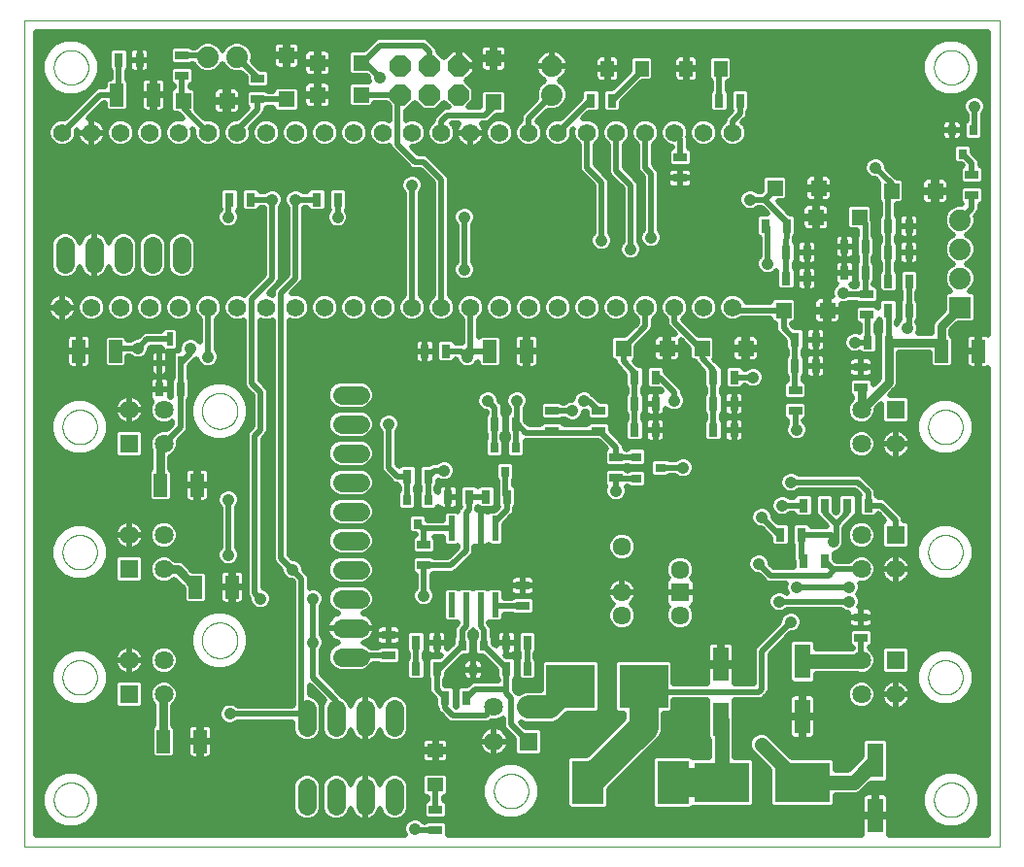
<source format=gtl>
G75*
%MOIN*%
%OFA0B0*%
%FSLAX25Y25*%
%IPPOS*%
%LPD*%
%AMOC8*
5,1,8,0,0,1.08239X$1,22.5*
%
%ADD10C,0.00000*%
%ADD11R,0.04724X0.07874*%
%ADD12R,0.03150X0.04724*%
%ADD13R,0.03150X0.03543*%
%ADD14R,0.05512X0.04724*%
%ADD15R,0.16700X0.15000*%
%ADD16R,0.02362X0.08661*%
%ADD17R,0.06416X0.06416*%
%ADD18C,0.06416*%
%ADD19R,0.04724X0.03150*%
%ADD20C,0.06200*%
%ADD21R,0.04724X0.05512*%
%ADD22R,0.03543X0.03150*%
%ADD23R,0.05512X0.05512*%
%ADD24OC8,0.07200*%
%ADD25C,0.06337*%
%ADD26C,0.06400*%
%ADD27C,0.07400*%
%ADD28R,0.05512X0.11811*%
%ADD29R,0.11024X0.14961*%
%ADD30R,0.19011X0.13780*%
%ADD31C,0.06337*%
%ADD32R,0.06337X0.06337*%
%ADD33R,0.02200X0.05000*%
%ADD34R,0.07400X0.07400*%
%ADD35C,0.02000*%
%ADD36OC8,0.04165*%
%ADD37OC8,0.06600*%
%ADD38C,0.04165*%
%ADD39C,0.03000*%
%ADD40C,0.05000*%
%ADD41C,0.08000*%
%ADD42C,0.10000*%
D10*
X0012000Y0021000D02*
X0012000Y0304465D01*
X0346646Y0304465D01*
X0346646Y0021000D01*
X0012000Y0021000D01*
X0022094Y0037000D02*
X0022096Y0037153D01*
X0022102Y0037307D01*
X0022112Y0037460D01*
X0022126Y0037612D01*
X0022144Y0037765D01*
X0022166Y0037916D01*
X0022191Y0038067D01*
X0022221Y0038218D01*
X0022255Y0038368D01*
X0022292Y0038516D01*
X0022333Y0038664D01*
X0022378Y0038810D01*
X0022427Y0038956D01*
X0022480Y0039100D01*
X0022536Y0039242D01*
X0022596Y0039383D01*
X0022660Y0039523D01*
X0022727Y0039661D01*
X0022798Y0039797D01*
X0022873Y0039931D01*
X0022950Y0040063D01*
X0023032Y0040193D01*
X0023116Y0040321D01*
X0023204Y0040447D01*
X0023295Y0040570D01*
X0023389Y0040691D01*
X0023487Y0040809D01*
X0023587Y0040925D01*
X0023691Y0041038D01*
X0023797Y0041149D01*
X0023906Y0041257D01*
X0024018Y0041362D01*
X0024132Y0041463D01*
X0024250Y0041562D01*
X0024369Y0041658D01*
X0024491Y0041751D01*
X0024616Y0041840D01*
X0024743Y0041927D01*
X0024872Y0042009D01*
X0025003Y0042089D01*
X0025136Y0042165D01*
X0025271Y0042238D01*
X0025408Y0042307D01*
X0025547Y0042372D01*
X0025687Y0042434D01*
X0025829Y0042492D01*
X0025972Y0042547D01*
X0026117Y0042598D01*
X0026263Y0042645D01*
X0026410Y0042688D01*
X0026558Y0042727D01*
X0026707Y0042763D01*
X0026857Y0042794D01*
X0027008Y0042822D01*
X0027159Y0042846D01*
X0027312Y0042866D01*
X0027464Y0042882D01*
X0027617Y0042894D01*
X0027770Y0042902D01*
X0027923Y0042906D01*
X0028077Y0042906D01*
X0028230Y0042902D01*
X0028383Y0042894D01*
X0028536Y0042882D01*
X0028688Y0042866D01*
X0028841Y0042846D01*
X0028992Y0042822D01*
X0029143Y0042794D01*
X0029293Y0042763D01*
X0029442Y0042727D01*
X0029590Y0042688D01*
X0029737Y0042645D01*
X0029883Y0042598D01*
X0030028Y0042547D01*
X0030171Y0042492D01*
X0030313Y0042434D01*
X0030453Y0042372D01*
X0030592Y0042307D01*
X0030729Y0042238D01*
X0030864Y0042165D01*
X0030997Y0042089D01*
X0031128Y0042009D01*
X0031257Y0041927D01*
X0031384Y0041840D01*
X0031509Y0041751D01*
X0031631Y0041658D01*
X0031750Y0041562D01*
X0031868Y0041463D01*
X0031982Y0041362D01*
X0032094Y0041257D01*
X0032203Y0041149D01*
X0032309Y0041038D01*
X0032413Y0040925D01*
X0032513Y0040809D01*
X0032611Y0040691D01*
X0032705Y0040570D01*
X0032796Y0040447D01*
X0032884Y0040321D01*
X0032968Y0040193D01*
X0033050Y0040063D01*
X0033127Y0039931D01*
X0033202Y0039797D01*
X0033273Y0039661D01*
X0033340Y0039523D01*
X0033404Y0039383D01*
X0033464Y0039242D01*
X0033520Y0039100D01*
X0033573Y0038956D01*
X0033622Y0038810D01*
X0033667Y0038664D01*
X0033708Y0038516D01*
X0033745Y0038368D01*
X0033779Y0038218D01*
X0033809Y0038067D01*
X0033834Y0037916D01*
X0033856Y0037765D01*
X0033874Y0037612D01*
X0033888Y0037460D01*
X0033898Y0037307D01*
X0033904Y0037153D01*
X0033906Y0037000D01*
X0033904Y0036847D01*
X0033898Y0036693D01*
X0033888Y0036540D01*
X0033874Y0036388D01*
X0033856Y0036235D01*
X0033834Y0036084D01*
X0033809Y0035933D01*
X0033779Y0035782D01*
X0033745Y0035632D01*
X0033708Y0035484D01*
X0033667Y0035336D01*
X0033622Y0035190D01*
X0033573Y0035044D01*
X0033520Y0034900D01*
X0033464Y0034758D01*
X0033404Y0034617D01*
X0033340Y0034477D01*
X0033273Y0034339D01*
X0033202Y0034203D01*
X0033127Y0034069D01*
X0033050Y0033937D01*
X0032968Y0033807D01*
X0032884Y0033679D01*
X0032796Y0033553D01*
X0032705Y0033430D01*
X0032611Y0033309D01*
X0032513Y0033191D01*
X0032413Y0033075D01*
X0032309Y0032962D01*
X0032203Y0032851D01*
X0032094Y0032743D01*
X0031982Y0032638D01*
X0031868Y0032537D01*
X0031750Y0032438D01*
X0031631Y0032342D01*
X0031509Y0032249D01*
X0031384Y0032160D01*
X0031257Y0032073D01*
X0031128Y0031991D01*
X0030997Y0031911D01*
X0030864Y0031835D01*
X0030729Y0031762D01*
X0030592Y0031693D01*
X0030453Y0031628D01*
X0030313Y0031566D01*
X0030171Y0031508D01*
X0030028Y0031453D01*
X0029883Y0031402D01*
X0029737Y0031355D01*
X0029590Y0031312D01*
X0029442Y0031273D01*
X0029293Y0031237D01*
X0029143Y0031206D01*
X0028992Y0031178D01*
X0028841Y0031154D01*
X0028688Y0031134D01*
X0028536Y0031118D01*
X0028383Y0031106D01*
X0028230Y0031098D01*
X0028077Y0031094D01*
X0027923Y0031094D01*
X0027770Y0031098D01*
X0027617Y0031106D01*
X0027464Y0031118D01*
X0027312Y0031134D01*
X0027159Y0031154D01*
X0027008Y0031178D01*
X0026857Y0031206D01*
X0026707Y0031237D01*
X0026558Y0031273D01*
X0026410Y0031312D01*
X0026263Y0031355D01*
X0026117Y0031402D01*
X0025972Y0031453D01*
X0025829Y0031508D01*
X0025687Y0031566D01*
X0025547Y0031628D01*
X0025408Y0031693D01*
X0025271Y0031762D01*
X0025136Y0031835D01*
X0025003Y0031911D01*
X0024872Y0031991D01*
X0024743Y0032073D01*
X0024616Y0032160D01*
X0024491Y0032249D01*
X0024369Y0032342D01*
X0024250Y0032438D01*
X0024132Y0032537D01*
X0024018Y0032638D01*
X0023906Y0032743D01*
X0023797Y0032851D01*
X0023691Y0032962D01*
X0023587Y0033075D01*
X0023487Y0033191D01*
X0023389Y0033309D01*
X0023295Y0033430D01*
X0023204Y0033553D01*
X0023116Y0033679D01*
X0023032Y0033807D01*
X0022950Y0033937D01*
X0022873Y0034069D01*
X0022798Y0034203D01*
X0022727Y0034339D01*
X0022660Y0034477D01*
X0022596Y0034617D01*
X0022536Y0034758D01*
X0022480Y0034900D01*
X0022427Y0035044D01*
X0022378Y0035190D01*
X0022333Y0035336D01*
X0022292Y0035484D01*
X0022255Y0035632D01*
X0022221Y0035782D01*
X0022191Y0035933D01*
X0022166Y0036084D01*
X0022144Y0036235D01*
X0022126Y0036388D01*
X0022112Y0036540D01*
X0022102Y0036693D01*
X0022096Y0036847D01*
X0022094Y0037000D01*
X0025094Y0079000D02*
X0025096Y0079153D01*
X0025102Y0079307D01*
X0025112Y0079460D01*
X0025126Y0079612D01*
X0025144Y0079765D01*
X0025166Y0079916D01*
X0025191Y0080067D01*
X0025221Y0080218D01*
X0025255Y0080368D01*
X0025292Y0080516D01*
X0025333Y0080664D01*
X0025378Y0080810D01*
X0025427Y0080956D01*
X0025480Y0081100D01*
X0025536Y0081242D01*
X0025596Y0081383D01*
X0025660Y0081523D01*
X0025727Y0081661D01*
X0025798Y0081797D01*
X0025873Y0081931D01*
X0025950Y0082063D01*
X0026032Y0082193D01*
X0026116Y0082321D01*
X0026204Y0082447D01*
X0026295Y0082570D01*
X0026389Y0082691D01*
X0026487Y0082809D01*
X0026587Y0082925D01*
X0026691Y0083038D01*
X0026797Y0083149D01*
X0026906Y0083257D01*
X0027018Y0083362D01*
X0027132Y0083463D01*
X0027250Y0083562D01*
X0027369Y0083658D01*
X0027491Y0083751D01*
X0027616Y0083840D01*
X0027743Y0083927D01*
X0027872Y0084009D01*
X0028003Y0084089D01*
X0028136Y0084165D01*
X0028271Y0084238D01*
X0028408Y0084307D01*
X0028547Y0084372D01*
X0028687Y0084434D01*
X0028829Y0084492D01*
X0028972Y0084547D01*
X0029117Y0084598D01*
X0029263Y0084645D01*
X0029410Y0084688D01*
X0029558Y0084727D01*
X0029707Y0084763D01*
X0029857Y0084794D01*
X0030008Y0084822D01*
X0030159Y0084846D01*
X0030312Y0084866D01*
X0030464Y0084882D01*
X0030617Y0084894D01*
X0030770Y0084902D01*
X0030923Y0084906D01*
X0031077Y0084906D01*
X0031230Y0084902D01*
X0031383Y0084894D01*
X0031536Y0084882D01*
X0031688Y0084866D01*
X0031841Y0084846D01*
X0031992Y0084822D01*
X0032143Y0084794D01*
X0032293Y0084763D01*
X0032442Y0084727D01*
X0032590Y0084688D01*
X0032737Y0084645D01*
X0032883Y0084598D01*
X0033028Y0084547D01*
X0033171Y0084492D01*
X0033313Y0084434D01*
X0033453Y0084372D01*
X0033592Y0084307D01*
X0033729Y0084238D01*
X0033864Y0084165D01*
X0033997Y0084089D01*
X0034128Y0084009D01*
X0034257Y0083927D01*
X0034384Y0083840D01*
X0034509Y0083751D01*
X0034631Y0083658D01*
X0034750Y0083562D01*
X0034868Y0083463D01*
X0034982Y0083362D01*
X0035094Y0083257D01*
X0035203Y0083149D01*
X0035309Y0083038D01*
X0035413Y0082925D01*
X0035513Y0082809D01*
X0035611Y0082691D01*
X0035705Y0082570D01*
X0035796Y0082447D01*
X0035884Y0082321D01*
X0035968Y0082193D01*
X0036050Y0082063D01*
X0036127Y0081931D01*
X0036202Y0081797D01*
X0036273Y0081661D01*
X0036340Y0081523D01*
X0036404Y0081383D01*
X0036464Y0081242D01*
X0036520Y0081100D01*
X0036573Y0080956D01*
X0036622Y0080810D01*
X0036667Y0080664D01*
X0036708Y0080516D01*
X0036745Y0080368D01*
X0036779Y0080218D01*
X0036809Y0080067D01*
X0036834Y0079916D01*
X0036856Y0079765D01*
X0036874Y0079612D01*
X0036888Y0079460D01*
X0036898Y0079307D01*
X0036904Y0079153D01*
X0036906Y0079000D01*
X0036904Y0078847D01*
X0036898Y0078693D01*
X0036888Y0078540D01*
X0036874Y0078388D01*
X0036856Y0078235D01*
X0036834Y0078084D01*
X0036809Y0077933D01*
X0036779Y0077782D01*
X0036745Y0077632D01*
X0036708Y0077484D01*
X0036667Y0077336D01*
X0036622Y0077190D01*
X0036573Y0077044D01*
X0036520Y0076900D01*
X0036464Y0076758D01*
X0036404Y0076617D01*
X0036340Y0076477D01*
X0036273Y0076339D01*
X0036202Y0076203D01*
X0036127Y0076069D01*
X0036050Y0075937D01*
X0035968Y0075807D01*
X0035884Y0075679D01*
X0035796Y0075553D01*
X0035705Y0075430D01*
X0035611Y0075309D01*
X0035513Y0075191D01*
X0035413Y0075075D01*
X0035309Y0074962D01*
X0035203Y0074851D01*
X0035094Y0074743D01*
X0034982Y0074638D01*
X0034868Y0074537D01*
X0034750Y0074438D01*
X0034631Y0074342D01*
X0034509Y0074249D01*
X0034384Y0074160D01*
X0034257Y0074073D01*
X0034128Y0073991D01*
X0033997Y0073911D01*
X0033864Y0073835D01*
X0033729Y0073762D01*
X0033592Y0073693D01*
X0033453Y0073628D01*
X0033313Y0073566D01*
X0033171Y0073508D01*
X0033028Y0073453D01*
X0032883Y0073402D01*
X0032737Y0073355D01*
X0032590Y0073312D01*
X0032442Y0073273D01*
X0032293Y0073237D01*
X0032143Y0073206D01*
X0031992Y0073178D01*
X0031841Y0073154D01*
X0031688Y0073134D01*
X0031536Y0073118D01*
X0031383Y0073106D01*
X0031230Y0073098D01*
X0031077Y0073094D01*
X0030923Y0073094D01*
X0030770Y0073098D01*
X0030617Y0073106D01*
X0030464Y0073118D01*
X0030312Y0073134D01*
X0030159Y0073154D01*
X0030008Y0073178D01*
X0029857Y0073206D01*
X0029707Y0073237D01*
X0029558Y0073273D01*
X0029410Y0073312D01*
X0029263Y0073355D01*
X0029117Y0073402D01*
X0028972Y0073453D01*
X0028829Y0073508D01*
X0028687Y0073566D01*
X0028547Y0073628D01*
X0028408Y0073693D01*
X0028271Y0073762D01*
X0028136Y0073835D01*
X0028003Y0073911D01*
X0027872Y0073991D01*
X0027743Y0074073D01*
X0027616Y0074160D01*
X0027491Y0074249D01*
X0027369Y0074342D01*
X0027250Y0074438D01*
X0027132Y0074537D01*
X0027018Y0074638D01*
X0026906Y0074743D01*
X0026797Y0074851D01*
X0026691Y0074962D01*
X0026587Y0075075D01*
X0026487Y0075191D01*
X0026389Y0075309D01*
X0026295Y0075430D01*
X0026204Y0075553D01*
X0026116Y0075679D01*
X0026032Y0075807D01*
X0025950Y0075937D01*
X0025873Y0076069D01*
X0025798Y0076203D01*
X0025727Y0076339D01*
X0025660Y0076477D01*
X0025596Y0076617D01*
X0025536Y0076758D01*
X0025480Y0076900D01*
X0025427Y0077044D01*
X0025378Y0077190D01*
X0025333Y0077336D01*
X0025292Y0077484D01*
X0025255Y0077632D01*
X0025221Y0077782D01*
X0025191Y0077933D01*
X0025166Y0078084D01*
X0025144Y0078235D01*
X0025126Y0078388D01*
X0025112Y0078540D01*
X0025102Y0078693D01*
X0025096Y0078847D01*
X0025094Y0079000D01*
X0025094Y0122000D02*
X0025096Y0122153D01*
X0025102Y0122307D01*
X0025112Y0122460D01*
X0025126Y0122612D01*
X0025144Y0122765D01*
X0025166Y0122916D01*
X0025191Y0123067D01*
X0025221Y0123218D01*
X0025255Y0123368D01*
X0025292Y0123516D01*
X0025333Y0123664D01*
X0025378Y0123810D01*
X0025427Y0123956D01*
X0025480Y0124100D01*
X0025536Y0124242D01*
X0025596Y0124383D01*
X0025660Y0124523D01*
X0025727Y0124661D01*
X0025798Y0124797D01*
X0025873Y0124931D01*
X0025950Y0125063D01*
X0026032Y0125193D01*
X0026116Y0125321D01*
X0026204Y0125447D01*
X0026295Y0125570D01*
X0026389Y0125691D01*
X0026487Y0125809D01*
X0026587Y0125925D01*
X0026691Y0126038D01*
X0026797Y0126149D01*
X0026906Y0126257D01*
X0027018Y0126362D01*
X0027132Y0126463D01*
X0027250Y0126562D01*
X0027369Y0126658D01*
X0027491Y0126751D01*
X0027616Y0126840D01*
X0027743Y0126927D01*
X0027872Y0127009D01*
X0028003Y0127089D01*
X0028136Y0127165D01*
X0028271Y0127238D01*
X0028408Y0127307D01*
X0028547Y0127372D01*
X0028687Y0127434D01*
X0028829Y0127492D01*
X0028972Y0127547D01*
X0029117Y0127598D01*
X0029263Y0127645D01*
X0029410Y0127688D01*
X0029558Y0127727D01*
X0029707Y0127763D01*
X0029857Y0127794D01*
X0030008Y0127822D01*
X0030159Y0127846D01*
X0030312Y0127866D01*
X0030464Y0127882D01*
X0030617Y0127894D01*
X0030770Y0127902D01*
X0030923Y0127906D01*
X0031077Y0127906D01*
X0031230Y0127902D01*
X0031383Y0127894D01*
X0031536Y0127882D01*
X0031688Y0127866D01*
X0031841Y0127846D01*
X0031992Y0127822D01*
X0032143Y0127794D01*
X0032293Y0127763D01*
X0032442Y0127727D01*
X0032590Y0127688D01*
X0032737Y0127645D01*
X0032883Y0127598D01*
X0033028Y0127547D01*
X0033171Y0127492D01*
X0033313Y0127434D01*
X0033453Y0127372D01*
X0033592Y0127307D01*
X0033729Y0127238D01*
X0033864Y0127165D01*
X0033997Y0127089D01*
X0034128Y0127009D01*
X0034257Y0126927D01*
X0034384Y0126840D01*
X0034509Y0126751D01*
X0034631Y0126658D01*
X0034750Y0126562D01*
X0034868Y0126463D01*
X0034982Y0126362D01*
X0035094Y0126257D01*
X0035203Y0126149D01*
X0035309Y0126038D01*
X0035413Y0125925D01*
X0035513Y0125809D01*
X0035611Y0125691D01*
X0035705Y0125570D01*
X0035796Y0125447D01*
X0035884Y0125321D01*
X0035968Y0125193D01*
X0036050Y0125063D01*
X0036127Y0124931D01*
X0036202Y0124797D01*
X0036273Y0124661D01*
X0036340Y0124523D01*
X0036404Y0124383D01*
X0036464Y0124242D01*
X0036520Y0124100D01*
X0036573Y0123956D01*
X0036622Y0123810D01*
X0036667Y0123664D01*
X0036708Y0123516D01*
X0036745Y0123368D01*
X0036779Y0123218D01*
X0036809Y0123067D01*
X0036834Y0122916D01*
X0036856Y0122765D01*
X0036874Y0122612D01*
X0036888Y0122460D01*
X0036898Y0122307D01*
X0036904Y0122153D01*
X0036906Y0122000D01*
X0036904Y0121847D01*
X0036898Y0121693D01*
X0036888Y0121540D01*
X0036874Y0121388D01*
X0036856Y0121235D01*
X0036834Y0121084D01*
X0036809Y0120933D01*
X0036779Y0120782D01*
X0036745Y0120632D01*
X0036708Y0120484D01*
X0036667Y0120336D01*
X0036622Y0120190D01*
X0036573Y0120044D01*
X0036520Y0119900D01*
X0036464Y0119758D01*
X0036404Y0119617D01*
X0036340Y0119477D01*
X0036273Y0119339D01*
X0036202Y0119203D01*
X0036127Y0119069D01*
X0036050Y0118937D01*
X0035968Y0118807D01*
X0035884Y0118679D01*
X0035796Y0118553D01*
X0035705Y0118430D01*
X0035611Y0118309D01*
X0035513Y0118191D01*
X0035413Y0118075D01*
X0035309Y0117962D01*
X0035203Y0117851D01*
X0035094Y0117743D01*
X0034982Y0117638D01*
X0034868Y0117537D01*
X0034750Y0117438D01*
X0034631Y0117342D01*
X0034509Y0117249D01*
X0034384Y0117160D01*
X0034257Y0117073D01*
X0034128Y0116991D01*
X0033997Y0116911D01*
X0033864Y0116835D01*
X0033729Y0116762D01*
X0033592Y0116693D01*
X0033453Y0116628D01*
X0033313Y0116566D01*
X0033171Y0116508D01*
X0033028Y0116453D01*
X0032883Y0116402D01*
X0032737Y0116355D01*
X0032590Y0116312D01*
X0032442Y0116273D01*
X0032293Y0116237D01*
X0032143Y0116206D01*
X0031992Y0116178D01*
X0031841Y0116154D01*
X0031688Y0116134D01*
X0031536Y0116118D01*
X0031383Y0116106D01*
X0031230Y0116098D01*
X0031077Y0116094D01*
X0030923Y0116094D01*
X0030770Y0116098D01*
X0030617Y0116106D01*
X0030464Y0116118D01*
X0030312Y0116134D01*
X0030159Y0116154D01*
X0030008Y0116178D01*
X0029857Y0116206D01*
X0029707Y0116237D01*
X0029558Y0116273D01*
X0029410Y0116312D01*
X0029263Y0116355D01*
X0029117Y0116402D01*
X0028972Y0116453D01*
X0028829Y0116508D01*
X0028687Y0116566D01*
X0028547Y0116628D01*
X0028408Y0116693D01*
X0028271Y0116762D01*
X0028136Y0116835D01*
X0028003Y0116911D01*
X0027872Y0116991D01*
X0027743Y0117073D01*
X0027616Y0117160D01*
X0027491Y0117249D01*
X0027369Y0117342D01*
X0027250Y0117438D01*
X0027132Y0117537D01*
X0027018Y0117638D01*
X0026906Y0117743D01*
X0026797Y0117851D01*
X0026691Y0117962D01*
X0026587Y0118075D01*
X0026487Y0118191D01*
X0026389Y0118309D01*
X0026295Y0118430D01*
X0026204Y0118553D01*
X0026116Y0118679D01*
X0026032Y0118807D01*
X0025950Y0118937D01*
X0025873Y0119069D01*
X0025798Y0119203D01*
X0025727Y0119339D01*
X0025660Y0119477D01*
X0025596Y0119617D01*
X0025536Y0119758D01*
X0025480Y0119900D01*
X0025427Y0120044D01*
X0025378Y0120190D01*
X0025333Y0120336D01*
X0025292Y0120484D01*
X0025255Y0120632D01*
X0025221Y0120782D01*
X0025191Y0120933D01*
X0025166Y0121084D01*
X0025144Y0121235D01*
X0025126Y0121388D01*
X0025112Y0121540D01*
X0025102Y0121693D01*
X0025096Y0121847D01*
X0025094Y0122000D01*
X0025094Y0165000D02*
X0025096Y0165153D01*
X0025102Y0165307D01*
X0025112Y0165460D01*
X0025126Y0165612D01*
X0025144Y0165765D01*
X0025166Y0165916D01*
X0025191Y0166067D01*
X0025221Y0166218D01*
X0025255Y0166368D01*
X0025292Y0166516D01*
X0025333Y0166664D01*
X0025378Y0166810D01*
X0025427Y0166956D01*
X0025480Y0167100D01*
X0025536Y0167242D01*
X0025596Y0167383D01*
X0025660Y0167523D01*
X0025727Y0167661D01*
X0025798Y0167797D01*
X0025873Y0167931D01*
X0025950Y0168063D01*
X0026032Y0168193D01*
X0026116Y0168321D01*
X0026204Y0168447D01*
X0026295Y0168570D01*
X0026389Y0168691D01*
X0026487Y0168809D01*
X0026587Y0168925D01*
X0026691Y0169038D01*
X0026797Y0169149D01*
X0026906Y0169257D01*
X0027018Y0169362D01*
X0027132Y0169463D01*
X0027250Y0169562D01*
X0027369Y0169658D01*
X0027491Y0169751D01*
X0027616Y0169840D01*
X0027743Y0169927D01*
X0027872Y0170009D01*
X0028003Y0170089D01*
X0028136Y0170165D01*
X0028271Y0170238D01*
X0028408Y0170307D01*
X0028547Y0170372D01*
X0028687Y0170434D01*
X0028829Y0170492D01*
X0028972Y0170547D01*
X0029117Y0170598D01*
X0029263Y0170645D01*
X0029410Y0170688D01*
X0029558Y0170727D01*
X0029707Y0170763D01*
X0029857Y0170794D01*
X0030008Y0170822D01*
X0030159Y0170846D01*
X0030312Y0170866D01*
X0030464Y0170882D01*
X0030617Y0170894D01*
X0030770Y0170902D01*
X0030923Y0170906D01*
X0031077Y0170906D01*
X0031230Y0170902D01*
X0031383Y0170894D01*
X0031536Y0170882D01*
X0031688Y0170866D01*
X0031841Y0170846D01*
X0031992Y0170822D01*
X0032143Y0170794D01*
X0032293Y0170763D01*
X0032442Y0170727D01*
X0032590Y0170688D01*
X0032737Y0170645D01*
X0032883Y0170598D01*
X0033028Y0170547D01*
X0033171Y0170492D01*
X0033313Y0170434D01*
X0033453Y0170372D01*
X0033592Y0170307D01*
X0033729Y0170238D01*
X0033864Y0170165D01*
X0033997Y0170089D01*
X0034128Y0170009D01*
X0034257Y0169927D01*
X0034384Y0169840D01*
X0034509Y0169751D01*
X0034631Y0169658D01*
X0034750Y0169562D01*
X0034868Y0169463D01*
X0034982Y0169362D01*
X0035094Y0169257D01*
X0035203Y0169149D01*
X0035309Y0169038D01*
X0035413Y0168925D01*
X0035513Y0168809D01*
X0035611Y0168691D01*
X0035705Y0168570D01*
X0035796Y0168447D01*
X0035884Y0168321D01*
X0035968Y0168193D01*
X0036050Y0168063D01*
X0036127Y0167931D01*
X0036202Y0167797D01*
X0036273Y0167661D01*
X0036340Y0167523D01*
X0036404Y0167383D01*
X0036464Y0167242D01*
X0036520Y0167100D01*
X0036573Y0166956D01*
X0036622Y0166810D01*
X0036667Y0166664D01*
X0036708Y0166516D01*
X0036745Y0166368D01*
X0036779Y0166218D01*
X0036809Y0166067D01*
X0036834Y0165916D01*
X0036856Y0165765D01*
X0036874Y0165612D01*
X0036888Y0165460D01*
X0036898Y0165307D01*
X0036904Y0165153D01*
X0036906Y0165000D01*
X0036904Y0164847D01*
X0036898Y0164693D01*
X0036888Y0164540D01*
X0036874Y0164388D01*
X0036856Y0164235D01*
X0036834Y0164084D01*
X0036809Y0163933D01*
X0036779Y0163782D01*
X0036745Y0163632D01*
X0036708Y0163484D01*
X0036667Y0163336D01*
X0036622Y0163190D01*
X0036573Y0163044D01*
X0036520Y0162900D01*
X0036464Y0162758D01*
X0036404Y0162617D01*
X0036340Y0162477D01*
X0036273Y0162339D01*
X0036202Y0162203D01*
X0036127Y0162069D01*
X0036050Y0161937D01*
X0035968Y0161807D01*
X0035884Y0161679D01*
X0035796Y0161553D01*
X0035705Y0161430D01*
X0035611Y0161309D01*
X0035513Y0161191D01*
X0035413Y0161075D01*
X0035309Y0160962D01*
X0035203Y0160851D01*
X0035094Y0160743D01*
X0034982Y0160638D01*
X0034868Y0160537D01*
X0034750Y0160438D01*
X0034631Y0160342D01*
X0034509Y0160249D01*
X0034384Y0160160D01*
X0034257Y0160073D01*
X0034128Y0159991D01*
X0033997Y0159911D01*
X0033864Y0159835D01*
X0033729Y0159762D01*
X0033592Y0159693D01*
X0033453Y0159628D01*
X0033313Y0159566D01*
X0033171Y0159508D01*
X0033028Y0159453D01*
X0032883Y0159402D01*
X0032737Y0159355D01*
X0032590Y0159312D01*
X0032442Y0159273D01*
X0032293Y0159237D01*
X0032143Y0159206D01*
X0031992Y0159178D01*
X0031841Y0159154D01*
X0031688Y0159134D01*
X0031536Y0159118D01*
X0031383Y0159106D01*
X0031230Y0159098D01*
X0031077Y0159094D01*
X0030923Y0159094D01*
X0030770Y0159098D01*
X0030617Y0159106D01*
X0030464Y0159118D01*
X0030312Y0159134D01*
X0030159Y0159154D01*
X0030008Y0159178D01*
X0029857Y0159206D01*
X0029707Y0159237D01*
X0029558Y0159273D01*
X0029410Y0159312D01*
X0029263Y0159355D01*
X0029117Y0159402D01*
X0028972Y0159453D01*
X0028829Y0159508D01*
X0028687Y0159566D01*
X0028547Y0159628D01*
X0028408Y0159693D01*
X0028271Y0159762D01*
X0028136Y0159835D01*
X0028003Y0159911D01*
X0027872Y0159991D01*
X0027743Y0160073D01*
X0027616Y0160160D01*
X0027491Y0160249D01*
X0027369Y0160342D01*
X0027250Y0160438D01*
X0027132Y0160537D01*
X0027018Y0160638D01*
X0026906Y0160743D01*
X0026797Y0160851D01*
X0026691Y0160962D01*
X0026587Y0161075D01*
X0026487Y0161191D01*
X0026389Y0161309D01*
X0026295Y0161430D01*
X0026204Y0161553D01*
X0026116Y0161679D01*
X0026032Y0161807D01*
X0025950Y0161937D01*
X0025873Y0162069D01*
X0025798Y0162203D01*
X0025727Y0162339D01*
X0025660Y0162477D01*
X0025596Y0162617D01*
X0025536Y0162758D01*
X0025480Y0162900D01*
X0025427Y0163044D01*
X0025378Y0163190D01*
X0025333Y0163336D01*
X0025292Y0163484D01*
X0025255Y0163632D01*
X0025221Y0163782D01*
X0025191Y0163933D01*
X0025166Y0164084D01*
X0025144Y0164235D01*
X0025126Y0164388D01*
X0025112Y0164540D01*
X0025102Y0164693D01*
X0025096Y0164847D01*
X0025094Y0165000D01*
X0072898Y0170488D02*
X0072900Y0170644D01*
X0072906Y0170800D01*
X0072916Y0170955D01*
X0072930Y0171110D01*
X0072948Y0171265D01*
X0072970Y0171419D01*
X0072995Y0171573D01*
X0073025Y0171726D01*
X0073059Y0171878D01*
X0073096Y0172030D01*
X0073137Y0172180D01*
X0073182Y0172329D01*
X0073231Y0172477D01*
X0073284Y0172624D01*
X0073340Y0172769D01*
X0073400Y0172913D01*
X0073464Y0173055D01*
X0073532Y0173196D01*
X0073603Y0173334D01*
X0073677Y0173471D01*
X0073755Y0173606D01*
X0073836Y0173739D01*
X0073921Y0173870D01*
X0074009Y0173999D01*
X0074100Y0174125D01*
X0074195Y0174249D01*
X0074292Y0174370D01*
X0074393Y0174489D01*
X0074497Y0174606D01*
X0074603Y0174719D01*
X0074713Y0174830D01*
X0074825Y0174938D01*
X0074940Y0175043D01*
X0075058Y0175146D01*
X0075178Y0175245D01*
X0075301Y0175341D01*
X0075426Y0175434D01*
X0075553Y0175523D01*
X0075683Y0175610D01*
X0075815Y0175693D01*
X0075949Y0175772D01*
X0076085Y0175849D01*
X0076223Y0175921D01*
X0076362Y0175991D01*
X0076504Y0176056D01*
X0076647Y0176118D01*
X0076791Y0176176D01*
X0076937Y0176231D01*
X0077085Y0176282D01*
X0077233Y0176329D01*
X0077383Y0176372D01*
X0077534Y0176411D01*
X0077686Y0176447D01*
X0077838Y0176478D01*
X0077992Y0176506D01*
X0078146Y0176530D01*
X0078300Y0176550D01*
X0078455Y0176566D01*
X0078611Y0176578D01*
X0078766Y0176586D01*
X0078922Y0176590D01*
X0079078Y0176590D01*
X0079234Y0176586D01*
X0079389Y0176578D01*
X0079545Y0176566D01*
X0079700Y0176550D01*
X0079854Y0176530D01*
X0080008Y0176506D01*
X0080162Y0176478D01*
X0080314Y0176447D01*
X0080466Y0176411D01*
X0080617Y0176372D01*
X0080767Y0176329D01*
X0080915Y0176282D01*
X0081063Y0176231D01*
X0081209Y0176176D01*
X0081353Y0176118D01*
X0081496Y0176056D01*
X0081638Y0175991D01*
X0081777Y0175921D01*
X0081915Y0175849D01*
X0082051Y0175772D01*
X0082185Y0175693D01*
X0082317Y0175610D01*
X0082447Y0175523D01*
X0082574Y0175434D01*
X0082699Y0175341D01*
X0082822Y0175245D01*
X0082942Y0175146D01*
X0083060Y0175043D01*
X0083175Y0174938D01*
X0083287Y0174830D01*
X0083397Y0174719D01*
X0083503Y0174606D01*
X0083607Y0174489D01*
X0083708Y0174370D01*
X0083805Y0174249D01*
X0083900Y0174125D01*
X0083991Y0173999D01*
X0084079Y0173870D01*
X0084164Y0173739D01*
X0084245Y0173606D01*
X0084323Y0173471D01*
X0084397Y0173334D01*
X0084468Y0173196D01*
X0084536Y0173055D01*
X0084600Y0172913D01*
X0084660Y0172769D01*
X0084716Y0172624D01*
X0084769Y0172477D01*
X0084818Y0172329D01*
X0084863Y0172180D01*
X0084904Y0172030D01*
X0084941Y0171878D01*
X0084975Y0171726D01*
X0085005Y0171573D01*
X0085030Y0171419D01*
X0085052Y0171265D01*
X0085070Y0171110D01*
X0085084Y0170955D01*
X0085094Y0170800D01*
X0085100Y0170644D01*
X0085102Y0170488D01*
X0085100Y0170332D01*
X0085094Y0170176D01*
X0085084Y0170021D01*
X0085070Y0169866D01*
X0085052Y0169711D01*
X0085030Y0169557D01*
X0085005Y0169403D01*
X0084975Y0169250D01*
X0084941Y0169098D01*
X0084904Y0168946D01*
X0084863Y0168796D01*
X0084818Y0168647D01*
X0084769Y0168499D01*
X0084716Y0168352D01*
X0084660Y0168207D01*
X0084600Y0168063D01*
X0084536Y0167921D01*
X0084468Y0167780D01*
X0084397Y0167642D01*
X0084323Y0167505D01*
X0084245Y0167370D01*
X0084164Y0167237D01*
X0084079Y0167106D01*
X0083991Y0166977D01*
X0083900Y0166851D01*
X0083805Y0166727D01*
X0083708Y0166606D01*
X0083607Y0166487D01*
X0083503Y0166370D01*
X0083397Y0166257D01*
X0083287Y0166146D01*
X0083175Y0166038D01*
X0083060Y0165933D01*
X0082942Y0165830D01*
X0082822Y0165731D01*
X0082699Y0165635D01*
X0082574Y0165542D01*
X0082447Y0165453D01*
X0082317Y0165366D01*
X0082185Y0165283D01*
X0082051Y0165204D01*
X0081915Y0165127D01*
X0081777Y0165055D01*
X0081638Y0164985D01*
X0081496Y0164920D01*
X0081353Y0164858D01*
X0081209Y0164800D01*
X0081063Y0164745D01*
X0080915Y0164694D01*
X0080767Y0164647D01*
X0080617Y0164604D01*
X0080466Y0164565D01*
X0080314Y0164529D01*
X0080162Y0164498D01*
X0080008Y0164470D01*
X0079854Y0164446D01*
X0079700Y0164426D01*
X0079545Y0164410D01*
X0079389Y0164398D01*
X0079234Y0164390D01*
X0079078Y0164386D01*
X0078922Y0164386D01*
X0078766Y0164390D01*
X0078611Y0164398D01*
X0078455Y0164410D01*
X0078300Y0164426D01*
X0078146Y0164446D01*
X0077992Y0164470D01*
X0077838Y0164498D01*
X0077686Y0164529D01*
X0077534Y0164565D01*
X0077383Y0164604D01*
X0077233Y0164647D01*
X0077085Y0164694D01*
X0076937Y0164745D01*
X0076791Y0164800D01*
X0076647Y0164858D01*
X0076504Y0164920D01*
X0076362Y0164985D01*
X0076223Y0165055D01*
X0076085Y0165127D01*
X0075949Y0165204D01*
X0075815Y0165283D01*
X0075683Y0165366D01*
X0075553Y0165453D01*
X0075426Y0165542D01*
X0075301Y0165635D01*
X0075178Y0165731D01*
X0075058Y0165830D01*
X0074940Y0165933D01*
X0074825Y0166038D01*
X0074713Y0166146D01*
X0074603Y0166257D01*
X0074497Y0166370D01*
X0074393Y0166487D01*
X0074292Y0166606D01*
X0074195Y0166727D01*
X0074100Y0166851D01*
X0074009Y0166977D01*
X0073921Y0167106D01*
X0073836Y0167237D01*
X0073755Y0167370D01*
X0073677Y0167505D01*
X0073603Y0167642D01*
X0073532Y0167780D01*
X0073464Y0167921D01*
X0073400Y0168063D01*
X0073340Y0168207D01*
X0073284Y0168352D01*
X0073231Y0168499D01*
X0073182Y0168647D01*
X0073137Y0168796D01*
X0073096Y0168946D01*
X0073059Y0169098D01*
X0073025Y0169250D01*
X0072995Y0169403D01*
X0072970Y0169557D01*
X0072948Y0169711D01*
X0072930Y0169866D01*
X0072916Y0170021D01*
X0072906Y0170176D01*
X0072900Y0170332D01*
X0072898Y0170488D01*
X0072898Y0091748D02*
X0072900Y0091904D01*
X0072906Y0092060D01*
X0072916Y0092215D01*
X0072930Y0092370D01*
X0072948Y0092525D01*
X0072970Y0092679D01*
X0072995Y0092833D01*
X0073025Y0092986D01*
X0073059Y0093138D01*
X0073096Y0093290D01*
X0073137Y0093440D01*
X0073182Y0093589D01*
X0073231Y0093737D01*
X0073284Y0093884D01*
X0073340Y0094029D01*
X0073400Y0094173D01*
X0073464Y0094315D01*
X0073532Y0094456D01*
X0073603Y0094594D01*
X0073677Y0094731D01*
X0073755Y0094866D01*
X0073836Y0094999D01*
X0073921Y0095130D01*
X0074009Y0095259D01*
X0074100Y0095385D01*
X0074195Y0095509D01*
X0074292Y0095630D01*
X0074393Y0095749D01*
X0074497Y0095866D01*
X0074603Y0095979D01*
X0074713Y0096090D01*
X0074825Y0096198D01*
X0074940Y0096303D01*
X0075058Y0096406D01*
X0075178Y0096505D01*
X0075301Y0096601D01*
X0075426Y0096694D01*
X0075553Y0096783D01*
X0075683Y0096870D01*
X0075815Y0096953D01*
X0075949Y0097032D01*
X0076085Y0097109D01*
X0076223Y0097181D01*
X0076362Y0097251D01*
X0076504Y0097316D01*
X0076647Y0097378D01*
X0076791Y0097436D01*
X0076937Y0097491D01*
X0077085Y0097542D01*
X0077233Y0097589D01*
X0077383Y0097632D01*
X0077534Y0097671D01*
X0077686Y0097707D01*
X0077838Y0097738D01*
X0077992Y0097766D01*
X0078146Y0097790D01*
X0078300Y0097810D01*
X0078455Y0097826D01*
X0078611Y0097838D01*
X0078766Y0097846D01*
X0078922Y0097850D01*
X0079078Y0097850D01*
X0079234Y0097846D01*
X0079389Y0097838D01*
X0079545Y0097826D01*
X0079700Y0097810D01*
X0079854Y0097790D01*
X0080008Y0097766D01*
X0080162Y0097738D01*
X0080314Y0097707D01*
X0080466Y0097671D01*
X0080617Y0097632D01*
X0080767Y0097589D01*
X0080915Y0097542D01*
X0081063Y0097491D01*
X0081209Y0097436D01*
X0081353Y0097378D01*
X0081496Y0097316D01*
X0081638Y0097251D01*
X0081777Y0097181D01*
X0081915Y0097109D01*
X0082051Y0097032D01*
X0082185Y0096953D01*
X0082317Y0096870D01*
X0082447Y0096783D01*
X0082574Y0096694D01*
X0082699Y0096601D01*
X0082822Y0096505D01*
X0082942Y0096406D01*
X0083060Y0096303D01*
X0083175Y0096198D01*
X0083287Y0096090D01*
X0083397Y0095979D01*
X0083503Y0095866D01*
X0083607Y0095749D01*
X0083708Y0095630D01*
X0083805Y0095509D01*
X0083900Y0095385D01*
X0083991Y0095259D01*
X0084079Y0095130D01*
X0084164Y0094999D01*
X0084245Y0094866D01*
X0084323Y0094731D01*
X0084397Y0094594D01*
X0084468Y0094456D01*
X0084536Y0094315D01*
X0084600Y0094173D01*
X0084660Y0094029D01*
X0084716Y0093884D01*
X0084769Y0093737D01*
X0084818Y0093589D01*
X0084863Y0093440D01*
X0084904Y0093290D01*
X0084941Y0093138D01*
X0084975Y0092986D01*
X0085005Y0092833D01*
X0085030Y0092679D01*
X0085052Y0092525D01*
X0085070Y0092370D01*
X0085084Y0092215D01*
X0085094Y0092060D01*
X0085100Y0091904D01*
X0085102Y0091748D01*
X0085100Y0091592D01*
X0085094Y0091436D01*
X0085084Y0091281D01*
X0085070Y0091126D01*
X0085052Y0090971D01*
X0085030Y0090817D01*
X0085005Y0090663D01*
X0084975Y0090510D01*
X0084941Y0090358D01*
X0084904Y0090206D01*
X0084863Y0090056D01*
X0084818Y0089907D01*
X0084769Y0089759D01*
X0084716Y0089612D01*
X0084660Y0089467D01*
X0084600Y0089323D01*
X0084536Y0089181D01*
X0084468Y0089040D01*
X0084397Y0088902D01*
X0084323Y0088765D01*
X0084245Y0088630D01*
X0084164Y0088497D01*
X0084079Y0088366D01*
X0083991Y0088237D01*
X0083900Y0088111D01*
X0083805Y0087987D01*
X0083708Y0087866D01*
X0083607Y0087747D01*
X0083503Y0087630D01*
X0083397Y0087517D01*
X0083287Y0087406D01*
X0083175Y0087298D01*
X0083060Y0087193D01*
X0082942Y0087090D01*
X0082822Y0086991D01*
X0082699Y0086895D01*
X0082574Y0086802D01*
X0082447Y0086713D01*
X0082317Y0086626D01*
X0082185Y0086543D01*
X0082051Y0086464D01*
X0081915Y0086387D01*
X0081777Y0086315D01*
X0081638Y0086245D01*
X0081496Y0086180D01*
X0081353Y0086118D01*
X0081209Y0086060D01*
X0081063Y0086005D01*
X0080915Y0085954D01*
X0080767Y0085907D01*
X0080617Y0085864D01*
X0080466Y0085825D01*
X0080314Y0085789D01*
X0080162Y0085758D01*
X0080008Y0085730D01*
X0079854Y0085706D01*
X0079700Y0085686D01*
X0079545Y0085670D01*
X0079389Y0085658D01*
X0079234Y0085650D01*
X0079078Y0085646D01*
X0078922Y0085646D01*
X0078766Y0085650D01*
X0078611Y0085658D01*
X0078455Y0085670D01*
X0078300Y0085686D01*
X0078146Y0085706D01*
X0077992Y0085730D01*
X0077838Y0085758D01*
X0077686Y0085789D01*
X0077534Y0085825D01*
X0077383Y0085864D01*
X0077233Y0085907D01*
X0077085Y0085954D01*
X0076937Y0086005D01*
X0076791Y0086060D01*
X0076647Y0086118D01*
X0076504Y0086180D01*
X0076362Y0086245D01*
X0076223Y0086315D01*
X0076085Y0086387D01*
X0075949Y0086464D01*
X0075815Y0086543D01*
X0075683Y0086626D01*
X0075553Y0086713D01*
X0075426Y0086802D01*
X0075301Y0086895D01*
X0075178Y0086991D01*
X0075058Y0087090D01*
X0074940Y0087193D01*
X0074825Y0087298D01*
X0074713Y0087406D01*
X0074603Y0087517D01*
X0074497Y0087630D01*
X0074393Y0087747D01*
X0074292Y0087866D01*
X0074195Y0087987D01*
X0074100Y0088111D01*
X0074009Y0088237D01*
X0073921Y0088366D01*
X0073836Y0088497D01*
X0073755Y0088630D01*
X0073677Y0088765D01*
X0073603Y0088902D01*
X0073532Y0089040D01*
X0073464Y0089181D01*
X0073400Y0089323D01*
X0073340Y0089467D01*
X0073284Y0089612D01*
X0073231Y0089759D01*
X0073182Y0089907D01*
X0073137Y0090056D01*
X0073096Y0090206D01*
X0073059Y0090358D01*
X0073025Y0090510D01*
X0072995Y0090663D01*
X0072970Y0090817D01*
X0072948Y0090971D01*
X0072930Y0091126D01*
X0072916Y0091281D01*
X0072906Y0091436D01*
X0072900Y0091592D01*
X0072898Y0091748D01*
X0173094Y0040000D02*
X0173096Y0040153D01*
X0173102Y0040307D01*
X0173112Y0040460D01*
X0173126Y0040612D01*
X0173144Y0040765D01*
X0173166Y0040916D01*
X0173191Y0041067D01*
X0173221Y0041218D01*
X0173255Y0041368D01*
X0173292Y0041516D01*
X0173333Y0041664D01*
X0173378Y0041810D01*
X0173427Y0041956D01*
X0173480Y0042100D01*
X0173536Y0042242D01*
X0173596Y0042383D01*
X0173660Y0042523D01*
X0173727Y0042661D01*
X0173798Y0042797D01*
X0173873Y0042931D01*
X0173950Y0043063D01*
X0174032Y0043193D01*
X0174116Y0043321D01*
X0174204Y0043447D01*
X0174295Y0043570D01*
X0174389Y0043691D01*
X0174487Y0043809D01*
X0174587Y0043925D01*
X0174691Y0044038D01*
X0174797Y0044149D01*
X0174906Y0044257D01*
X0175018Y0044362D01*
X0175132Y0044463D01*
X0175250Y0044562D01*
X0175369Y0044658D01*
X0175491Y0044751D01*
X0175616Y0044840D01*
X0175743Y0044927D01*
X0175872Y0045009D01*
X0176003Y0045089D01*
X0176136Y0045165D01*
X0176271Y0045238D01*
X0176408Y0045307D01*
X0176547Y0045372D01*
X0176687Y0045434D01*
X0176829Y0045492D01*
X0176972Y0045547D01*
X0177117Y0045598D01*
X0177263Y0045645D01*
X0177410Y0045688D01*
X0177558Y0045727D01*
X0177707Y0045763D01*
X0177857Y0045794D01*
X0178008Y0045822D01*
X0178159Y0045846D01*
X0178312Y0045866D01*
X0178464Y0045882D01*
X0178617Y0045894D01*
X0178770Y0045902D01*
X0178923Y0045906D01*
X0179077Y0045906D01*
X0179230Y0045902D01*
X0179383Y0045894D01*
X0179536Y0045882D01*
X0179688Y0045866D01*
X0179841Y0045846D01*
X0179992Y0045822D01*
X0180143Y0045794D01*
X0180293Y0045763D01*
X0180442Y0045727D01*
X0180590Y0045688D01*
X0180737Y0045645D01*
X0180883Y0045598D01*
X0181028Y0045547D01*
X0181171Y0045492D01*
X0181313Y0045434D01*
X0181453Y0045372D01*
X0181592Y0045307D01*
X0181729Y0045238D01*
X0181864Y0045165D01*
X0181997Y0045089D01*
X0182128Y0045009D01*
X0182257Y0044927D01*
X0182384Y0044840D01*
X0182509Y0044751D01*
X0182631Y0044658D01*
X0182750Y0044562D01*
X0182868Y0044463D01*
X0182982Y0044362D01*
X0183094Y0044257D01*
X0183203Y0044149D01*
X0183309Y0044038D01*
X0183413Y0043925D01*
X0183513Y0043809D01*
X0183611Y0043691D01*
X0183705Y0043570D01*
X0183796Y0043447D01*
X0183884Y0043321D01*
X0183968Y0043193D01*
X0184050Y0043063D01*
X0184127Y0042931D01*
X0184202Y0042797D01*
X0184273Y0042661D01*
X0184340Y0042523D01*
X0184404Y0042383D01*
X0184464Y0042242D01*
X0184520Y0042100D01*
X0184573Y0041956D01*
X0184622Y0041810D01*
X0184667Y0041664D01*
X0184708Y0041516D01*
X0184745Y0041368D01*
X0184779Y0041218D01*
X0184809Y0041067D01*
X0184834Y0040916D01*
X0184856Y0040765D01*
X0184874Y0040612D01*
X0184888Y0040460D01*
X0184898Y0040307D01*
X0184904Y0040153D01*
X0184906Y0040000D01*
X0184904Y0039847D01*
X0184898Y0039693D01*
X0184888Y0039540D01*
X0184874Y0039388D01*
X0184856Y0039235D01*
X0184834Y0039084D01*
X0184809Y0038933D01*
X0184779Y0038782D01*
X0184745Y0038632D01*
X0184708Y0038484D01*
X0184667Y0038336D01*
X0184622Y0038190D01*
X0184573Y0038044D01*
X0184520Y0037900D01*
X0184464Y0037758D01*
X0184404Y0037617D01*
X0184340Y0037477D01*
X0184273Y0037339D01*
X0184202Y0037203D01*
X0184127Y0037069D01*
X0184050Y0036937D01*
X0183968Y0036807D01*
X0183884Y0036679D01*
X0183796Y0036553D01*
X0183705Y0036430D01*
X0183611Y0036309D01*
X0183513Y0036191D01*
X0183413Y0036075D01*
X0183309Y0035962D01*
X0183203Y0035851D01*
X0183094Y0035743D01*
X0182982Y0035638D01*
X0182868Y0035537D01*
X0182750Y0035438D01*
X0182631Y0035342D01*
X0182509Y0035249D01*
X0182384Y0035160D01*
X0182257Y0035073D01*
X0182128Y0034991D01*
X0181997Y0034911D01*
X0181864Y0034835D01*
X0181729Y0034762D01*
X0181592Y0034693D01*
X0181453Y0034628D01*
X0181313Y0034566D01*
X0181171Y0034508D01*
X0181028Y0034453D01*
X0180883Y0034402D01*
X0180737Y0034355D01*
X0180590Y0034312D01*
X0180442Y0034273D01*
X0180293Y0034237D01*
X0180143Y0034206D01*
X0179992Y0034178D01*
X0179841Y0034154D01*
X0179688Y0034134D01*
X0179536Y0034118D01*
X0179383Y0034106D01*
X0179230Y0034098D01*
X0179077Y0034094D01*
X0178923Y0034094D01*
X0178770Y0034098D01*
X0178617Y0034106D01*
X0178464Y0034118D01*
X0178312Y0034134D01*
X0178159Y0034154D01*
X0178008Y0034178D01*
X0177857Y0034206D01*
X0177707Y0034237D01*
X0177558Y0034273D01*
X0177410Y0034312D01*
X0177263Y0034355D01*
X0177117Y0034402D01*
X0176972Y0034453D01*
X0176829Y0034508D01*
X0176687Y0034566D01*
X0176547Y0034628D01*
X0176408Y0034693D01*
X0176271Y0034762D01*
X0176136Y0034835D01*
X0176003Y0034911D01*
X0175872Y0034991D01*
X0175743Y0035073D01*
X0175616Y0035160D01*
X0175491Y0035249D01*
X0175369Y0035342D01*
X0175250Y0035438D01*
X0175132Y0035537D01*
X0175018Y0035638D01*
X0174906Y0035743D01*
X0174797Y0035851D01*
X0174691Y0035962D01*
X0174587Y0036075D01*
X0174487Y0036191D01*
X0174389Y0036309D01*
X0174295Y0036430D01*
X0174204Y0036553D01*
X0174116Y0036679D01*
X0174032Y0036807D01*
X0173950Y0036937D01*
X0173873Y0037069D01*
X0173798Y0037203D01*
X0173727Y0037339D01*
X0173660Y0037477D01*
X0173596Y0037617D01*
X0173536Y0037758D01*
X0173480Y0037900D01*
X0173427Y0038044D01*
X0173378Y0038190D01*
X0173333Y0038336D01*
X0173292Y0038484D01*
X0173255Y0038632D01*
X0173221Y0038782D01*
X0173191Y0038933D01*
X0173166Y0039084D01*
X0173144Y0039235D01*
X0173126Y0039388D01*
X0173112Y0039540D01*
X0173102Y0039693D01*
X0173096Y0039847D01*
X0173094Y0040000D01*
X0324094Y0037000D02*
X0324096Y0037153D01*
X0324102Y0037307D01*
X0324112Y0037460D01*
X0324126Y0037612D01*
X0324144Y0037765D01*
X0324166Y0037916D01*
X0324191Y0038067D01*
X0324221Y0038218D01*
X0324255Y0038368D01*
X0324292Y0038516D01*
X0324333Y0038664D01*
X0324378Y0038810D01*
X0324427Y0038956D01*
X0324480Y0039100D01*
X0324536Y0039242D01*
X0324596Y0039383D01*
X0324660Y0039523D01*
X0324727Y0039661D01*
X0324798Y0039797D01*
X0324873Y0039931D01*
X0324950Y0040063D01*
X0325032Y0040193D01*
X0325116Y0040321D01*
X0325204Y0040447D01*
X0325295Y0040570D01*
X0325389Y0040691D01*
X0325487Y0040809D01*
X0325587Y0040925D01*
X0325691Y0041038D01*
X0325797Y0041149D01*
X0325906Y0041257D01*
X0326018Y0041362D01*
X0326132Y0041463D01*
X0326250Y0041562D01*
X0326369Y0041658D01*
X0326491Y0041751D01*
X0326616Y0041840D01*
X0326743Y0041927D01*
X0326872Y0042009D01*
X0327003Y0042089D01*
X0327136Y0042165D01*
X0327271Y0042238D01*
X0327408Y0042307D01*
X0327547Y0042372D01*
X0327687Y0042434D01*
X0327829Y0042492D01*
X0327972Y0042547D01*
X0328117Y0042598D01*
X0328263Y0042645D01*
X0328410Y0042688D01*
X0328558Y0042727D01*
X0328707Y0042763D01*
X0328857Y0042794D01*
X0329008Y0042822D01*
X0329159Y0042846D01*
X0329312Y0042866D01*
X0329464Y0042882D01*
X0329617Y0042894D01*
X0329770Y0042902D01*
X0329923Y0042906D01*
X0330077Y0042906D01*
X0330230Y0042902D01*
X0330383Y0042894D01*
X0330536Y0042882D01*
X0330688Y0042866D01*
X0330841Y0042846D01*
X0330992Y0042822D01*
X0331143Y0042794D01*
X0331293Y0042763D01*
X0331442Y0042727D01*
X0331590Y0042688D01*
X0331737Y0042645D01*
X0331883Y0042598D01*
X0332028Y0042547D01*
X0332171Y0042492D01*
X0332313Y0042434D01*
X0332453Y0042372D01*
X0332592Y0042307D01*
X0332729Y0042238D01*
X0332864Y0042165D01*
X0332997Y0042089D01*
X0333128Y0042009D01*
X0333257Y0041927D01*
X0333384Y0041840D01*
X0333509Y0041751D01*
X0333631Y0041658D01*
X0333750Y0041562D01*
X0333868Y0041463D01*
X0333982Y0041362D01*
X0334094Y0041257D01*
X0334203Y0041149D01*
X0334309Y0041038D01*
X0334413Y0040925D01*
X0334513Y0040809D01*
X0334611Y0040691D01*
X0334705Y0040570D01*
X0334796Y0040447D01*
X0334884Y0040321D01*
X0334968Y0040193D01*
X0335050Y0040063D01*
X0335127Y0039931D01*
X0335202Y0039797D01*
X0335273Y0039661D01*
X0335340Y0039523D01*
X0335404Y0039383D01*
X0335464Y0039242D01*
X0335520Y0039100D01*
X0335573Y0038956D01*
X0335622Y0038810D01*
X0335667Y0038664D01*
X0335708Y0038516D01*
X0335745Y0038368D01*
X0335779Y0038218D01*
X0335809Y0038067D01*
X0335834Y0037916D01*
X0335856Y0037765D01*
X0335874Y0037612D01*
X0335888Y0037460D01*
X0335898Y0037307D01*
X0335904Y0037153D01*
X0335906Y0037000D01*
X0335904Y0036847D01*
X0335898Y0036693D01*
X0335888Y0036540D01*
X0335874Y0036388D01*
X0335856Y0036235D01*
X0335834Y0036084D01*
X0335809Y0035933D01*
X0335779Y0035782D01*
X0335745Y0035632D01*
X0335708Y0035484D01*
X0335667Y0035336D01*
X0335622Y0035190D01*
X0335573Y0035044D01*
X0335520Y0034900D01*
X0335464Y0034758D01*
X0335404Y0034617D01*
X0335340Y0034477D01*
X0335273Y0034339D01*
X0335202Y0034203D01*
X0335127Y0034069D01*
X0335050Y0033937D01*
X0334968Y0033807D01*
X0334884Y0033679D01*
X0334796Y0033553D01*
X0334705Y0033430D01*
X0334611Y0033309D01*
X0334513Y0033191D01*
X0334413Y0033075D01*
X0334309Y0032962D01*
X0334203Y0032851D01*
X0334094Y0032743D01*
X0333982Y0032638D01*
X0333868Y0032537D01*
X0333750Y0032438D01*
X0333631Y0032342D01*
X0333509Y0032249D01*
X0333384Y0032160D01*
X0333257Y0032073D01*
X0333128Y0031991D01*
X0332997Y0031911D01*
X0332864Y0031835D01*
X0332729Y0031762D01*
X0332592Y0031693D01*
X0332453Y0031628D01*
X0332313Y0031566D01*
X0332171Y0031508D01*
X0332028Y0031453D01*
X0331883Y0031402D01*
X0331737Y0031355D01*
X0331590Y0031312D01*
X0331442Y0031273D01*
X0331293Y0031237D01*
X0331143Y0031206D01*
X0330992Y0031178D01*
X0330841Y0031154D01*
X0330688Y0031134D01*
X0330536Y0031118D01*
X0330383Y0031106D01*
X0330230Y0031098D01*
X0330077Y0031094D01*
X0329923Y0031094D01*
X0329770Y0031098D01*
X0329617Y0031106D01*
X0329464Y0031118D01*
X0329312Y0031134D01*
X0329159Y0031154D01*
X0329008Y0031178D01*
X0328857Y0031206D01*
X0328707Y0031237D01*
X0328558Y0031273D01*
X0328410Y0031312D01*
X0328263Y0031355D01*
X0328117Y0031402D01*
X0327972Y0031453D01*
X0327829Y0031508D01*
X0327687Y0031566D01*
X0327547Y0031628D01*
X0327408Y0031693D01*
X0327271Y0031762D01*
X0327136Y0031835D01*
X0327003Y0031911D01*
X0326872Y0031991D01*
X0326743Y0032073D01*
X0326616Y0032160D01*
X0326491Y0032249D01*
X0326369Y0032342D01*
X0326250Y0032438D01*
X0326132Y0032537D01*
X0326018Y0032638D01*
X0325906Y0032743D01*
X0325797Y0032851D01*
X0325691Y0032962D01*
X0325587Y0033075D01*
X0325487Y0033191D01*
X0325389Y0033309D01*
X0325295Y0033430D01*
X0325204Y0033553D01*
X0325116Y0033679D01*
X0325032Y0033807D01*
X0324950Y0033937D01*
X0324873Y0034069D01*
X0324798Y0034203D01*
X0324727Y0034339D01*
X0324660Y0034477D01*
X0324596Y0034617D01*
X0324536Y0034758D01*
X0324480Y0034900D01*
X0324427Y0035044D01*
X0324378Y0035190D01*
X0324333Y0035336D01*
X0324292Y0035484D01*
X0324255Y0035632D01*
X0324221Y0035782D01*
X0324191Y0035933D01*
X0324166Y0036084D01*
X0324144Y0036235D01*
X0324126Y0036388D01*
X0324112Y0036540D01*
X0324102Y0036693D01*
X0324096Y0036847D01*
X0324094Y0037000D01*
X0322094Y0079000D02*
X0322096Y0079153D01*
X0322102Y0079307D01*
X0322112Y0079460D01*
X0322126Y0079612D01*
X0322144Y0079765D01*
X0322166Y0079916D01*
X0322191Y0080067D01*
X0322221Y0080218D01*
X0322255Y0080368D01*
X0322292Y0080516D01*
X0322333Y0080664D01*
X0322378Y0080810D01*
X0322427Y0080956D01*
X0322480Y0081100D01*
X0322536Y0081242D01*
X0322596Y0081383D01*
X0322660Y0081523D01*
X0322727Y0081661D01*
X0322798Y0081797D01*
X0322873Y0081931D01*
X0322950Y0082063D01*
X0323032Y0082193D01*
X0323116Y0082321D01*
X0323204Y0082447D01*
X0323295Y0082570D01*
X0323389Y0082691D01*
X0323487Y0082809D01*
X0323587Y0082925D01*
X0323691Y0083038D01*
X0323797Y0083149D01*
X0323906Y0083257D01*
X0324018Y0083362D01*
X0324132Y0083463D01*
X0324250Y0083562D01*
X0324369Y0083658D01*
X0324491Y0083751D01*
X0324616Y0083840D01*
X0324743Y0083927D01*
X0324872Y0084009D01*
X0325003Y0084089D01*
X0325136Y0084165D01*
X0325271Y0084238D01*
X0325408Y0084307D01*
X0325547Y0084372D01*
X0325687Y0084434D01*
X0325829Y0084492D01*
X0325972Y0084547D01*
X0326117Y0084598D01*
X0326263Y0084645D01*
X0326410Y0084688D01*
X0326558Y0084727D01*
X0326707Y0084763D01*
X0326857Y0084794D01*
X0327008Y0084822D01*
X0327159Y0084846D01*
X0327312Y0084866D01*
X0327464Y0084882D01*
X0327617Y0084894D01*
X0327770Y0084902D01*
X0327923Y0084906D01*
X0328077Y0084906D01*
X0328230Y0084902D01*
X0328383Y0084894D01*
X0328536Y0084882D01*
X0328688Y0084866D01*
X0328841Y0084846D01*
X0328992Y0084822D01*
X0329143Y0084794D01*
X0329293Y0084763D01*
X0329442Y0084727D01*
X0329590Y0084688D01*
X0329737Y0084645D01*
X0329883Y0084598D01*
X0330028Y0084547D01*
X0330171Y0084492D01*
X0330313Y0084434D01*
X0330453Y0084372D01*
X0330592Y0084307D01*
X0330729Y0084238D01*
X0330864Y0084165D01*
X0330997Y0084089D01*
X0331128Y0084009D01*
X0331257Y0083927D01*
X0331384Y0083840D01*
X0331509Y0083751D01*
X0331631Y0083658D01*
X0331750Y0083562D01*
X0331868Y0083463D01*
X0331982Y0083362D01*
X0332094Y0083257D01*
X0332203Y0083149D01*
X0332309Y0083038D01*
X0332413Y0082925D01*
X0332513Y0082809D01*
X0332611Y0082691D01*
X0332705Y0082570D01*
X0332796Y0082447D01*
X0332884Y0082321D01*
X0332968Y0082193D01*
X0333050Y0082063D01*
X0333127Y0081931D01*
X0333202Y0081797D01*
X0333273Y0081661D01*
X0333340Y0081523D01*
X0333404Y0081383D01*
X0333464Y0081242D01*
X0333520Y0081100D01*
X0333573Y0080956D01*
X0333622Y0080810D01*
X0333667Y0080664D01*
X0333708Y0080516D01*
X0333745Y0080368D01*
X0333779Y0080218D01*
X0333809Y0080067D01*
X0333834Y0079916D01*
X0333856Y0079765D01*
X0333874Y0079612D01*
X0333888Y0079460D01*
X0333898Y0079307D01*
X0333904Y0079153D01*
X0333906Y0079000D01*
X0333904Y0078847D01*
X0333898Y0078693D01*
X0333888Y0078540D01*
X0333874Y0078388D01*
X0333856Y0078235D01*
X0333834Y0078084D01*
X0333809Y0077933D01*
X0333779Y0077782D01*
X0333745Y0077632D01*
X0333708Y0077484D01*
X0333667Y0077336D01*
X0333622Y0077190D01*
X0333573Y0077044D01*
X0333520Y0076900D01*
X0333464Y0076758D01*
X0333404Y0076617D01*
X0333340Y0076477D01*
X0333273Y0076339D01*
X0333202Y0076203D01*
X0333127Y0076069D01*
X0333050Y0075937D01*
X0332968Y0075807D01*
X0332884Y0075679D01*
X0332796Y0075553D01*
X0332705Y0075430D01*
X0332611Y0075309D01*
X0332513Y0075191D01*
X0332413Y0075075D01*
X0332309Y0074962D01*
X0332203Y0074851D01*
X0332094Y0074743D01*
X0331982Y0074638D01*
X0331868Y0074537D01*
X0331750Y0074438D01*
X0331631Y0074342D01*
X0331509Y0074249D01*
X0331384Y0074160D01*
X0331257Y0074073D01*
X0331128Y0073991D01*
X0330997Y0073911D01*
X0330864Y0073835D01*
X0330729Y0073762D01*
X0330592Y0073693D01*
X0330453Y0073628D01*
X0330313Y0073566D01*
X0330171Y0073508D01*
X0330028Y0073453D01*
X0329883Y0073402D01*
X0329737Y0073355D01*
X0329590Y0073312D01*
X0329442Y0073273D01*
X0329293Y0073237D01*
X0329143Y0073206D01*
X0328992Y0073178D01*
X0328841Y0073154D01*
X0328688Y0073134D01*
X0328536Y0073118D01*
X0328383Y0073106D01*
X0328230Y0073098D01*
X0328077Y0073094D01*
X0327923Y0073094D01*
X0327770Y0073098D01*
X0327617Y0073106D01*
X0327464Y0073118D01*
X0327312Y0073134D01*
X0327159Y0073154D01*
X0327008Y0073178D01*
X0326857Y0073206D01*
X0326707Y0073237D01*
X0326558Y0073273D01*
X0326410Y0073312D01*
X0326263Y0073355D01*
X0326117Y0073402D01*
X0325972Y0073453D01*
X0325829Y0073508D01*
X0325687Y0073566D01*
X0325547Y0073628D01*
X0325408Y0073693D01*
X0325271Y0073762D01*
X0325136Y0073835D01*
X0325003Y0073911D01*
X0324872Y0073991D01*
X0324743Y0074073D01*
X0324616Y0074160D01*
X0324491Y0074249D01*
X0324369Y0074342D01*
X0324250Y0074438D01*
X0324132Y0074537D01*
X0324018Y0074638D01*
X0323906Y0074743D01*
X0323797Y0074851D01*
X0323691Y0074962D01*
X0323587Y0075075D01*
X0323487Y0075191D01*
X0323389Y0075309D01*
X0323295Y0075430D01*
X0323204Y0075553D01*
X0323116Y0075679D01*
X0323032Y0075807D01*
X0322950Y0075937D01*
X0322873Y0076069D01*
X0322798Y0076203D01*
X0322727Y0076339D01*
X0322660Y0076477D01*
X0322596Y0076617D01*
X0322536Y0076758D01*
X0322480Y0076900D01*
X0322427Y0077044D01*
X0322378Y0077190D01*
X0322333Y0077336D01*
X0322292Y0077484D01*
X0322255Y0077632D01*
X0322221Y0077782D01*
X0322191Y0077933D01*
X0322166Y0078084D01*
X0322144Y0078235D01*
X0322126Y0078388D01*
X0322112Y0078540D01*
X0322102Y0078693D01*
X0322096Y0078847D01*
X0322094Y0079000D01*
X0322094Y0122000D02*
X0322096Y0122153D01*
X0322102Y0122307D01*
X0322112Y0122460D01*
X0322126Y0122612D01*
X0322144Y0122765D01*
X0322166Y0122916D01*
X0322191Y0123067D01*
X0322221Y0123218D01*
X0322255Y0123368D01*
X0322292Y0123516D01*
X0322333Y0123664D01*
X0322378Y0123810D01*
X0322427Y0123956D01*
X0322480Y0124100D01*
X0322536Y0124242D01*
X0322596Y0124383D01*
X0322660Y0124523D01*
X0322727Y0124661D01*
X0322798Y0124797D01*
X0322873Y0124931D01*
X0322950Y0125063D01*
X0323032Y0125193D01*
X0323116Y0125321D01*
X0323204Y0125447D01*
X0323295Y0125570D01*
X0323389Y0125691D01*
X0323487Y0125809D01*
X0323587Y0125925D01*
X0323691Y0126038D01*
X0323797Y0126149D01*
X0323906Y0126257D01*
X0324018Y0126362D01*
X0324132Y0126463D01*
X0324250Y0126562D01*
X0324369Y0126658D01*
X0324491Y0126751D01*
X0324616Y0126840D01*
X0324743Y0126927D01*
X0324872Y0127009D01*
X0325003Y0127089D01*
X0325136Y0127165D01*
X0325271Y0127238D01*
X0325408Y0127307D01*
X0325547Y0127372D01*
X0325687Y0127434D01*
X0325829Y0127492D01*
X0325972Y0127547D01*
X0326117Y0127598D01*
X0326263Y0127645D01*
X0326410Y0127688D01*
X0326558Y0127727D01*
X0326707Y0127763D01*
X0326857Y0127794D01*
X0327008Y0127822D01*
X0327159Y0127846D01*
X0327312Y0127866D01*
X0327464Y0127882D01*
X0327617Y0127894D01*
X0327770Y0127902D01*
X0327923Y0127906D01*
X0328077Y0127906D01*
X0328230Y0127902D01*
X0328383Y0127894D01*
X0328536Y0127882D01*
X0328688Y0127866D01*
X0328841Y0127846D01*
X0328992Y0127822D01*
X0329143Y0127794D01*
X0329293Y0127763D01*
X0329442Y0127727D01*
X0329590Y0127688D01*
X0329737Y0127645D01*
X0329883Y0127598D01*
X0330028Y0127547D01*
X0330171Y0127492D01*
X0330313Y0127434D01*
X0330453Y0127372D01*
X0330592Y0127307D01*
X0330729Y0127238D01*
X0330864Y0127165D01*
X0330997Y0127089D01*
X0331128Y0127009D01*
X0331257Y0126927D01*
X0331384Y0126840D01*
X0331509Y0126751D01*
X0331631Y0126658D01*
X0331750Y0126562D01*
X0331868Y0126463D01*
X0331982Y0126362D01*
X0332094Y0126257D01*
X0332203Y0126149D01*
X0332309Y0126038D01*
X0332413Y0125925D01*
X0332513Y0125809D01*
X0332611Y0125691D01*
X0332705Y0125570D01*
X0332796Y0125447D01*
X0332884Y0125321D01*
X0332968Y0125193D01*
X0333050Y0125063D01*
X0333127Y0124931D01*
X0333202Y0124797D01*
X0333273Y0124661D01*
X0333340Y0124523D01*
X0333404Y0124383D01*
X0333464Y0124242D01*
X0333520Y0124100D01*
X0333573Y0123956D01*
X0333622Y0123810D01*
X0333667Y0123664D01*
X0333708Y0123516D01*
X0333745Y0123368D01*
X0333779Y0123218D01*
X0333809Y0123067D01*
X0333834Y0122916D01*
X0333856Y0122765D01*
X0333874Y0122612D01*
X0333888Y0122460D01*
X0333898Y0122307D01*
X0333904Y0122153D01*
X0333906Y0122000D01*
X0333904Y0121847D01*
X0333898Y0121693D01*
X0333888Y0121540D01*
X0333874Y0121388D01*
X0333856Y0121235D01*
X0333834Y0121084D01*
X0333809Y0120933D01*
X0333779Y0120782D01*
X0333745Y0120632D01*
X0333708Y0120484D01*
X0333667Y0120336D01*
X0333622Y0120190D01*
X0333573Y0120044D01*
X0333520Y0119900D01*
X0333464Y0119758D01*
X0333404Y0119617D01*
X0333340Y0119477D01*
X0333273Y0119339D01*
X0333202Y0119203D01*
X0333127Y0119069D01*
X0333050Y0118937D01*
X0332968Y0118807D01*
X0332884Y0118679D01*
X0332796Y0118553D01*
X0332705Y0118430D01*
X0332611Y0118309D01*
X0332513Y0118191D01*
X0332413Y0118075D01*
X0332309Y0117962D01*
X0332203Y0117851D01*
X0332094Y0117743D01*
X0331982Y0117638D01*
X0331868Y0117537D01*
X0331750Y0117438D01*
X0331631Y0117342D01*
X0331509Y0117249D01*
X0331384Y0117160D01*
X0331257Y0117073D01*
X0331128Y0116991D01*
X0330997Y0116911D01*
X0330864Y0116835D01*
X0330729Y0116762D01*
X0330592Y0116693D01*
X0330453Y0116628D01*
X0330313Y0116566D01*
X0330171Y0116508D01*
X0330028Y0116453D01*
X0329883Y0116402D01*
X0329737Y0116355D01*
X0329590Y0116312D01*
X0329442Y0116273D01*
X0329293Y0116237D01*
X0329143Y0116206D01*
X0328992Y0116178D01*
X0328841Y0116154D01*
X0328688Y0116134D01*
X0328536Y0116118D01*
X0328383Y0116106D01*
X0328230Y0116098D01*
X0328077Y0116094D01*
X0327923Y0116094D01*
X0327770Y0116098D01*
X0327617Y0116106D01*
X0327464Y0116118D01*
X0327312Y0116134D01*
X0327159Y0116154D01*
X0327008Y0116178D01*
X0326857Y0116206D01*
X0326707Y0116237D01*
X0326558Y0116273D01*
X0326410Y0116312D01*
X0326263Y0116355D01*
X0326117Y0116402D01*
X0325972Y0116453D01*
X0325829Y0116508D01*
X0325687Y0116566D01*
X0325547Y0116628D01*
X0325408Y0116693D01*
X0325271Y0116762D01*
X0325136Y0116835D01*
X0325003Y0116911D01*
X0324872Y0116991D01*
X0324743Y0117073D01*
X0324616Y0117160D01*
X0324491Y0117249D01*
X0324369Y0117342D01*
X0324250Y0117438D01*
X0324132Y0117537D01*
X0324018Y0117638D01*
X0323906Y0117743D01*
X0323797Y0117851D01*
X0323691Y0117962D01*
X0323587Y0118075D01*
X0323487Y0118191D01*
X0323389Y0118309D01*
X0323295Y0118430D01*
X0323204Y0118553D01*
X0323116Y0118679D01*
X0323032Y0118807D01*
X0322950Y0118937D01*
X0322873Y0119069D01*
X0322798Y0119203D01*
X0322727Y0119339D01*
X0322660Y0119477D01*
X0322596Y0119617D01*
X0322536Y0119758D01*
X0322480Y0119900D01*
X0322427Y0120044D01*
X0322378Y0120190D01*
X0322333Y0120336D01*
X0322292Y0120484D01*
X0322255Y0120632D01*
X0322221Y0120782D01*
X0322191Y0120933D01*
X0322166Y0121084D01*
X0322144Y0121235D01*
X0322126Y0121388D01*
X0322112Y0121540D01*
X0322102Y0121693D01*
X0322096Y0121847D01*
X0322094Y0122000D01*
X0322094Y0165000D02*
X0322096Y0165153D01*
X0322102Y0165307D01*
X0322112Y0165460D01*
X0322126Y0165612D01*
X0322144Y0165765D01*
X0322166Y0165916D01*
X0322191Y0166067D01*
X0322221Y0166218D01*
X0322255Y0166368D01*
X0322292Y0166516D01*
X0322333Y0166664D01*
X0322378Y0166810D01*
X0322427Y0166956D01*
X0322480Y0167100D01*
X0322536Y0167242D01*
X0322596Y0167383D01*
X0322660Y0167523D01*
X0322727Y0167661D01*
X0322798Y0167797D01*
X0322873Y0167931D01*
X0322950Y0168063D01*
X0323032Y0168193D01*
X0323116Y0168321D01*
X0323204Y0168447D01*
X0323295Y0168570D01*
X0323389Y0168691D01*
X0323487Y0168809D01*
X0323587Y0168925D01*
X0323691Y0169038D01*
X0323797Y0169149D01*
X0323906Y0169257D01*
X0324018Y0169362D01*
X0324132Y0169463D01*
X0324250Y0169562D01*
X0324369Y0169658D01*
X0324491Y0169751D01*
X0324616Y0169840D01*
X0324743Y0169927D01*
X0324872Y0170009D01*
X0325003Y0170089D01*
X0325136Y0170165D01*
X0325271Y0170238D01*
X0325408Y0170307D01*
X0325547Y0170372D01*
X0325687Y0170434D01*
X0325829Y0170492D01*
X0325972Y0170547D01*
X0326117Y0170598D01*
X0326263Y0170645D01*
X0326410Y0170688D01*
X0326558Y0170727D01*
X0326707Y0170763D01*
X0326857Y0170794D01*
X0327008Y0170822D01*
X0327159Y0170846D01*
X0327312Y0170866D01*
X0327464Y0170882D01*
X0327617Y0170894D01*
X0327770Y0170902D01*
X0327923Y0170906D01*
X0328077Y0170906D01*
X0328230Y0170902D01*
X0328383Y0170894D01*
X0328536Y0170882D01*
X0328688Y0170866D01*
X0328841Y0170846D01*
X0328992Y0170822D01*
X0329143Y0170794D01*
X0329293Y0170763D01*
X0329442Y0170727D01*
X0329590Y0170688D01*
X0329737Y0170645D01*
X0329883Y0170598D01*
X0330028Y0170547D01*
X0330171Y0170492D01*
X0330313Y0170434D01*
X0330453Y0170372D01*
X0330592Y0170307D01*
X0330729Y0170238D01*
X0330864Y0170165D01*
X0330997Y0170089D01*
X0331128Y0170009D01*
X0331257Y0169927D01*
X0331384Y0169840D01*
X0331509Y0169751D01*
X0331631Y0169658D01*
X0331750Y0169562D01*
X0331868Y0169463D01*
X0331982Y0169362D01*
X0332094Y0169257D01*
X0332203Y0169149D01*
X0332309Y0169038D01*
X0332413Y0168925D01*
X0332513Y0168809D01*
X0332611Y0168691D01*
X0332705Y0168570D01*
X0332796Y0168447D01*
X0332884Y0168321D01*
X0332968Y0168193D01*
X0333050Y0168063D01*
X0333127Y0167931D01*
X0333202Y0167797D01*
X0333273Y0167661D01*
X0333340Y0167523D01*
X0333404Y0167383D01*
X0333464Y0167242D01*
X0333520Y0167100D01*
X0333573Y0166956D01*
X0333622Y0166810D01*
X0333667Y0166664D01*
X0333708Y0166516D01*
X0333745Y0166368D01*
X0333779Y0166218D01*
X0333809Y0166067D01*
X0333834Y0165916D01*
X0333856Y0165765D01*
X0333874Y0165612D01*
X0333888Y0165460D01*
X0333898Y0165307D01*
X0333904Y0165153D01*
X0333906Y0165000D01*
X0333904Y0164847D01*
X0333898Y0164693D01*
X0333888Y0164540D01*
X0333874Y0164388D01*
X0333856Y0164235D01*
X0333834Y0164084D01*
X0333809Y0163933D01*
X0333779Y0163782D01*
X0333745Y0163632D01*
X0333708Y0163484D01*
X0333667Y0163336D01*
X0333622Y0163190D01*
X0333573Y0163044D01*
X0333520Y0162900D01*
X0333464Y0162758D01*
X0333404Y0162617D01*
X0333340Y0162477D01*
X0333273Y0162339D01*
X0333202Y0162203D01*
X0333127Y0162069D01*
X0333050Y0161937D01*
X0332968Y0161807D01*
X0332884Y0161679D01*
X0332796Y0161553D01*
X0332705Y0161430D01*
X0332611Y0161309D01*
X0332513Y0161191D01*
X0332413Y0161075D01*
X0332309Y0160962D01*
X0332203Y0160851D01*
X0332094Y0160743D01*
X0331982Y0160638D01*
X0331868Y0160537D01*
X0331750Y0160438D01*
X0331631Y0160342D01*
X0331509Y0160249D01*
X0331384Y0160160D01*
X0331257Y0160073D01*
X0331128Y0159991D01*
X0330997Y0159911D01*
X0330864Y0159835D01*
X0330729Y0159762D01*
X0330592Y0159693D01*
X0330453Y0159628D01*
X0330313Y0159566D01*
X0330171Y0159508D01*
X0330028Y0159453D01*
X0329883Y0159402D01*
X0329737Y0159355D01*
X0329590Y0159312D01*
X0329442Y0159273D01*
X0329293Y0159237D01*
X0329143Y0159206D01*
X0328992Y0159178D01*
X0328841Y0159154D01*
X0328688Y0159134D01*
X0328536Y0159118D01*
X0328383Y0159106D01*
X0328230Y0159098D01*
X0328077Y0159094D01*
X0327923Y0159094D01*
X0327770Y0159098D01*
X0327617Y0159106D01*
X0327464Y0159118D01*
X0327312Y0159134D01*
X0327159Y0159154D01*
X0327008Y0159178D01*
X0326857Y0159206D01*
X0326707Y0159237D01*
X0326558Y0159273D01*
X0326410Y0159312D01*
X0326263Y0159355D01*
X0326117Y0159402D01*
X0325972Y0159453D01*
X0325829Y0159508D01*
X0325687Y0159566D01*
X0325547Y0159628D01*
X0325408Y0159693D01*
X0325271Y0159762D01*
X0325136Y0159835D01*
X0325003Y0159911D01*
X0324872Y0159991D01*
X0324743Y0160073D01*
X0324616Y0160160D01*
X0324491Y0160249D01*
X0324369Y0160342D01*
X0324250Y0160438D01*
X0324132Y0160537D01*
X0324018Y0160638D01*
X0323906Y0160743D01*
X0323797Y0160851D01*
X0323691Y0160962D01*
X0323587Y0161075D01*
X0323487Y0161191D01*
X0323389Y0161309D01*
X0323295Y0161430D01*
X0323204Y0161553D01*
X0323116Y0161679D01*
X0323032Y0161807D01*
X0322950Y0161937D01*
X0322873Y0162069D01*
X0322798Y0162203D01*
X0322727Y0162339D01*
X0322660Y0162477D01*
X0322596Y0162617D01*
X0322536Y0162758D01*
X0322480Y0162900D01*
X0322427Y0163044D01*
X0322378Y0163190D01*
X0322333Y0163336D01*
X0322292Y0163484D01*
X0322255Y0163632D01*
X0322221Y0163782D01*
X0322191Y0163933D01*
X0322166Y0164084D01*
X0322144Y0164235D01*
X0322126Y0164388D01*
X0322112Y0164540D01*
X0322102Y0164693D01*
X0322096Y0164847D01*
X0322094Y0165000D01*
X0324094Y0288465D02*
X0324096Y0288618D01*
X0324102Y0288772D01*
X0324112Y0288925D01*
X0324126Y0289077D01*
X0324144Y0289230D01*
X0324166Y0289381D01*
X0324191Y0289532D01*
X0324221Y0289683D01*
X0324255Y0289833D01*
X0324292Y0289981D01*
X0324333Y0290129D01*
X0324378Y0290275D01*
X0324427Y0290421D01*
X0324480Y0290565D01*
X0324536Y0290707D01*
X0324596Y0290848D01*
X0324660Y0290988D01*
X0324727Y0291126D01*
X0324798Y0291262D01*
X0324873Y0291396D01*
X0324950Y0291528D01*
X0325032Y0291658D01*
X0325116Y0291786D01*
X0325204Y0291912D01*
X0325295Y0292035D01*
X0325389Y0292156D01*
X0325487Y0292274D01*
X0325587Y0292390D01*
X0325691Y0292503D01*
X0325797Y0292614D01*
X0325906Y0292722D01*
X0326018Y0292827D01*
X0326132Y0292928D01*
X0326250Y0293027D01*
X0326369Y0293123D01*
X0326491Y0293216D01*
X0326616Y0293305D01*
X0326743Y0293392D01*
X0326872Y0293474D01*
X0327003Y0293554D01*
X0327136Y0293630D01*
X0327271Y0293703D01*
X0327408Y0293772D01*
X0327547Y0293837D01*
X0327687Y0293899D01*
X0327829Y0293957D01*
X0327972Y0294012D01*
X0328117Y0294063D01*
X0328263Y0294110D01*
X0328410Y0294153D01*
X0328558Y0294192D01*
X0328707Y0294228D01*
X0328857Y0294259D01*
X0329008Y0294287D01*
X0329159Y0294311D01*
X0329312Y0294331D01*
X0329464Y0294347D01*
X0329617Y0294359D01*
X0329770Y0294367D01*
X0329923Y0294371D01*
X0330077Y0294371D01*
X0330230Y0294367D01*
X0330383Y0294359D01*
X0330536Y0294347D01*
X0330688Y0294331D01*
X0330841Y0294311D01*
X0330992Y0294287D01*
X0331143Y0294259D01*
X0331293Y0294228D01*
X0331442Y0294192D01*
X0331590Y0294153D01*
X0331737Y0294110D01*
X0331883Y0294063D01*
X0332028Y0294012D01*
X0332171Y0293957D01*
X0332313Y0293899D01*
X0332453Y0293837D01*
X0332592Y0293772D01*
X0332729Y0293703D01*
X0332864Y0293630D01*
X0332997Y0293554D01*
X0333128Y0293474D01*
X0333257Y0293392D01*
X0333384Y0293305D01*
X0333509Y0293216D01*
X0333631Y0293123D01*
X0333750Y0293027D01*
X0333868Y0292928D01*
X0333982Y0292827D01*
X0334094Y0292722D01*
X0334203Y0292614D01*
X0334309Y0292503D01*
X0334413Y0292390D01*
X0334513Y0292274D01*
X0334611Y0292156D01*
X0334705Y0292035D01*
X0334796Y0291912D01*
X0334884Y0291786D01*
X0334968Y0291658D01*
X0335050Y0291528D01*
X0335127Y0291396D01*
X0335202Y0291262D01*
X0335273Y0291126D01*
X0335340Y0290988D01*
X0335404Y0290848D01*
X0335464Y0290707D01*
X0335520Y0290565D01*
X0335573Y0290421D01*
X0335622Y0290275D01*
X0335667Y0290129D01*
X0335708Y0289981D01*
X0335745Y0289833D01*
X0335779Y0289683D01*
X0335809Y0289532D01*
X0335834Y0289381D01*
X0335856Y0289230D01*
X0335874Y0289077D01*
X0335888Y0288925D01*
X0335898Y0288772D01*
X0335904Y0288618D01*
X0335906Y0288465D01*
X0335904Y0288312D01*
X0335898Y0288158D01*
X0335888Y0288005D01*
X0335874Y0287853D01*
X0335856Y0287700D01*
X0335834Y0287549D01*
X0335809Y0287398D01*
X0335779Y0287247D01*
X0335745Y0287097D01*
X0335708Y0286949D01*
X0335667Y0286801D01*
X0335622Y0286655D01*
X0335573Y0286509D01*
X0335520Y0286365D01*
X0335464Y0286223D01*
X0335404Y0286082D01*
X0335340Y0285942D01*
X0335273Y0285804D01*
X0335202Y0285668D01*
X0335127Y0285534D01*
X0335050Y0285402D01*
X0334968Y0285272D01*
X0334884Y0285144D01*
X0334796Y0285018D01*
X0334705Y0284895D01*
X0334611Y0284774D01*
X0334513Y0284656D01*
X0334413Y0284540D01*
X0334309Y0284427D01*
X0334203Y0284316D01*
X0334094Y0284208D01*
X0333982Y0284103D01*
X0333868Y0284002D01*
X0333750Y0283903D01*
X0333631Y0283807D01*
X0333509Y0283714D01*
X0333384Y0283625D01*
X0333257Y0283538D01*
X0333128Y0283456D01*
X0332997Y0283376D01*
X0332864Y0283300D01*
X0332729Y0283227D01*
X0332592Y0283158D01*
X0332453Y0283093D01*
X0332313Y0283031D01*
X0332171Y0282973D01*
X0332028Y0282918D01*
X0331883Y0282867D01*
X0331737Y0282820D01*
X0331590Y0282777D01*
X0331442Y0282738D01*
X0331293Y0282702D01*
X0331143Y0282671D01*
X0330992Y0282643D01*
X0330841Y0282619D01*
X0330688Y0282599D01*
X0330536Y0282583D01*
X0330383Y0282571D01*
X0330230Y0282563D01*
X0330077Y0282559D01*
X0329923Y0282559D01*
X0329770Y0282563D01*
X0329617Y0282571D01*
X0329464Y0282583D01*
X0329312Y0282599D01*
X0329159Y0282619D01*
X0329008Y0282643D01*
X0328857Y0282671D01*
X0328707Y0282702D01*
X0328558Y0282738D01*
X0328410Y0282777D01*
X0328263Y0282820D01*
X0328117Y0282867D01*
X0327972Y0282918D01*
X0327829Y0282973D01*
X0327687Y0283031D01*
X0327547Y0283093D01*
X0327408Y0283158D01*
X0327271Y0283227D01*
X0327136Y0283300D01*
X0327003Y0283376D01*
X0326872Y0283456D01*
X0326743Y0283538D01*
X0326616Y0283625D01*
X0326491Y0283714D01*
X0326369Y0283807D01*
X0326250Y0283903D01*
X0326132Y0284002D01*
X0326018Y0284103D01*
X0325906Y0284208D01*
X0325797Y0284316D01*
X0325691Y0284427D01*
X0325587Y0284540D01*
X0325487Y0284656D01*
X0325389Y0284774D01*
X0325295Y0284895D01*
X0325204Y0285018D01*
X0325116Y0285144D01*
X0325032Y0285272D01*
X0324950Y0285402D01*
X0324873Y0285534D01*
X0324798Y0285668D01*
X0324727Y0285804D01*
X0324660Y0285942D01*
X0324596Y0286082D01*
X0324536Y0286223D01*
X0324480Y0286365D01*
X0324427Y0286509D01*
X0324378Y0286655D01*
X0324333Y0286801D01*
X0324292Y0286949D01*
X0324255Y0287097D01*
X0324221Y0287247D01*
X0324191Y0287398D01*
X0324166Y0287549D01*
X0324144Y0287700D01*
X0324126Y0287853D01*
X0324112Y0288005D01*
X0324102Y0288158D01*
X0324096Y0288312D01*
X0324094Y0288465D01*
X0022094Y0288465D02*
X0022096Y0288618D01*
X0022102Y0288772D01*
X0022112Y0288925D01*
X0022126Y0289077D01*
X0022144Y0289230D01*
X0022166Y0289381D01*
X0022191Y0289532D01*
X0022221Y0289683D01*
X0022255Y0289833D01*
X0022292Y0289981D01*
X0022333Y0290129D01*
X0022378Y0290275D01*
X0022427Y0290421D01*
X0022480Y0290565D01*
X0022536Y0290707D01*
X0022596Y0290848D01*
X0022660Y0290988D01*
X0022727Y0291126D01*
X0022798Y0291262D01*
X0022873Y0291396D01*
X0022950Y0291528D01*
X0023032Y0291658D01*
X0023116Y0291786D01*
X0023204Y0291912D01*
X0023295Y0292035D01*
X0023389Y0292156D01*
X0023487Y0292274D01*
X0023587Y0292390D01*
X0023691Y0292503D01*
X0023797Y0292614D01*
X0023906Y0292722D01*
X0024018Y0292827D01*
X0024132Y0292928D01*
X0024250Y0293027D01*
X0024369Y0293123D01*
X0024491Y0293216D01*
X0024616Y0293305D01*
X0024743Y0293392D01*
X0024872Y0293474D01*
X0025003Y0293554D01*
X0025136Y0293630D01*
X0025271Y0293703D01*
X0025408Y0293772D01*
X0025547Y0293837D01*
X0025687Y0293899D01*
X0025829Y0293957D01*
X0025972Y0294012D01*
X0026117Y0294063D01*
X0026263Y0294110D01*
X0026410Y0294153D01*
X0026558Y0294192D01*
X0026707Y0294228D01*
X0026857Y0294259D01*
X0027008Y0294287D01*
X0027159Y0294311D01*
X0027312Y0294331D01*
X0027464Y0294347D01*
X0027617Y0294359D01*
X0027770Y0294367D01*
X0027923Y0294371D01*
X0028077Y0294371D01*
X0028230Y0294367D01*
X0028383Y0294359D01*
X0028536Y0294347D01*
X0028688Y0294331D01*
X0028841Y0294311D01*
X0028992Y0294287D01*
X0029143Y0294259D01*
X0029293Y0294228D01*
X0029442Y0294192D01*
X0029590Y0294153D01*
X0029737Y0294110D01*
X0029883Y0294063D01*
X0030028Y0294012D01*
X0030171Y0293957D01*
X0030313Y0293899D01*
X0030453Y0293837D01*
X0030592Y0293772D01*
X0030729Y0293703D01*
X0030864Y0293630D01*
X0030997Y0293554D01*
X0031128Y0293474D01*
X0031257Y0293392D01*
X0031384Y0293305D01*
X0031509Y0293216D01*
X0031631Y0293123D01*
X0031750Y0293027D01*
X0031868Y0292928D01*
X0031982Y0292827D01*
X0032094Y0292722D01*
X0032203Y0292614D01*
X0032309Y0292503D01*
X0032413Y0292390D01*
X0032513Y0292274D01*
X0032611Y0292156D01*
X0032705Y0292035D01*
X0032796Y0291912D01*
X0032884Y0291786D01*
X0032968Y0291658D01*
X0033050Y0291528D01*
X0033127Y0291396D01*
X0033202Y0291262D01*
X0033273Y0291126D01*
X0033340Y0290988D01*
X0033404Y0290848D01*
X0033464Y0290707D01*
X0033520Y0290565D01*
X0033573Y0290421D01*
X0033622Y0290275D01*
X0033667Y0290129D01*
X0033708Y0289981D01*
X0033745Y0289833D01*
X0033779Y0289683D01*
X0033809Y0289532D01*
X0033834Y0289381D01*
X0033856Y0289230D01*
X0033874Y0289077D01*
X0033888Y0288925D01*
X0033898Y0288772D01*
X0033904Y0288618D01*
X0033906Y0288465D01*
X0033904Y0288312D01*
X0033898Y0288158D01*
X0033888Y0288005D01*
X0033874Y0287853D01*
X0033856Y0287700D01*
X0033834Y0287549D01*
X0033809Y0287398D01*
X0033779Y0287247D01*
X0033745Y0287097D01*
X0033708Y0286949D01*
X0033667Y0286801D01*
X0033622Y0286655D01*
X0033573Y0286509D01*
X0033520Y0286365D01*
X0033464Y0286223D01*
X0033404Y0286082D01*
X0033340Y0285942D01*
X0033273Y0285804D01*
X0033202Y0285668D01*
X0033127Y0285534D01*
X0033050Y0285402D01*
X0032968Y0285272D01*
X0032884Y0285144D01*
X0032796Y0285018D01*
X0032705Y0284895D01*
X0032611Y0284774D01*
X0032513Y0284656D01*
X0032413Y0284540D01*
X0032309Y0284427D01*
X0032203Y0284316D01*
X0032094Y0284208D01*
X0031982Y0284103D01*
X0031868Y0284002D01*
X0031750Y0283903D01*
X0031631Y0283807D01*
X0031509Y0283714D01*
X0031384Y0283625D01*
X0031257Y0283538D01*
X0031128Y0283456D01*
X0030997Y0283376D01*
X0030864Y0283300D01*
X0030729Y0283227D01*
X0030592Y0283158D01*
X0030453Y0283093D01*
X0030313Y0283031D01*
X0030171Y0282973D01*
X0030028Y0282918D01*
X0029883Y0282867D01*
X0029737Y0282820D01*
X0029590Y0282777D01*
X0029442Y0282738D01*
X0029293Y0282702D01*
X0029143Y0282671D01*
X0028992Y0282643D01*
X0028841Y0282619D01*
X0028688Y0282599D01*
X0028536Y0282583D01*
X0028383Y0282571D01*
X0028230Y0282563D01*
X0028077Y0282559D01*
X0027923Y0282559D01*
X0027770Y0282563D01*
X0027617Y0282571D01*
X0027464Y0282583D01*
X0027312Y0282599D01*
X0027159Y0282619D01*
X0027008Y0282643D01*
X0026857Y0282671D01*
X0026707Y0282702D01*
X0026558Y0282738D01*
X0026410Y0282777D01*
X0026263Y0282820D01*
X0026117Y0282867D01*
X0025972Y0282918D01*
X0025829Y0282973D01*
X0025687Y0283031D01*
X0025547Y0283093D01*
X0025408Y0283158D01*
X0025271Y0283227D01*
X0025136Y0283300D01*
X0025003Y0283376D01*
X0024872Y0283456D01*
X0024743Y0283538D01*
X0024616Y0283625D01*
X0024491Y0283714D01*
X0024369Y0283807D01*
X0024250Y0283903D01*
X0024132Y0284002D01*
X0024018Y0284103D01*
X0023906Y0284208D01*
X0023797Y0284316D01*
X0023691Y0284427D01*
X0023587Y0284540D01*
X0023487Y0284656D01*
X0023389Y0284774D01*
X0023295Y0284895D01*
X0023204Y0285018D01*
X0023116Y0285144D01*
X0023032Y0285272D01*
X0022950Y0285402D01*
X0022873Y0285534D01*
X0022798Y0285668D01*
X0022727Y0285804D01*
X0022660Y0285942D01*
X0022596Y0286082D01*
X0022536Y0286223D01*
X0022480Y0286365D01*
X0022427Y0286509D01*
X0022378Y0286655D01*
X0022333Y0286801D01*
X0022292Y0286949D01*
X0022255Y0287097D01*
X0022221Y0287247D01*
X0022191Y0287398D01*
X0022166Y0287549D01*
X0022144Y0287700D01*
X0022126Y0287853D01*
X0022112Y0288005D01*
X0022102Y0288158D01*
X0022096Y0288312D01*
X0022094Y0288465D01*
D11*
X0043701Y0279000D03*
X0056299Y0279000D03*
X0043299Y0191000D03*
X0030701Y0191000D03*
X0058701Y0145000D03*
X0071299Y0145000D03*
X0070701Y0110000D03*
X0083299Y0110000D03*
X0072299Y0057000D03*
X0059701Y0057000D03*
X0171701Y0191000D03*
X0184299Y0191000D03*
X0326701Y0191000D03*
X0339299Y0191000D03*
D12*
X0315543Y0205000D03*
X0308457Y0205000D03*
X0308457Y0215000D03*
X0315543Y0215000D03*
X0315543Y0225000D03*
X0308457Y0225000D03*
X0300543Y0227000D03*
X0293457Y0227000D03*
X0293457Y0218000D03*
X0300543Y0218000D03*
X0308457Y0234000D03*
X0315543Y0234000D03*
X0280543Y0225000D03*
X0273457Y0225000D03*
X0273543Y0234000D03*
X0266457Y0234000D03*
X0273457Y0216000D03*
X0280543Y0216000D03*
X0283543Y0195000D03*
X0276457Y0195000D03*
X0276457Y0186000D03*
X0283543Y0186000D03*
X0301457Y0194000D03*
X0308543Y0194000D03*
X0255543Y0182000D03*
X0248457Y0182000D03*
X0248457Y0173000D03*
X0255543Y0173000D03*
X0255543Y0164000D03*
X0248457Y0164000D03*
X0228543Y0164000D03*
X0221457Y0164000D03*
X0221457Y0173000D03*
X0228543Y0173000D03*
X0228543Y0182000D03*
X0221457Y0182000D03*
X0180543Y0166000D03*
X0173457Y0166000D03*
X0150543Y0148000D03*
X0143457Y0148000D03*
X0157457Y0141000D03*
X0164543Y0141000D03*
X0170457Y0141000D03*
X0177543Y0141000D03*
X0177457Y0091000D03*
X0184543Y0091000D03*
X0184543Y0082000D03*
X0177457Y0082000D03*
X0163543Y0072000D03*
X0156457Y0072000D03*
X0153543Y0082000D03*
X0146457Y0082000D03*
X0146457Y0091000D03*
X0153543Y0091000D03*
X0065543Y0178000D03*
X0058457Y0178000D03*
X0082457Y0243000D03*
X0089543Y0243000D03*
X0112457Y0243000D03*
X0119543Y0243000D03*
X0149457Y0191000D03*
X0156543Y0191000D03*
X0206457Y0277000D03*
X0213543Y0277000D03*
X0250457Y0277000D03*
X0257543Y0277000D03*
X0279457Y0138000D03*
X0286543Y0138000D03*
X0294457Y0138000D03*
X0301543Y0138000D03*
X0286543Y0119000D03*
X0279457Y0119000D03*
X0278543Y0128000D03*
X0271457Y0128000D03*
X0051543Y0291000D03*
X0044457Y0291000D03*
D13*
X0173260Y0157937D03*
X0180740Y0157937D03*
X0177000Y0149669D03*
X0150740Y0139937D03*
X0143260Y0139937D03*
X0147000Y0131669D03*
X0162260Y0089937D03*
X0169740Y0089937D03*
X0166000Y0081669D03*
X0334000Y0258669D03*
X0330260Y0266937D03*
X0337740Y0266937D03*
D14*
X0153000Y0053906D03*
X0153000Y0042094D03*
D15*
X0199400Y0076000D03*
X0224500Y0076000D03*
D16*
X0173500Y0103890D03*
X0168500Y0103890D03*
X0163500Y0103890D03*
X0158500Y0103890D03*
X0158500Y0130110D03*
X0163500Y0130110D03*
X0168500Y0130110D03*
X0173500Y0130110D03*
D17*
X0184906Y0057008D03*
X0310992Y0084906D03*
X0310992Y0127906D03*
X0310992Y0170906D03*
X0048008Y0159094D03*
X0048008Y0116094D03*
X0048008Y0073094D03*
D18*
X0059819Y0073094D03*
X0059819Y0084906D03*
X0048008Y0084906D03*
X0059819Y0116094D03*
X0059819Y0127906D03*
X0048008Y0127906D03*
X0059819Y0159094D03*
X0059819Y0170906D03*
X0048008Y0170906D03*
X0173094Y0068819D03*
X0173094Y0057008D03*
X0184906Y0068819D03*
X0299181Y0073094D03*
X0310992Y0073094D03*
X0299181Y0084906D03*
X0299181Y0116094D03*
X0310992Y0116094D03*
X0299181Y0127906D03*
X0299181Y0159094D03*
X0310992Y0159094D03*
X0299181Y0170906D03*
D19*
X0299000Y0178457D03*
X0299000Y0185543D03*
X0301000Y0203457D03*
X0301000Y0210543D03*
X0337000Y0244457D03*
X0337000Y0251543D03*
X0276500Y0177543D03*
X0276500Y0170457D03*
X0215000Y0154543D03*
X0215000Y0147457D03*
X0209000Y0163457D03*
X0209000Y0170543D03*
X0193000Y0170543D03*
X0193000Y0163457D03*
X0149000Y0124543D03*
X0149000Y0117457D03*
X0137000Y0093543D03*
X0137000Y0086457D03*
X0183000Y0103457D03*
X0183000Y0110543D03*
X0153000Y0033543D03*
X0153000Y0026457D03*
X0299000Y0092457D03*
X0299000Y0099543D03*
X0237000Y0250457D03*
X0237000Y0257543D03*
X0092000Y0277457D03*
X0092000Y0284543D03*
X0066000Y0285457D03*
X0066000Y0292543D03*
D20*
X0065000Y0266000D03*
X0075000Y0266000D03*
X0085000Y0266000D03*
X0095000Y0266000D03*
X0105000Y0266000D03*
X0115000Y0266000D03*
X0125000Y0266000D03*
X0135000Y0266000D03*
X0145000Y0266000D03*
X0155000Y0266000D03*
X0165000Y0266000D03*
X0175000Y0266000D03*
X0185000Y0266000D03*
X0195000Y0266000D03*
X0205000Y0266000D03*
X0215000Y0266000D03*
X0225000Y0266000D03*
X0235000Y0266000D03*
X0245000Y0266000D03*
X0255000Y0266000D03*
X0255000Y0206000D03*
X0245000Y0206000D03*
X0235000Y0206000D03*
X0225000Y0206000D03*
X0215000Y0206000D03*
X0205000Y0206000D03*
X0195000Y0206000D03*
X0185000Y0206000D03*
X0175000Y0206000D03*
X0165000Y0206000D03*
X0155000Y0206000D03*
X0145000Y0206000D03*
X0135000Y0206000D03*
X0125000Y0206000D03*
X0115000Y0206000D03*
X0105000Y0206000D03*
X0095000Y0206000D03*
X0085000Y0206000D03*
X0075000Y0206000D03*
X0065000Y0206000D03*
X0055000Y0206000D03*
X0045000Y0206000D03*
X0035000Y0206000D03*
X0025000Y0206000D03*
X0025000Y0266000D03*
X0035000Y0266000D03*
X0045000Y0266000D03*
X0055000Y0266000D03*
D21*
X0212094Y0288000D03*
X0223906Y0288000D03*
X0239094Y0288000D03*
X0250906Y0288000D03*
D22*
X0222063Y0154740D03*
X0222063Y0147260D03*
X0230331Y0151000D03*
D23*
X0232480Y0192000D03*
X0244520Y0192000D03*
X0259480Y0192000D03*
X0272520Y0205000D03*
X0287480Y0205000D03*
X0283520Y0237000D03*
X0284480Y0247000D03*
X0269520Y0247000D03*
X0298480Y0237000D03*
X0309520Y0246000D03*
X0324480Y0246000D03*
X0217520Y0192000D03*
X0173000Y0276520D03*
X0173000Y0291480D03*
X0127480Y0290000D03*
X0127480Y0279000D03*
X0112520Y0279000D03*
X0102000Y0277520D03*
X0112520Y0290000D03*
X0102000Y0292480D03*
X0081480Y0277000D03*
X0066520Y0277000D03*
D24*
X0141000Y0279000D03*
X0151000Y0279000D03*
X0151000Y0289000D03*
X0141000Y0289000D03*
X0161000Y0289000D03*
X0161000Y0279000D03*
D25*
X0066000Y0227169D02*
X0066000Y0220831D01*
X0056000Y0220831D02*
X0056000Y0227169D01*
X0046000Y0227169D02*
X0046000Y0220831D01*
X0036000Y0220831D02*
X0036000Y0227169D01*
X0026000Y0227169D02*
X0026000Y0220831D01*
X0109000Y0068169D02*
X0109000Y0061831D01*
X0119000Y0061831D02*
X0119000Y0068169D01*
X0129000Y0068169D02*
X0129000Y0061831D01*
X0139000Y0061831D02*
X0139000Y0068169D01*
X0139000Y0041169D02*
X0139000Y0034831D01*
X0129000Y0034831D02*
X0129000Y0041169D01*
X0119000Y0041169D02*
X0119000Y0034831D01*
X0109000Y0034831D02*
X0109000Y0041169D01*
D26*
X0120800Y0086000D02*
X0127200Y0086000D01*
X0127200Y0096000D02*
X0120800Y0096000D01*
X0120800Y0106000D02*
X0127200Y0106000D01*
X0127200Y0116000D02*
X0120800Y0116000D01*
X0120800Y0126000D02*
X0127200Y0126000D01*
X0127200Y0136000D02*
X0120800Y0136000D01*
X0120800Y0146000D02*
X0127200Y0146000D01*
X0127200Y0156000D02*
X0120800Y0156000D01*
X0120800Y0166000D02*
X0127200Y0166000D01*
X0127200Y0176000D02*
X0120800Y0176000D01*
D27*
X0193000Y0279000D03*
X0193000Y0289000D03*
X0085000Y0292000D03*
X0075000Y0292000D03*
X0333000Y0236000D03*
X0333000Y0226000D03*
X0333000Y0216000D03*
D28*
X0279000Y0084449D03*
X0279000Y0065551D03*
X0251000Y0064551D03*
X0251000Y0083449D03*
X0304000Y0050449D03*
X0304000Y0031551D03*
D29*
X0234567Y0043000D03*
X0205433Y0043000D03*
D30*
X0251173Y0043000D03*
X0278827Y0043000D03*
D31*
X0236996Y0100276D03*
X0236996Y0116024D03*
X0217035Y0123898D03*
X0217035Y0108150D03*
X0217035Y0100276D03*
D32*
X0236996Y0108150D03*
D33*
X0065700Y0186900D03*
X0058300Y0186900D03*
X0062000Y0195100D03*
D34*
X0333000Y0206000D03*
D35*
X0332167Y0200500D02*
X0337446Y0200500D01*
X0338500Y0201554D01*
X0338500Y0210446D01*
X0337446Y0211500D01*
X0336278Y0211500D01*
X0337663Y0212884D01*
X0338500Y0214906D01*
X0338500Y0217094D01*
X0337663Y0219115D01*
X0336115Y0220663D01*
X0335301Y0221000D01*
X0336115Y0221337D01*
X0337663Y0222884D01*
X0338500Y0224906D01*
X0338500Y0227094D01*
X0337663Y0229115D01*
X0336115Y0230663D01*
X0335301Y0231000D01*
X0336115Y0231337D01*
X0337663Y0232884D01*
X0338500Y0234906D01*
X0338500Y0237094D01*
X0338369Y0237410D01*
X0338586Y0237626D01*
X0339374Y0238414D01*
X0339800Y0239443D01*
X0339800Y0241082D01*
X0340108Y0241082D01*
X0341162Y0242136D01*
X0341162Y0246777D01*
X0340108Y0247831D01*
X0333892Y0247831D01*
X0332838Y0246777D01*
X0332838Y0242136D01*
X0333474Y0241500D01*
X0331906Y0241500D01*
X0329884Y0240663D01*
X0328337Y0239115D01*
X0327500Y0237094D01*
X0327500Y0234906D01*
X0328337Y0232884D01*
X0329884Y0231337D01*
X0330699Y0231000D01*
X0329884Y0230663D01*
X0328337Y0229115D01*
X0327500Y0227094D01*
X0327500Y0224906D01*
X0328337Y0222884D01*
X0329884Y0221337D01*
X0330699Y0221000D01*
X0329884Y0220663D01*
X0328337Y0219115D01*
X0327500Y0217094D01*
X0327500Y0214906D01*
X0328337Y0212884D01*
X0329722Y0211500D01*
X0328554Y0211500D01*
X0327500Y0210446D01*
X0327500Y0205167D01*
X0323903Y0201570D01*
X0323401Y0200357D01*
X0323401Y0197300D01*
X0318498Y0197300D01*
X0318883Y0198228D01*
X0318883Y0199772D01*
X0318343Y0201074D01*
X0318343Y0201317D01*
X0318918Y0201892D01*
X0318918Y0208108D01*
X0318343Y0208683D01*
X0318343Y0211317D01*
X0318918Y0211892D01*
X0318918Y0218108D01*
X0317864Y0219162D01*
X0313223Y0219162D01*
X0312169Y0218108D01*
X0312169Y0211892D01*
X0312743Y0211317D01*
X0312743Y0208683D01*
X0312169Y0208108D01*
X0312169Y0201892D01*
X0312285Y0201776D01*
X0311708Y0201199D01*
X0311343Y0200318D01*
X0311343Y0201404D01*
X0311831Y0201892D01*
X0311831Y0208108D01*
X0310777Y0209162D01*
X0306136Y0209162D01*
X0305082Y0208108D01*
X0305082Y0205857D01*
X0304108Y0206831D01*
X0297892Y0206831D01*
X0296838Y0205777D01*
X0296838Y0201136D01*
X0297892Y0200082D01*
X0298657Y0200082D01*
X0298657Y0197683D01*
X0298539Y0197565D01*
X0297772Y0197883D01*
X0296228Y0197883D01*
X0294801Y0197292D01*
X0293708Y0196199D01*
X0293117Y0194772D01*
X0293117Y0193228D01*
X0293708Y0191801D01*
X0294801Y0190708D01*
X0296228Y0190117D01*
X0297772Y0190117D01*
X0298539Y0190435D01*
X0299136Y0189838D01*
X0303777Y0189838D01*
X0304831Y0190892D01*
X0304831Y0197108D01*
X0304257Y0197683D01*
X0304257Y0200231D01*
X0305162Y0201136D01*
X0305162Y0201812D01*
X0305743Y0201231D01*
X0305743Y0197683D01*
X0305169Y0197108D01*
X0305169Y0190892D01*
X0305243Y0190817D01*
X0305243Y0181635D01*
X0303162Y0179553D01*
X0303162Y0180777D01*
X0302108Y0181831D01*
X0295892Y0181831D01*
X0294838Y0180777D01*
X0294838Y0176136D01*
X0295881Y0175093D01*
X0295881Y0174688D01*
X0294936Y0173742D01*
X0294173Y0171902D01*
X0294173Y0169909D01*
X0294936Y0168069D01*
X0296344Y0166660D01*
X0298185Y0165898D01*
X0300177Y0165898D01*
X0302018Y0166660D01*
X0303427Y0168069D01*
X0304189Y0169909D01*
X0304189Y0171246D01*
X0305984Y0173042D01*
X0305984Y0166952D01*
X0307039Y0165898D01*
X0314946Y0165898D01*
X0316000Y0166952D01*
X0316000Y0174859D01*
X0314946Y0175913D01*
X0308856Y0175913D01*
X0310413Y0177470D01*
X0311341Y0178398D01*
X0311843Y0179611D01*
X0311843Y0190700D01*
X0322539Y0190700D01*
X0322539Y0186317D01*
X0323593Y0185263D01*
X0329809Y0185263D01*
X0330863Y0186317D01*
X0330863Y0195683D01*
X0330001Y0196545D01*
X0330001Y0198334D01*
X0332167Y0200500D01*
X0330534Y0198868D02*
X0342646Y0198868D01*
X0342646Y0200866D02*
X0337812Y0200866D01*
X0338500Y0202865D02*
X0342646Y0202865D01*
X0342646Y0204863D02*
X0338500Y0204863D01*
X0338500Y0206862D02*
X0342646Y0206862D01*
X0342646Y0208860D02*
X0338500Y0208860D01*
X0338087Y0210859D02*
X0342646Y0210859D01*
X0342646Y0212857D02*
X0337635Y0212857D01*
X0338479Y0214856D02*
X0342646Y0214856D01*
X0342646Y0216854D02*
X0338500Y0216854D01*
X0337772Y0218853D02*
X0342646Y0218853D01*
X0342646Y0220851D02*
X0335660Y0220851D01*
X0337628Y0222850D02*
X0342646Y0222850D01*
X0342646Y0224848D02*
X0338476Y0224848D01*
X0338500Y0226847D02*
X0342646Y0226847D01*
X0342646Y0228845D02*
X0337775Y0228845D01*
X0335678Y0230844D02*
X0342646Y0230844D01*
X0342646Y0232842D02*
X0337620Y0232842D01*
X0338473Y0234841D02*
X0342646Y0234841D01*
X0342646Y0236839D02*
X0338500Y0236839D01*
X0339549Y0238838D02*
X0342646Y0238838D01*
X0342646Y0240836D02*
X0339800Y0240836D01*
X0341162Y0242835D02*
X0342646Y0242835D01*
X0342646Y0244833D02*
X0341162Y0244833D01*
X0341107Y0246832D02*
X0342646Y0246832D01*
X0342646Y0248830D02*
X0340770Y0248830D01*
X0341162Y0249223D02*
X0340108Y0248169D01*
X0333892Y0248169D01*
X0332838Y0249223D01*
X0332838Y0253864D01*
X0333842Y0254868D01*
X0333612Y0255098D01*
X0331680Y0255098D01*
X0330625Y0256152D01*
X0330625Y0261187D01*
X0331680Y0262241D01*
X0336320Y0262241D01*
X0337375Y0261187D01*
X0337375Y0259254D01*
X0338586Y0258043D01*
X0338586Y0258043D01*
X0339374Y0257255D01*
X0339800Y0256226D01*
X0339800Y0254918D01*
X0340108Y0254918D01*
X0341162Y0253864D01*
X0341162Y0249223D01*
X0341162Y0250829D02*
X0342646Y0250829D01*
X0342646Y0252827D02*
X0341162Y0252827D01*
X0340200Y0254826D02*
X0342646Y0254826D01*
X0342646Y0256824D02*
X0339552Y0256824D01*
X0337806Y0258823D02*
X0342646Y0258823D01*
X0342646Y0260821D02*
X0337375Y0260821D01*
X0335420Y0263365D02*
X0340061Y0263365D01*
X0341115Y0264420D01*
X0341115Y0269454D01*
X0340800Y0269769D01*
X0340800Y0272309D01*
X0341292Y0272801D01*
X0341883Y0274228D01*
X0341883Y0275772D01*
X0341292Y0277199D01*
X0340199Y0278292D01*
X0338772Y0278883D01*
X0337228Y0278883D01*
X0335801Y0278292D01*
X0334708Y0277199D01*
X0334117Y0275772D01*
X0334117Y0274228D01*
X0334708Y0272801D01*
X0335200Y0272309D01*
X0335200Y0270289D01*
X0334365Y0269454D01*
X0334365Y0264420D01*
X0335420Y0263365D01*
X0334365Y0264818D02*
X0333812Y0264818D01*
X0333835Y0264902D02*
X0333835Y0266937D01*
X0333835Y0268972D01*
X0333698Y0269481D01*
X0333435Y0269937D01*
X0333063Y0270309D01*
X0332607Y0270572D01*
X0332098Y0270709D01*
X0330260Y0270709D01*
X0330260Y0266937D01*
X0333835Y0266937D01*
X0330260Y0266937D01*
X0330260Y0266937D01*
X0330260Y0263165D01*
X0332098Y0263165D01*
X0332607Y0263302D01*
X0333063Y0263565D01*
X0333435Y0263937D01*
X0333698Y0264393D01*
X0333835Y0264902D01*
X0333835Y0266817D02*
X0334365Y0266817D01*
X0334365Y0268815D02*
X0333835Y0268815D01*
X0335200Y0270814D02*
X0259774Y0270814D01*
X0259917Y0270957D02*
X0260343Y0271986D01*
X0260343Y0273317D01*
X0260918Y0273892D01*
X0260918Y0280108D01*
X0259864Y0281162D01*
X0255223Y0281162D01*
X0254169Y0280108D01*
X0254169Y0273892D01*
X0254550Y0273510D01*
X0252626Y0271586D01*
X0252200Y0270557D01*
X0252200Y0270130D01*
X0250846Y0268776D01*
X0250100Y0266975D01*
X0250100Y0265025D01*
X0250846Y0263224D01*
X0252224Y0261846D01*
X0254025Y0261100D01*
X0255975Y0261100D01*
X0257776Y0261846D01*
X0259154Y0263224D01*
X0259900Y0265025D01*
X0259900Y0266975D01*
X0259154Y0268776D01*
X0258445Y0269485D01*
X0259129Y0270170D01*
X0259917Y0270957D01*
X0260343Y0272812D02*
X0334704Y0272812D01*
X0334117Y0274811D02*
X0260918Y0274811D01*
X0260918Y0276809D02*
X0334547Y0276809D01*
X0332571Y0278808D02*
X0337047Y0278808D01*
X0338953Y0278808D02*
X0342646Y0278808D01*
X0342646Y0280806D02*
X0336351Y0280806D01*
X0335611Y0280067D02*
X0338398Y0282854D01*
X0339906Y0286495D01*
X0339906Y0290435D01*
X0338398Y0294076D01*
X0335611Y0296863D01*
X0331970Y0298371D01*
X0328030Y0298371D01*
X0324389Y0296863D01*
X0321602Y0294076D01*
X0320094Y0290435D01*
X0320094Y0286495D01*
X0321602Y0282854D01*
X0324389Y0280067D01*
X0328030Y0278559D01*
X0331970Y0278559D01*
X0335611Y0280067D01*
X0338349Y0282805D02*
X0342646Y0282805D01*
X0342646Y0284803D02*
X0339206Y0284803D01*
X0339906Y0286802D02*
X0342646Y0286802D01*
X0342646Y0288801D02*
X0339906Y0288801D01*
X0339755Y0290799D02*
X0342646Y0290799D01*
X0342646Y0292798D02*
X0338928Y0292798D01*
X0337678Y0294796D02*
X0342646Y0294796D01*
X0342646Y0296795D02*
X0335680Y0296795D01*
X0342646Y0298793D02*
X0149574Y0298793D01*
X0149557Y0298800D02*
X0133443Y0298800D01*
X0132414Y0298374D01*
X0131626Y0297586D01*
X0128596Y0294556D01*
X0123979Y0294556D01*
X0122924Y0293501D01*
X0122924Y0286498D01*
X0123979Y0285444D01*
X0129596Y0285444D01*
X0130117Y0284923D01*
X0130117Y0284228D01*
X0130396Y0283556D01*
X0123979Y0283556D01*
X0122924Y0282501D01*
X0122924Y0275498D01*
X0123979Y0274444D01*
X0130982Y0274444D01*
X0132036Y0275498D01*
X0132036Y0276200D01*
X0136163Y0276200D01*
X0137200Y0275163D01*
X0137200Y0270392D01*
X0135975Y0270900D01*
X0134025Y0270900D01*
X0132224Y0270154D01*
X0130846Y0268776D01*
X0130100Y0266975D01*
X0130100Y0265025D01*
X0130846Y0263224D01*
X0132224Y0261846D01*
X0134025Y0261100D01*
X0135975Y0261100D01*
X0137200Y0261608D01*
X0137200Y0261443D01*
X0137626Y0260414D01*
X0143626Y0254414D01*
X0144414Y0253626D01*
X0145443Y0253200D01*
X0147840Y0253200D01*
X0152200Y0248840D01*
X0152200Y0210130D01*
X0150846Y0208776D01*
X0150100Y0206975D01*
X0150100Y0205025D01*
X0150846Y0203224D01*
X0152224Y0201846D01*
X0154025Y0201100D01*
X0155975Y0201100D01*
X0157776Y0201846D01*
X0159154Y0203224D01*
X0159900Y0205025D01*
X0159900Y0206975D01*
X0159154Y0208776D01*
X0157800Y0210130D01*
X0157800Y0250557D01*
X0157374Y0251586D01*
X0156586Y0252374D01*
X0150586Y0258374D01*
X0149557Y0258800D01*
X0147160Y0258800D01*
X0144860Y0261100D01*
X0145975Y0261100D01*
X0147776Y0261846D01*
X0149154Y0263224D01*
X0149900Y0265025D01*
X0149900Y0266975D01*
X0149154Y0268776D01*
X0147776Y0270154D01*
X0145975Y0270900D01*
X0144025Y0270900D01*
X0142800Y0270392D01*
X0142800Y0273600D01*
X0143237Y0273600D01*
X0146000Y0276363D01*
X0148763Y0273600D01*
X0153237Y0273600D01*
X0156000Y0276363D01*
X0157563Y0274800D01*
X0156443Y0274800D01*
X0155414Y0274374D01*
X0154626Y0273586D01*
X0152626Y0271586D01*
X0152200Y0270557D01*
X0152200Y0270130D01*
X0150846Y0268776D01*
X0150100Y0266975D01*
X0150100Y0265025D01*
X0150846Y0263224D01*
X0152224Y0261846D01*
X0154025Y0261100D01*
X0155975Y0261100D01*
X0157776Y0261846D01*
X0159154Y0263224D01*
X0159900Y0265025D01*
X0159900Y0266975D01*
X0159154Y0268776D01*
X0158730Y0269200D01*
X0161021Y0269200D01*
X0160638Y0268673D01*
X0160274Y0267958D01*
X0160026Y0267194D01*
X0159900Y0266401D01*
X0159900Y0266000D01*
X0165000Y0266000D01*
X0170100Y0266000D01*
X0170100Y0266401D01*
X0169974Y0267194D01*
X0169726Y0267958D01*
X0169362Y0268673D01*
X0168979Y0269200D01*
X0170557Y0269200D01*
X0171586Y0269626D01*
X0173924Y0271964D01*
X0176501Y0271964D01*
X0177556Y0273018D01*
X0177556Y0280021D01*
X0176501Y0281076D01*
X0169498Y0281076D01*
X0168444Y0280021D01*
X0168444Y0274800D01*
X0164437Y0274800D01*
X0166400Y0276763D01*
X0166400Y0281237D01*
X0163778Y0283859D01*
X0166600Y0286680D01*
X0166600Y0288819D01*
X0161181Y0288819D01*
X0161181Y0289181D01*
X0160819Y0289181D01*
X0160819Y0294600D01*
X0158680Y0294600D01*
X0155859Y0291778D01*
X0153800Y0293837D01*
X0153800Y0294557D01*
X0153374Y0295586D01*
X0152586Y0296374D01*
X0150586Y0298374D01*
X0149557Y0298800D01*
X0149000Y0296000D02*
X0151000Y0294000D01*
X0151000Y0289000D01*
X0154839Y0292798D02*
X0156878Y0292798D01*
X0153701Y0294796D02*
X0168324Y0294796D01*
X0168380Y0295008D02*
X0168244Y0294500D01*
X0168244Y0291858D01*
X0172622Y0291858D01*
X0172622Y0291102D01*
X0173378Y0291102D01*
X0173378Y0286724D01*
X0176019Y0286724D01*
X0176528Y0286861D01*
X0176984Y0287124D01*
X0177356Y0287496D01*
X0177620Y0287952D01*
X0177756Y0288461D01*
X0177756Y0291102D01*
X0173378Y0291102D01*
X0173378Y0291858D01*
X0177756Y0291858D01*
X0177756Y0294500D01*
X0177620Y0295008D01*
X0177356Y0295464D01*
X0176984Y0295837D01*
X0176528Y0296100D01*
X0176019Y0296236D01*
X0173378Y0296236D01*
X0173378Y0291858D01*
X0172622Y0291858D01*
X0172622Y0296236D01*
X0169981Y0296236D01*
X0169472Y0296100D01*
X0169016Y0295837D01*
X0168644Y0295464D01*
X0168380Y0295008D01*
X0168244Y0292798D02*
X0165122Y0292798D01*
X0166600Y0291320D02*
X0163320Y0294600D01*
X0161181Y0294600D01*
X0161181Y0289181D01*
X0166600Y0289181D01*
X0166600Y0291320D01*
X0166600Y0290799D02*
X0168244Y0290799D01*
X0168244Y0291102D02*
X0168244Y0288461D01*
X0168380Y0287952D01*
X0168644Y0287496D01*
X0169016Y0287124D01*
X0169472Y0286861D01*
X0169981Y0286724D01*
X0172622Y0286724D01*
X0172622Y0291102D01*
X0168244Y0291102D01*
X0168244Y0288801D02*
X0166600Y0288801D01*
X0166600Y0286802D02*
X0169691Y0286802D01*
X0172622Y0286802D02*
X0173378Y0286802D01*
X0173378Y0288801D02*
X0172622Y0288801D01*
X0172622Y0290799D02*
X0173378Y0290799D01*
X0173378Y0292798D02*
X0172622Y0292798D01*
X0172622Y0294796D02*
X0173378Y0294796D01*
X0177676Y0294796D02*
X0322322Y0294796D01*
X0321072Y0292798D02*
X0197263Y0292798D01*
X0197348Y0292713D02*
X0196713Y0293348D01*
X0195987Y0293875D01*
X0195188Y0294282D01*
X0194335Y0294560D01*
X0193449Y0294700D01*
X0193000Y0294700D01*
X0193000Y0289000D01*
X0198700Y0289000D01*
X0198700Y0289449D01*
X0198560Y0290335D01*
X0198282Y0291188D01*
X0197875Y0291987D01*
X0197348Y0292713D01*
X0198409Y0290799D02*
X0207732Y0290799D01*
X0207732Y0291019D02*
X0207732Y0288181D01*
X0211913Y0288181D01*
X0211913Y0287819D01*
X0207732Y0287819D01*
X0207732Y0284981D01*
X0207869Y0284472D01*
X0208132Y0284016D01*
X0208504Y0283644D01*
X0208960Y0283380D01*
X0209469Y0283244D01*
X0211913Y0283244D01*
X0211913Y0287819D01*
X0212276Y0287819D01*
X0212276Y0288181D01*
X0216457Y0288181D01*
X0216457Y0291019D01*
X0216320Y0291528D01*
X0216057Y0291984D01*
X0215685Y0292356D01*
X0215229Y0292620D01*
X0214720Y0292756D01*
X0212276Y0292756D01*
X0212276Y0288181D01*
X0211913Y0288181D01*
X0211913Y0292756D01*
X0209469Y0292756D01*
X0208960Y0292620D01*
X0208504Y0292356D01*
X0208132Y0291984D01*
X0207869Y0291528D01*
X0207732Y0291019D01*
X0207732Y0288801D02*
X0198700Y0288801D01*
X0198700Y0289000D02*
X0193000Y0289000D01*
X0193000Y0289000D01*
X0193000Y0289000D01*
X0193000Y0289000D01*
X0187300Y0289000D01*
X0187300Y0289449D01*
X0187440Y0290335D01*
X0187718Y0291188D01*
X0188125Y0291987D01*
X0188652Y0292713D01*
X0189287Y0293348D01*
X0190013Y0293875D01*
X0190812Y0294282D01*
X0191665Y0294560D01*
X0192551Y0294700D01*
X0193000Y0294700D01*
X0193000Y0289000D01*
X0187300Y0289000D01*
X0187300Y0288551D01*
X0187440Y0287665D01*
X0187718Y0286812D01*
X0188125Y0286013D01*
X0188652Y0285287D01*
X0189287Y0284652D01*
X0190013Y0284125D01*
X0190456Y0283899D01*
X0189884Y0283663D01*
X0188337Y0282115D01*
X0187500Y0280094D01*
X0187500Y0277906D01*
X0187631Y0277590D01*
X0182626Y0272586D01*
X0182200Y0271557D01*
X0182200Y0270130D01*
X0180846Y0268776D01*
X0180100Y0266975D01*
X0180100Y0265025D01*
X0180846Y0263224D01*
X0182224Y0261846D01*
X0184025Y0261100D01*
X0185975Y0261100D01*
X0187776Y0261846D01*
X0189154Y0263224D01*
X0189900Y0265025D01*
X0189900Y0266975D01*
X0189154Y0268776D01*
X0187945Y0269985D01*
X0191590Y0273631D01*
X0191906Y0273500D01*
X0194094Y0273500D01*
X0196115Y0274337D01*
X0197663Y0275884D01*
X0198500Y0277906D01*
X0198500Y0280094D01*
X0197663Y0282115D01*
X0196115Y0283663D01*
X0195544Y0283899D01*
X0195987Y0284125D01*
X0196713Y0284652D01*
X0197348Y0285287D01*
X0197875Y0286013D01*
X0198282Y0286812D01*
X0198560Y0287665D01*
X0198700Y0288551D01*
X0198700Y0289000D01*
X0198277Y0286802D02*
X0207732Y0286802D01*
X0207780Y0284803D02*
X0196865Y0284803D01*
X0196973Y0282805D02*
X0215388Y0282805D01*
X0215229Y0283380D02*
X0215685Y0283644D01*
X0216057Y0284016D01*
X0216320Y0284472D01*
X0216457Y0284981D01*
X0216457Y0287819D01*
X0212276Y0287819D01*
X0212276Y0283244D01*
X0214720Y0283244D01*
X0215229Y0283380D01*
X0216409Y0284803D02*
X0217387Y0284803D01*
X0216457Y0286802D02*
X0219386Y0286802D01*
X0219743Y0287160D02*
X0213746Y0281162D01*
X0211223Y0281162D01*
X0210169Y0280108D01*
X0210169Y0273892D01*
X0211223Y0272838D01*
X0215864Y0272838D01*
X0216918Y0273892D01*
X0216918Y0276415D01*
X0223947Y0283444D01*
X0227013Y0283444D01*
X0228068Y0284498D01*
X0228068Y0291501D01*
X0227013Y0292556D01*
X0220798Y0292556D01*
X0219743Y0291501D01*
X0219743Y0287160D01*
X0219743Y0288801D02*
X0216457Y0288801D01*
X0216457Y0290799D02*
X0219743Y0290799D01*
X0223906Y0288000D02*
X0223906Y0287362D01*
X0213543Y0277000D01*
X0210169Y0276809D02*
X0209831Y0276809D01*
X0209831Y0274811D02*
X0210169Y0274811D01*
X0209831Y0273892D02*
X0209831Y0280108D01*
X0208777Y0281162D01*
X0204136Y0281162D01*
X0203082Y0280108D01*
X0203082Y0278042D01*
X0195940Y0270900D01*
X0194025Y0270900D01*
X0192224Y0270154D01*
X0190846Y0268776D01*
X0190100Y0266975D01*
X0190100Y0265025D01*
X0190846Y0263224D01*
X0192224Y0261846D01*
X0194025Y0261100D01*
X0195975Y0261100D01*
X0197776Y0261846D01*
X0199154Y0263224D01*
X0199900Y0265025D01*
X0199900Y0266940D01*
X0200217Y0267257D01*
X0200100Y0266975D01*
X0200100Y0265025D01*
X0200846Y0263224D01*
X0202200Y0261870D01*
X0202200Y0253443D01*
X0202626Y0252414D01*
X0207200Y0247840D01*
X0207200Y0231691D01*
X0206708Y0231199D01*
X0206117Y0229772D01*
X0206117Y0228228D01*
X0206708Y0226801D01*
X0207801Y0225708D01*
X0209228Y0225117D01*
X0210772Y0225117D01*
X0212199Y0225708D01*
X0213292Y0226801D01*
X0213883Y0228228D01*
X0213883Y0229772D01*
X0213292Y0231199D01*
X0212800Y0231691D01*
X0212800Y0249557D01*
X0212374Y0250586D01*
X0211586Y0251374D01*
X0207800Y0255160D01*
X0207800Y0261870D01*
X0209154Y0263224D01*
X0209900Y0265025D01*
X0209900Y0266975D01*
X0209154Y0268776D01*
X0207776Y0270154D01*
X0205975Y0270900D01*
X0204025Y0270900D01*
X0203743Y0270783D01*
X0205798Y0272838D01*
X0208777Y0272838D01*
X0209831Y0273892D01*
X0205772Y0272812D02*
X0253853Y0272812D01*
X0252777Y0272838D02*
X0253831Y0273892D01*
X0253831Y0280108D01*
X0253257Y0280683D01*
X0253257Y0283444D01*
X0254013Y0283444D01*
X0255068Y0284498D01*
X0255068Y0291501D01*
X0254013Y0292556D01*
X0247798Y0292556D01*
X0246743Y0291501D01*
X0246743Y0284498D01*
X0247657Y0283585D01*
X0247657Y0280683D01*
X0247082Y0280108D01*
X0247082Y0273892D01*
X0248136Y0272838D01*
X0252777Y0272838D01*
X0252306Y0270814D02*
X0246182Y0270814D01*
X0245975Y0270900D02*
X0244025Y0270900D01*
X0242224Y0270154D01*
X0240846Y0268776D01*
X0240100Y0266975D01*
X0240100Y0265025D01*
X0240846Y0263224D01*
X0242224Y0261846D01*
X0244025Y0261100D01*
X0245975Y0261100D01*
X0247776Y0261846D01*
X0249154Y0263224D01*
X0249900Y0265025D01*
X0249900Y0266975D01*
X0249154Y0268776D01*
X0247776Y0270154D01*
X0245975Y0270900D01*
X0243818Y0270814D02*
X0236182Y0270814D01*
X0235975Y0270900D02*
X0234025Y0270900D01*
X0232224Y0270154D01*
X0230846Y0268776D01*
X0230100Y0266975D01*
X0230100Y0265025D01*
X0230846Y0263224D01*
X0232224Y0261846D01*
X0234025Y0261100D01*
X0234200Y0261100D01*
X0234200Y0260918D01*
X0233892Y0260918D01*
X0232838Y0259864D01*
X0232838Y0255223D01*
X0233892Y0254169D01*
X0240108Y0254169D01*
X0241162Y0255223D01*
X0241162Y0259864D01*
X0240108Y0260918D01*
X0239800Y0260918D01*
X0239800Y0264557D01*
X0239753Y0264670D01*
X0239900Y0265025D01*
X0239900Y0266975D01*
X0239154Y0268776D01*
X0237776Y0270154D01*
X0235975Y0270900D01*
X0233818Y0270814D02*
X0226182Y0270814D01*
X0225975Y0270900D02*
X0224025Y0270900D01*
X0222224Y0270154D01*
X0220846Y0268776D01*
X0220100Y0266975D01*
X0220100Y0265025D01*
X0220846Y0263224D01*
X0222200Y0261870D01*
X0222200Y0253443D01*
X0222626Y0252414D01*
X0224200Y0250840D01*
X0224200Y0232691D01*
X0223708Y0232199D01*
X0223117Y0230772D01*
X0223117Y0229228D01*
X0223708Y0227801D01*
X0224801Y0226708D01*
X0226228Y0226117D01*
X0227772Y0226117D01*
X0229199Y0226708D01*
X0230292Y0227801D01*
X0230883Y0229228D01*
X0230883Y0230772D01*
X0230292Y0232199D01*
X0229800Y0232691D01*
X0229800Y0252557D01*
X0229374Y0253586D01*
X0228586Y0254374D01*
X0227800Y0255160D01*
X0227800Y0261870D01*
X0229154Y0263224D01*
X0229900Y0265025D01*
X0229900Y0266975D01*
X0229154Y0268776D01*
X0227776Y0270154D01*
X0225975Y0270900D01*
X0223818Y0270814D02*
X0216182Y0270814D01*
X0215975Y0270900D02*
X0214025Y0270900D01*
X0212224Y0270154D01*
X0210846Y0268776D01*
X0210100Y0266975D01*
X0210100Y0265025D01*
X0210846Y0263224D01*
X0212200Y0261870D01*
X0212200Y0252443D01*
X0212626Y0251414D01*
X0213414Y0250626D01*
X0217200Y0246840D01*
X0217200Y0228691D01*
X0216708Y0228199D01*
X0216117Y0226772D01*
X0216117Y0225228D01*
X0216708Y0223801D01*
X0217801Y0222708D01*
X0219228Y0222117D01*
X0220772Y0222117D01*
X0222199Y0222708D01*
X0223292Y0223801D01*
X0223883Y0225228D01*
X0223883Y0226772D01*
X0223292Y0228199D01*
X0222800Y0228691D01*
X0222800Y0248557D01*
X0222374Y0249586D01*
X0217800Y0254160D01*
X0217800Y0261870D01*
X0219154Y0263224D01*
X0219900Y0265025D01*
X0219900Y0266975D01*
X0219154Y0268776D01*
X0217776Y0270154D01*
X0215975Y0270900D01*
X0213818Y0270814D02*
X0206182Y0270814D01*
X0203818Y0270814D02*
X0203774Y0270814D01*
X0200100Y0266817D02*
X0199900Y0266817D01*
X0199814Y0264818D02*
X0200186Y0264818D01*
X0201250Y0262820D02*
X0198750Y0262820D01*
X0202200Y0260821D02*
X0145138Y0260821D01*
X0147137Y0258823D02*
X0202200Y0258823D01*
X0202200Y0256824D02*
X0152135Y0256824D01*
X0154134Y0254826D02*
X0202200Y0254826D01*
X0202455Y0252827D02*
X0156132Y0252827D01*
X0157687Y0250829D02*
X0204211Y0250829D01*
X0206210Y0248830D02*
X0157800Y0248830D01*
X0157800Y0246832D02*
X0207200Y0246832D01*
X0207200Y0244833D02*
X0157800Y0244833D01*
X0157800Y0242835D02*
X0207200Y0242835D01*
X0207200Y0240836D02*
X0163884Y0240836D01*
X0163772Y0240883D02*
X0162228Y0240883D01*
X0160801Y0240292D01*
X0159708Y0239199D01*
X0159117Y0237772D01*
X0159117Y0236228D01*
X0159708Y0234801D01*
X0160200Y0234309D01*
X0160200Y0221691D01*
X0159708Y0221199D01*
X0159117Y0219772D01*
X0159117Y0218228D01*
X0159708Y0216801D01*
X0160801Y0215708D01*
X0162228Y0215117D01*
X0163772Y0215117D01*
X0165199Y0215708D01*
X0166292Y0216801D01*
X0166883Y0218228D01*
X0166883Y0219772D01*
X0166292Y0221199D01*
X0165800Y0221691D01*
X0165800Y0234309D01*
X0166292Y0234801D01*
X0166883Y0236228D01*
X0166883Y0237772D01*
X0166292Y0239199D01*
X0165199Y0240292D01*
X0163772Y0240883D01*
X0162116Y0240836D02*
X0157800Y0240836D01*
X0157800Y0238838D02*
X0159559Y0238838D01*
X0159117Y0236839D02*
X0157800Y0236839D01*
X0157800Y0234841D02*
X0159692Y0234841D01*
X0160200Y0232842D02*
X0157800Y0232842D01*
X0157800Y0230844D02*
X0160200Y0230844D01*
X0160200Y0228845D02*
X0157800Y0228845D01*
X0157800Y0226847D02*
X0160200Y0226847D01*
X0160200Y0224848D02*
X0157800Y0224848D01*
X0157800Y0222850D02*
X0160200Y0222850D01*
X0159564Y0220851D02*
X0157800Y0220851D01*
X0157800Y0218853D02*
X0159117Y0218853D01*
X0159686Y0216854D02*
X0157800Y0216854D01*
X0157800Y0214856D02*
X0270082Y0214856D01*
X0270082Y0212892D02*
X0271136Y0211838D01*
X0275777Y0211838D01*
X0276831Y0212892D01*
X0276831Y0219108D01*
X0276257Y0219683D01*
X0276257Y0221317D01*
X0276831Y0221892D01*
X0276831Y0228108D01*
X0276292Y0228647D01*
X0276308Y0230282D01*
X0276918Y0230892D01*
X0276918Y0237108D01*
X0275864Y0238162D01*
X0274798Y0238162D01*
X0270516Y0242444D01*
X0273021Y0242444D01*
X0274076Y0243498D01*
X0274076Y0250501D01*
X0273021Y0251556D01*
X0266018Y0251556D01*
X0264964Y0250501D01*
X0264964Y0245924D01*
X0264840Y0245800D01*
X0263691Y0245800D01*
X0263199Y0246292D01*
X0261772Y0246883D01*
X0260228Y0246883D01*
X0258801Y0246292D01*
X0257708Y0245199D01*
X0257117Y0243772D01*
X0257117Y0242228D01*
X0257708Y0240801D01*
X0258801Y0239708D01*
X0260228Y0239117D01*
X0261772Y0239117D01*
X0263199Y0239708D01*
X0263691Y0240200D01*
X0264840Y0240200D01*
X0266878Y0238162D01*
X0264136Y0238162D01*
X0263082Y0237108D01*
X0263082Y0230892D01*
X0264136Y0229838D01*
X0264200Y0229838D01*
X0264200Y0223691D01*
X0263708Y0223199D01*
X0263117Y0221772D01*
X0263117Y0220228D01*
X0263708Y0218801D01*
X0264801Y0217708D01*
X0266228Y0217117D01*
X0267772Y0217117D01*
X0269199Y0217708D01*
X0270082Y0218591D01*
X0270082Y0212892D01*
X0270117Y0212857D02*
X0157800Y0212857D01*
X0157800Y0210859D02*
X0163925Y0210859D01*
X0164025Y0210900D02*
X0162224Y0210154D01*
X0160846Y0208776D01*
X0160100Y0206975D01*
X0160100Y0205025D01*
X0160846Y0203224D01*
X0162200Y0201870D01*
X0162200Y0193800D01*
X0159918Y0193800D01*
X0159918Y0194108D01*
X0158864Y0195162D01*
X0154223Y0195162D01*
X0153169Y0194108D01*
X0153169Y0187892D01*
X0154223Y0186838D01*
X0158864Y0186838D01*
X0159918Y0187892D01*
X0159918Y0188200D01*
X0160129Y0188200D01*
X0160708Y0186801D01*
X0161801Y0185708D01*
X0163228Y0185117D01*
X0164772Y0185117D01*
X0166199Y0185708D01*
X0167292Y0186801D01*
X0167539Y0187397D01*
X0167539Y0186317D01*
X0168593Y0185263D01*
X0174809Y0185263D01*
X0175863Y0186317D01*
X0175863Y0195683D01*
X0174809Y0196737D01*
X0168593Y0196737D01*
X0167800Y0195944D01*
X0167800Y0201870D01*
X0169154Y0203224D01*
X0169900Y0205025D01*
X0169900Y0206975D01*
X0169154Y0208776D01*
X0167776Y0210154D01*
X0165975Y0210900D01*
X0164025Y0210900D01*
X0166075Y0210859D02*
X0173925Y0210859D01*
X0174025Y0210900D02*
X0172224Y0210154D01*
X0170846Y0208776D01*
X0170100Y0206975D01*
X0170100Y0205025D01*
X0170846Y0203224D01*
X0172224Y0201846D01*
X0174025Y0201100D01*
X0175975Y0201100D01*
X0177776Y0201846D01*
X0179154Y0203224D01*
X0179900Y0205025D01*
X0179900Y0206975D01*
X0179154Y0208776D01*
X0177776Y0210154D01*
X0175975Y0210900D01*
X0174025Y0210900D01*
X0176075Y0210859D02*
X0183925Y0210859D01*
X0184025Y0210900D02*
X0182224Y0210154D01*
X0180846Y0208776D01*
X0180100Y0206975D01*
X0180100Y0205025D01*
X0180846Y0203224D01*
X0182224Y0201846D01*
X0184025Y0201100D01*
X0185975Y0201100D01*
X0187776Y0201846D01*
X0189154Y0203224D01*
X0189900Y0205025D01*
X0189900Y0206975D01*
X0189154Y0208776D01*
X0187776Y0210154D01*
X0185975Y0210900D01*
X0184025Y0210900D01*
X0186075Y0210859D02*
X0193925Y0210859D01*
X0194025Y0210900D02*
X0192224Y0210154D01*
X0190846Y0208776D01*
X0190100Y0206975D01*
X0190100Y0205025D01*
X0190846Y0203224D01*
X0192224Y0201846D01*
X0194025Y0201100D01*
X0195975Y0201100D01*
X0197776Y0201846D01*
X0199154Y0203224D01*
X0199900Y0205025D01*
X0199900Y0206975D01*
X0199154Y0208776D01*
X0197776Y0210154D01*
X0195975Y0210900D01*
X0194025Y0210900D01*
X0196075Y0210859D02*
X0203925Y0210859D01*
X0204025Y0210900D02*
X0202224Y0210154D01*
X0200846Y0208776D01*
X0200100Y0206975D01*
X0200100Y0205025D01*
X0200846Y0203224D01*
X0202224Y0201846D01*
X0204025Y0201100D01*
X0205975Y0201100D01*
X0207776Y0201846D01*
X0209154Y0203224D01*
X0209900Y0205025D01*
X0209900Y0206975D01*
X0209154Y0208776D01*
X0207776Y0210154D01*
X0205975Y0210900D01*
X0204025Y0210900D01*
X0206075Y0210859D02*
X0213925Y0210859D01*
X0214025Y0210900D02*
X0212224Y0210154D01*
X0210846Y0208776D01*
X0210100Y0206975D01*
X0210100Y0205025D01*
X0210846Y0203224D01*
X0212224Y0201846D01*
X0214025Y0201100D01*
X0215975Y0201100D01*
X0217776Y0201846D01*
X0219154Y0203224D01*
X0219900Y0205025D01*
X0219900Y0206975D01*
X0219154Y0208776D01*
X0217776Y0210154D01*
X0215975Y0210900D01*
X0214025Y0210900D01*
X0216075Y0210859D02*
X0223925Y0210859D01*
X0224025Y0210900D02*
X0222224Y0210154D01*
X0220846Y0208776D01*
X0220100Y0206975D01*
X0220100Y0205025D01*
X0220846Y0203224D01*
X0222200Y0201870D01*
X0222200Y0200640D01*
X0218116Y0196556D01*
X0214018Y0196556D01*
X0212964Y0195501D01*
X0212964Y0188498D01*
X0214018Y0187444D01*
X0214720Y0187444D01*
X0214720Y0186923D01*
X0215146Y0185894D01*
X0215934Y0185107D01*
X0218082Y0182958D01*
X0218082Y0178892D01*
X0218657Y0178317D01*
X0218657Y0176683D01*
X0218082Y0176108D01*
X0218082Y0169892D01*
X0218657Y0169317D01*
X0218657Y0167683D01*
X0218082Y0167108D01*
X0218082Y0160892D01*
X0219136Y0159838D01*
X0223777Y0159838D01*
X0224831Y0160892D01*
X0224831Y0167108D01*
X0224257Y0167683D01*
X0224257Y0169317D01*
X0224831Y0169892D01*
X0224831Y0176108D01*
X0224257Y0176683D01*
X0224257Y0178317D01*
X0224831Y0178892D01*
X0224831Y0185108D01*
X0223777Y0186162D01*
X0222798Y0186162D01*
X0221268Y0187691D01*
X0222076Y0188498D01*
X0222076Y0192596D01*
X0226586Y0197107D01*
X0227374Y0197894D01*
X0227800Y0198923D01*
X0227800Y0201870D01*
X0229154Y0203224D01*
X0229900Y0205025D01*
X0229900Y0206975D01*
X0229154Y0208776D01*
X0227776Y0210154D01*
X0225975Y0210900D01*
X0224025Y0210900D01*
X0226075Y0210859D02*
X0233925Y0210859D01*
X0234025Y0210900D02*
X0232224Y0210154D01*
X0230846Y0208776D01*
X0230100Y0206975D01*
X0230100Y0205025D01*
X0230846Y0203224D01*
X0232200Y0201870D01*
X0232200Y0200443D01*
X0232626Y0199414D01*
X0235284Y0196756D01*
X0232858Y0196756D01*
X0232858Y0192378D01*
X0232102Y0192378D01*
X0232102Y0191622D01*
X0227724Y0191622D01*
X0227724Y0188981D01*
X0227861Y0188472D01*
X0228124Y0188016D01*
X0228496Y0187644D01*
X0228952Y0187380D01*
X0229461Y0187244D01*
X0232102Y0187244D01*
X0232102Y0191622D01*
X0232858Y0191622D01*
X0232858Y0187244D01*
X0235500Y0187244D01*
X0236008Y0187380D01*
X0236464Y0187644D01*
X0236837Y0188016D01*
X0237100Y0188472D01*
X0237236Y0188981D01*
X0237236Y0191622D01*
X0232858Y0191622D01*
X0232858Y0192378D01*
X0237236Y0192378D01*
X0237236Y0194804D01*
X0239964Y0192076D01*
X0239964Y0188498D01*
X0241018Y0187444D01*
X0241918Y0187444D01*
X0242146Y0186894D01*
X0242934Y0186107D01*
X0245082Y0183958D01*
X0245082Y0178892D01*
X0245657Y0178317D01*
X0245657Y0176683D01*
X0245082Y0176108D01*
X0245082Y0169892D01*
X0245657Y0169317D01*
X0245657Y0167683D01*
X0245082Y0167108D01*
X0245082Y0160892D01*
X0246136Y0159838D01*
X0250777Y0159838D01*
X0251831Y0160892D01*
X0251831Y0167108D01*
X0251257Y0167683D01*
X0251257Y0169317D01*
X0251831Y0169892D01*
X0251831Y0176108D01*
X0251257Y0176683D01*
X0251257Y0178317D01*
X0251831Y0178892D01*
X0251831Y0185108D01*
X0250845Y0186094D01*
X0250830Y0186129D01*
X0248768Y0188191D01*
X0249076Y0188498D01*
X0249076Y0195501D01*
X0248021Y0196556D01*
X0243404Y0196556D01*
X0237945Y0202015D01*
X0239154Y0203224D01*
X0239900Y0205025D01*
X0239900Y0206975D01*
X0239154Y0208776D01*
X0237776Y0210154D01*
X0235975Y0210900D01*
X0234025Y0210900D01*
X0236075Y0210859D02*
X0243925Y0210859D01*
X0244025Y0210900D02*
X0242224Y0210154D01*
X0240846Y0208776D01*
X0240100Y0206975D01*
X0240100Y0205025D01*
X0240846Y0203224D01*
X0242224Y0201846D01*
X0244025Y0201100D01*
X0245975Y0201100D01*
X0247776Y0201846D01*
X0249154Y0203224D01*
X0249900Y0205025D01*
X0249900Y0206975D01*
X0249154Y0208776D01*
X0247776Y0210154D01*
X0245975Y0210900D01*
X0244025Y0210900D01*
X0246075Y0210859D02*
X0253925Y0210859D01*
X0254025Y0210900D02*
X0252224Y0210154D01*
X0250846Y0208776D01*
X0250100Y0206975D01*
X0250100Y0205025D01*
X0250846Y0203224D01*
X0252224Y0201846D01*
X0254025Y0201100D01*
X0255975Y0201100D01*
X0257776Y0201846D01*
X0258130Y0202200D01*
X0267964Y0202200D01*
X0267964Y0201498D01*
X0269018Y0200444D01*
X0269720Y0200444D01*
X0269720Y0198380D01*
X0270146Y0197351D01*
X0273082Y0194415D01*
X0273082Y0191892D01*
X0273657Y0191317D01*
X0273657Y0189683D01*
X0273082Y0189108D01*
X0273082Y0182892D01*
X0273657Y0182317D01*
X0273657Y0180918D01*
X0273392Y0180918D01*
X0272338Y0179864D01*
X0272338Y0175223D01*
X0273392Y0174169D01*
X0279608Y0174169D01*
X0280662Y0175223D01*
X0280662Y0179864D01*
X0279608Y0180918D01*
X0279257Y0180918D01*
X0279257Y0182317D01*
X0279831Y0182892D01*
X0279831Y0189108D01*
X0279257Y0189683D01*
X0279257Y0191317D01*
X0279831Y0191892D01*
X0279831Y0198108D01*
X0278777Y0199162D01*
X0276254Y0199162D01*
X0275320Y0200097D01*
X0275320Y0200444D01*
X0276021Y0200444D01*
X0277076Y0201498D01*
X0277076Y0208501D01*
X0276021Y0209556D01*
X0269018Y0209556D01*
X0267964Y0208501D01*
X0267964Y0207800D01*
X0259558Y0207800D01*
X0259154Y0208776D01*
X0257776Y0210154D01*
X0255975Y0210900D01*
X0254025Y0210900D01*
X0256075Y0210859D02*
X0289117Y0210859D01*
X0289117Y0210228D02*
X0289313Y0209756D01*
X0287858Y0209756D01*
X0287858Y0205378D01*
X0287102Y0205378D01*
X0287102Y0204622D01*
X0282724Y0204622D01*
X0282724Y0201981D01*
X0282861Y0201472D01*
X0283124Y0201016D01*
X0283496Y0200644D01*
X0283952Y0200380D01*
X0284461Y0200244D01*
X0287102Y0200244D01*
X0287102Y0204622D01*
X0287858Y0204622D01*
X0287858Y0200244D01*
X0290500Y0200244D01*
X0291008Y0200380D01*
X0291464Y0200644D01*
X0291837Y0201016D01*
X0292100Y0201472D01*
X0292236Y0201981D01*
X0292236Y0204622D01*
X0287858Y0204622D01*
X0287858Y0205378D01*
X0292236Y0205378D01*
X0292236Y0207117D01*
X0293772Y0207117D01*
X0295199Y0207708D01*
X0295234Y0207743D01*
X0297317Y0207743D01*
X0297892Y0207169D01*
X0304108Y0207169D01*
X0305162Y0208223D01*
X0305162Y0211812D01*
X0306136Y0210838D01*
X0310777Y0210838D01*
X0311831Y0211892D01*
X0311831Y0218108D01*
X0311257Y0218683D01*
X0311257Y0221317D01*
X0311831Y0221892D01*
X0311831Y0228108D01*
X0311257Y0228683D01*
X0311257Y0230317D01*
X0311831Y0230892D01*
X0311831Y0237108D01*
X0311257Y0237683D01*
X0311257Y0241444D01*
X0313021Y0241444D01*
X0314076Y0242498D01*
X0314076Y0249501D01*
X0313021Y0250556D01*
X0311404Y0250556D01*
X0311106Y0250854D01*
X0311106Y0250854D01*
X0307883Y0254077D01*
X0307883Y0254772D01*
X0307292Y0256199D01*
X0306199Y0257292D01*
X0304772Y0257883D01*
X0303228Y0257883D01*
X0301801Y0257292D01*
X0300708Y0256199D01*
X0300117Y0254772D01*
X0300117Y0253228D01*
X0300708Y0251801D01*
X0301801Y0250708D01*
X0303228Y0250117D01*
X0303923Y0250117D01*
X0304964Y0249076D01*
X0304964Y0242498D01*
X0305657Y0241806D01*
X0305657Y0237683D01*
X0305082Y0237108D01*
X0305082Y0230892D01*
X0305657Y0230317D01*
X0305657Y0228683D01*
X0305082Y0228108D01*
X0305082Y0221892D01*
X0305657Y0221317D01*
X0305657Y0218683D01*
X0305082Y0218108D01*
X0305082Y0212944D01*
X0304108Y0213918D01*
X0303343Y0213918D01*
X0303343Y0214317D01*
X0303918Y0214892D01*
X0303918Y0221108D01*
X0303343Y0221683D01*
X0303343Y0223317D01*
X0303918Y0223892D01*
X0303918Y0230108D01*
X0303343Y0230683D01*
X0303343Y0235494D01*
X0303036Y0236235D01*
X0303036Y0240501D01*
X0301982Y0241556D01*
X0294979Y0241556D01*
X0293924Y0240501D01*
X0293924Y0233498D01*
X0294979Y0232444D01*
X0297743Y0232444D01*
X0297743Y0230683D01*
X0297169Y0230108D01*
X0297169Y0223892D01*
X0297743Y0223317D01*
X0297743Y0221683D01*
X0297169Y0221108D01*
X0297169Y0214892D01*
X0297743Y0214317D01*
X0297743Y0213769D01*
X0297317Y0213343D01*
X0296148Y0213343D01*
X0295735Y0213756D01*
X0295803Y0213774D01*
X0296260Y0214037D01*
X0296632Y0214410D01*
X0296895Y0214866D01*
X0297031Y0215374D01*
X0297031Y0218000D01*
X0297031Y0220626D01*
X0296895Y0221134D01*
X0296632Y0221590D01*
X0296260Y0221963D01*
X0295803Y0222226D01*
X0295295Y0222362D01*
X0293457Y0222362D01*
X0293457Y0218000D01*
X0297031Y0218000D01*
X0293457Y0218000D01*
X0293457Y0218000D01*
X0293457Y0218000D01*
X0293457Y0222362D01*
X0291619Y0222362D01*
X0291110Y0222226D01*
X0290654Y0221963D01*
X0290281Y0221590D01*
X0290018Y0221134D01*
X0289882Y0220626D01*
X0289882Y0218000D01*
X0293457Y0218000D01*
X0289882Y0218000D01*
X0289882Y0215374D01*
X0290018Y0214866D01*
X0290281Y0214410D01*
X0290600Y0214091D01*
X0289708Y0213199D01*
X0289117Y0211772D01*
X0289117Y0210228D01*
X0287858Y0208860D02*
X0287102Y0208860D01*
X0287102Y0209756D02*
X0284461Y0209756D01*
X0283952Y0209620D01*
X0283496Y0209356D01*
X0283124Y0208984D01*
X0282861Y0208528D01*
X0282724Y0208019D01*
X0282724Y0205378D01*
X0287102Y0205378D01*
X0287102Y0209756D01*
X0287102Y0206862D02*
X0287858Y0206862D01*
X0287858Y0204863D02*
X0296838Y0204863D01*
X0296838Y0202865D02*
X0292236Y0202865D01*
X0291687Y0200866D02*
X0297108Y0200866D01*
X0298657Y0198868D02*
X0286441Y0198868D01*
X0286346Y0198963D02*
X0285890Y0199226D01*
X0285381Y0199362D01*
X0283543Y0199362D01*
X0281705Y0199362D01*
X0281197Y0199226D01*
X0280740Y0198963D01*
X0280368Y0198590D01*
X0280105Y0198134D01*
X0279969Y0197626D01*
X0279968Y0195000D01*
X0283543Y0195000D01*
X0283543Y0195000D01*
X0279969Y0195000D01*
X0279969Y0192374D01*
X0280105Y0191866D01*
X0280368Y0191410D01*
X0280740Y0191037D01*
X0281197Y0190774D01*
X0281705Y0190638D01*
X0283543Y0190638D01*
X0283543Y0195000D01*
X0283543Y0195000D01*
X0283543Y0199362D01*
X0283543Y0195000D01*
X0283543Y0195000D01*
X0283543Y0190638D01*
X0285381Y0190638D01*
X0285890Y0190774D01*
X0286346Y0191037D01*
X0286719Y0191410D01*
X0286982Y0191866D01*
X0287118Y0192374D01*
X0287118Y0195000D01*
X0287118Y0197626D01*
X0286982Y0198134D01*
X0286719Y0198590D01*
X0286346Y0198963D01*
X0287102Y0200866D02*
X0287858Y0200866D01*
X0287858Y0202865D02*
X0287102Y0202865D01*
X0287102Y0204863D02*
X0277076Y0204863D01*
X0277076Y0202865D02*
X0282724Y0202865D01*
X0283274Y0200866D02*
X0276443Y0200866D01*
X0279072Y0198868D02*
X0280645Y0198868D01*
X0279969Y0196869D02*
X0279831Y0196869D01*
X0279831Y0194870D02*
X0279969Y0194870D01*
X0279969Y0192872D02*
X0279831Y0192872D01*
X0279257Y0190873D02*
X0281024Y0190873D01*
X0281197Y0190226D02*
X0280740Y0189963D01*
X0280368Y0189590D01*
X0280105Y0189134D01*
X0279969Y0188626D01*
X0279968Y0186000D01*
X0283543Y0186000D01*
X0283543Y0186000D01*
X0279969Y0186000D01*
X0279969Y0183374D01*
X0280105Y0182866D01*
X0280368Y0182410D01*
X0280740Y0182037D01*
X0281197Y0181774D01*
X0281705Y0181638D01*
X0283543Y0181638D01*
X0283543Y0186000D01*
X0283543Y0190362D01*
X0281705Y0190362D01*
X0281197Y0190226D01*
X0280035Y0188875D02*
X0279831Y0188875D01*
X0279831Y0186876D02*
X0279969Y0186876D01*
X0279969Y0184878D02*
X0279831Y0184878D01*
X0279819Y0182879D02*
X0280101Y0182879D01*
X0279645Y0180881D02*
X0294942Y0180881D01*
X0295866Y0182105D02*
X0296374Y0181969D01*
X0299000Y0181968D01*
X0301626Y0181969D01*
X0302134Y0182105D01*
X0302590Y0182368D01*
X0302963Y0182740D01*
X0303226Y0183197D01*
X0303362Y0183705D01*
X0303362Y0185543D01*
X0299000Y0185543D01*
X0299000Y0181968D01*
X0299000Y0185543D01*
X0299000Y0185543D01*
X0299000Y0185543D01*
X0294638Y0185543D01*
X0294638Y0183705D01*
X0294774Y0183197D01*
X0295037Y0182740D01*
X0295410Y0182368D01*
X0295866Y0182105D01*
X0294957Y0182879D02*
X0286985Y0182879D01*
X0286982Y0182866D02*
X0287118Y0183374D01*
X0287118Y0186000D01*
X0287118Y0188626D01*
X0286982Y0189134D01*
X0286719Y0189590D01*
X0286346Y0189963D01*
X0285890Y0190226D01*
X0285381Y0190362D01*
X0283543Y0190362D01*
X0283543Y0186000D01*
X0283543Y0186000D01*
X0283543Y0186000D01*
X0283543Y0181638D01*
X0285381Y0181638D01*
X0285890Y0181774D01*
X0286346Y0182037D01*
X0286719Y0182410D01*
X0286982Y0182866D01*
X0287118Y0184878D02*
X0294638Y0184878D01*
X0294638Y0185543D02*
X0294638Y0187381D01*
X0294774Y0187890D01*
X0295037Y0188346D01*
X0295410Y0188719D01*
X0295866Y0188982D01*
X0296374Y0189118D01*
X0299000Y0189118D01*
X0299000Y0185543D01*
X0299000Y0185543D01*
X0303362Y0185543D01*
X0303362Y0187381D01*
X0303226Y0187890D01*
X0302963Y0188346D01*
X0302590Y0188719D01*
X0302134Y0188982D01*
X0301626Y0189118D01*
X0299000Y0189118D01*
X0299000Y0185543D01*
X0294638Y0185543D01*
X0294638Y0186876D02*
X0287118Y0186876D01*
X0287118Y0186000D02*
X0283543Y0186000D01*
X0283543Y0186000D01*
X0287118Y0186000D01*
X0287051Y0188875D02*
X0295681Y0188875D01*
X0294636Y0190873D02*
X0286062Y0190873D01*
X0287118Y0192872D02*
X0293265Y0192872D01*
X0293158Y0194870D02*
X0287118Y0194870D01*
X0287118Y0195000D02*
X0283543Y0195000D01*
X0287118Y0195000D01*
X0287118Y0196869D02*
X0294378Y0196869D01*
X0297000Y0194000D02*
X0301457Y0194000D01*
X0301457Y0203000D01*
X0301000Y0203457D01*
X0304892Y0200866D02*
X0305743Y0200866D01*
X0305743Y0198868D02*
X0304257Y0198868D01*
X0304831Y0196869D02*
X0305169Y0196869D01*
X0305169Y0194870D02*
X0304831Y0194870D01*
X0304831Y0192872D02*
X0305169Y0192872D01*
X0305187Y0190873D02*
X0304813Y0190873D01*
X0305243Y0188875D02*
X0302319Y0188875D01*
X0303362Y0186876D02*
X0305243Y0186876D01*
X0305243Y0184878D02*
X0303362Y0184878D01*
X0303043Y0182879D02*
X0305243Y0182879D01*
X0304490Y0180881D02*
X0303058Y0180881D01*
X0299000Y0182879D02*
X0299000Y0182879D01*
X0299000Y0184878D02*
X0299000Y0184878D01*
X0299000Y0185543D02*
X0299000Y0185543D01*
X0299000Y0186876D02*
X0299000Y0186876D01*
X0299000Y0188875D02*
X0299000Y0188875D01*
X0294838Y0178882D02*
X0280662Y0178882D01*
X0280662Y0176884D02*
X0294838Y0176884D01*
X0295881Y0174885D02*
X0280325Y0174885D01*
X0279608Y0173831D02*
X0273392Y0173831D01*
X0272338Y0172777D01*
X0272338Y0168136D01*
X0273392Y0167082D01*
X0273700Y0167082D01*
X0273700Y0166179D01*
X0273117Y0164772D01*
X0273117Y0163228D01*
X0273708Y0161801D01*
X0274801Y0160708D01*
X0276228Y0160117D01*
X0277772Y0160117D01*
X0279199Y0160708D01*
X0280292Y0161801D01*
X0280883Y0163228D01*
X0280883Y0164772D01*
X0280292Y0166199D01*
X0279409Y0167082D01*
X0279608Y0167082D01*
X0280662Y0168136D01*
X0280662Y0172777D01*
X0279608Y0173831D01*
X0280552Y0172887D02*
X0294581Y0172887D01*
X0294173Y0170888D02*
X0280662Y0170888D01*
X0280662Y0168890D02*
X0294596Y0168890D01*
X0296113Y0166891D02*
X0279600Y0166891D01*
X0280833Y0164893D02*
X0318094Y0164893D01*
X0318094Y0163030D02*
X0318094Y0166970D01*
X0319603Y0170611D01*
X0322389Y0173397D01*
X0326030Y0174905D01*
X0329970Y0174905D01*
X0333611Y0173397D01*
X0336397Y0170611D01*
X0337905Y0166970D01*
X0337905Y0163030D01*
X0336397Y0159389D01*
X0333611Y0156603D01*
X0329970Y0155094D01*
X0326030Y0155094D01*
X0322389Y0156603D01*
X0319603Y0159389D01*
X0318094Y0163030D01*
X0318151Y0162894D02*
X0314557Y0162894D01*
X0314385Y0163067D02*
X0313722Y0163549D01*
X0312991Y0163921D01*
X0312212Y0164174D01*
X0311402Y0164302D01*
X0310996Y0164302D01*
X0310996Y0159098D01*
X0316200Y0159098D01*
X0316200Y0159504D01*
X0316072Y0160314D01*
X0315818Y0161094D01*
X0315446Y0161824D01*
X0314964Y0162487D01*
X0314385Y0163067D01*
X0315883Y0160896D02*
X0318978Y0160896D01*
X0320094Y0158897D02*
X0316200Y0158897D01*
X0316200Y0159091D02*
X0310996Y0159091D01*
X0310996Y0159098D01*
X0310988Y0159098D01*
X0310988Y0159091D01*
X0305784Y0159091D01*
X0305784Y0158685D01*
X0305912Y0157875D01*
X0306166Y0157095D01*
X0306538Y0156365D01*
X0307020Y0155702D01*
X0307599Y0155122D01*
X0308263Y0154640D01*
X0308993Y0154268D01*
X0309773Y0154015D01*
X0310582Y0153887D01*
X0310988Y0153887D01*
X0310988Y0159090D01*
X0310996Y0159090D01*
X0310996Y0153887D01*
X0311402Y0153887D01*
X0312212Y0154015D01*
X0312991Y0154268D01*
X0313722Y0154640D01*
X0314385Y0155122D01*
X0314964Y0155702D01*
X0315446Y0156365D01*
X0315818Y0157095D01*
X0316072Y0157875D01*
X0316200Y0158685D01*
X0316200Y0159091D01*
X0315718Y0156899D02*
X0322093Y0156899D01*
X0314079Y0154900D02*
X0342646Y0154900D01*
X0342646Y0152902D02*
X0241415Y0152902D01*
X0241292Y0153199D02*
X0241883Y0151772D01*
X0241883Y0150228D01*
X0241292Y0148801D01*
X0240199Y0147708D01*
X0238772Y0147117D01*
X0237228Y0147117D01*
X0235801Y0147708D01*
X0235309Y0148200D01*
X0233423Y0148200D01*
X0232848Y0147625D01*
X0227813Y0147625D01*
X0226759Y0148680D01*
X0226759Y0153320D01*
X0227813Y0154375D01*
X0232848Y0154375D01*
X0233423Y0153800D01*
X0235309Y0153800D01*
X0235801Y0154292D01*
X0237228Y0154883D01*
X0238772Y0154883D01*
X0240199Y0154292D01*
X0241292Y0153199D01*
X0241883Y0150903D02*
X0342646Y0150903D01*
X0342646Y0148905D02*
X0277586Y0148905D01*
X0277691Y0148800D02*
X0277199Y0149292D01*
X0275772Y0149883D01*
X0274228Y0149883D01*
X0272801Y0149292D01*
X0271708Y0148199D01*
X0271117Y0146772D01*
X0271117Y0145228D01*
X0271708Y0143801D01*
X0272801Y0142708D01*
X0274228Y0142117D01*
X0275772Y0142117D01*
X0277199Y0142708D01*
X0277691Y0143200D01*
X0296840Y0143200D01*
X0298550Y0141490D01*
X0298169Y0141108D01*
X0298169Y0134892D01*
X0299223Y0133838D01*
X0303864Y0133838D01*
X0304918Y0134892D01*
X0304918Y0135122D01*
X0307127Y0132913D01*
X0307039Y0132913D01*
X0305984Y0131859D01*
X0305984Y0123952D01*
X0307039Y0122898D01*
X0314946Y0122898D01*
X0316000Y0123952D01*
X0316000Y0131859D01*
X0314946Y0132913D01*
X0313792Y0132913D01*
X0313792Y0133565D01*
X0313366Y0134594D01*
X0308374Y0139586D01*
X0307586Y0140374D01*
X0306557Y0140800D01*
X0304918Y0140800D01*
X0304918Y0141108D01*
X0304343Y0141683D01*
X0304343Y0143014D01*
X0303917Y0144043D01*
X0299586Y0148374D01*
X0298557Y0148800D01*
X0277691Y0148800D01*
X0275000Y0146000D02*
X0298000Y0146000D01*
X0301543Y0142457D01*
X0301543Y0138000D01*
X0306000Y0138000D01*
X0310992Y0133008D01*
X0310992Y0127906D01*
X0305984Y0126921D02*
X0304189Y0126921D01*
X0304189Y0126909D02*
X0303427Y0125069D01*
X0302018Y0123660D01*
X0300177Y0122898D01*
X0298185Y0122898D01*
X0296344Y0123660D01*
X0294936Y0125069D01*
X0294173Y0126909D01*
X0294173Y0128902D01*
X0294936Y0130742D01*
X0296344Y0132151D01*
X0298185Y0132913D01*
X0300177Y0132913D01*
X0302018Y0132151D01*
X0303427Y0130742D01*
X0304189Y0128902D01*
X0304189Y0126909D01*
X0304182Y0128920D02*
X0305984Y0128920D01*
X0305984Y0130918D02*
X0303251Y0130918D01*
X0304918Y0134915D02*
X0305125Y0134915D01*
X0307124Y0132917D02*
X0295876Y0132917D01*
X0296830Y0133871D02*
X0293300Y0130340D01*
X0293300Y0126472D01*
X0293383Y0126272D01*
X0293383Y0124728D01*
X0292792Y0123301D01*
X0291699Y0122208D01*
X0290272Y0121617D01*
X0289918Y0121617D01*
X0289918Y0119585D01*
X0290609Y0118894D01*
X0294920Y0118894D01*
X0294936Y0118931D01*
X0296344Y0120340D01*
X0298185Y0121102D01*
X0300177Y0121102D01*
X0302018Y0120340D01*
X0303427Y0118931D01*
X0304189Y0117091D01*
X0304189Y0115098D01*
X0303427Y0113258D01*
X0302018Y0111849D01*
X0300177Y0111087D01*
X0298752Y0111087D01*
X0298883Y0110772D01*
X0298883Y0109228D01*
X0298292Y0107801D01*
X0297991Y0107500D01*
X0298292Y0107199D01*
X0298883Y0105772D01*
X0298883Y0104228D01*
X0298423Y0103118D01*
X0299000Y0103118D01*
X0299000Y0099543D01*
X0299000Y0095968D01*
X0301626Y0095969D01*
X0302134Y0096105D01*
X0302590Y0096368D01*
X0302963Y0096740D01*
X0303226Y0097197D01*
X0303362Y0097705D01*
X0303362Y0099543D01*
X0299000Y0099543D01*
X0299000Y0099543D01*
X0299000Y0095968D01*
X0296374Y0095969D01*
X0295866Y0096105D01*
X0295410Y0096368D01*
X0295037Y0096740D01*
X0294774Y0097197D01*
X0294638Y0097705D01*
X0294638Y0099543D01*
X0299000Y0099543D01*
X0299000Y0099543D01*
X0299000Y0099543D01*
X0303362Y0099543D01*
X0303362Y0101381D01*
X0303226Y0101890D01*
X0302963Y0102346D01*
X0302590Y0102719D01*
X0302134Y0102982D01*
X0301626Y0103118D01*
X0299000Y0103118D01*
X0299000Y0099543D01*
X0294638Y0099543D01*
X0294638Y0101117D01*
X0294228Y0101117D01*
X0292801Y0101708D01*
X0292309Y0102200D01*
X0273691Y0102200D01*
X0273199Y0101708D01*
X0271772Y0101117D01*
X0270228Y0101117D01*
X0268801Y0101708D01*
X0267708Y0102801D01*
X0267117Y0104228D01*
X0267117Y0105772D01*
X0267708Y0107199D01*
X0268801Y0108292D01*
X0270228Y0108883D01*
X0271772Y0108883D01*
X0273199Y0108292D01*
X0273691Y0107800D01*
X0273709Y0107800D01*
X0273708Y0107801D01*
X0273117Y0109228D01*
X0273117Y0110772D01*
X0273294Y0111200D01*
X0267443Y0111200D01*
X0266414Y0111626D01*
X0265626Y0112414D01*
X0263923Y0114117D01*
X0263228Y0114117D01*
X0261801Y0114708D01*
X0260708Y0115801D01*
X0260117Y0117228D01*
X0260117Y0118772D01*
X0260708Y0120199D01*
X0261801Y0121292D01*
X0263228Y0121883D01*
X0264772Y0121883D01*
X0266199Y0121292D01*
X0267292Y0120199D01*
X0267883Y0118772D01*
X0267883Y0118077D01*
X0269160Y0116800D01*
X0276082Y0116800D01*
X0276082Y0118539D01*
X0275743Y0119356D01*
X0275743Y0124317D01*
X0275169Y0124892D01*
X0275169Y0131108D01*
X0276223Y0132162D01*
X0280864Y0132162D01*
X0281918Y0131108D01*
X0281918Y0130800D01*
X0287240Y0130800D01*
X0284170Y0133871D01*
X0284155Y0133906D01*
X0283169Y0134892D01*
X0283169Y0141108D01*
X0284223Y0142162D01*
X0288864Y0142162D01*
X0289918Y0141108D01*
X0289918Y0136042D01*
X0290500Y0135460D01*
X0291082Y0136042D01*
X0291082Y0141108D01*
X0292136Y0142162D01*
X0296777Y0142162D01*
X0297831Y0141108D01*
X0297831Y0134892D01*
X0296845Y0133906D01*
X0296830Y0133871D01*
X0297831Y0134915D02*
X0298169Y0134915D01*
X0298169Y0136914D02*
X0297831Y0136914D01*
X0297831Y0138912D02*
X0298169Y0138912D01*
X0298169Y0140911D02*
X0297831Y0140911D01*
X0297131Y0142909D02*
X0277400Y0142909D01*
X0277136Y0142162D02*
X0276082Y0141108D01*
X0276082Y0140800D01*
X0274691Y0140800D01*
X0274199Y0141292D01*
X0272772Y0141883D01*
X0271228Y0141883D01*
X0269801Y0141292D01*
X0268708Y0140199D01*
X0268117Y0138772D01*
X0268117Y0137228D01*
X0268708Y0135801D01*
X0269801Y0134708D01*
X0271228Y0134117D01*
X0272772Y0134117D01*
X0274199Y0134708D01*
X0274691Y0135200D01*
X0276082Y0135200D01*
X0276082Y0134892D01*
X0277136Y0133838D01*
X0281777Y0133838D01*
X0282831Y0134892D01*
X0282831Y0141108D01*
X0281777Y0142162D01*
X0277136Y0142162D01*
X0276082Y0140911D02*
X0274580Y0140911D01*
X0272600Y0142909D02*
X0218883Y0142909D01*
X0218883Y0142228D02*
X0218883Y0143772D01*
X0218598Y0144460D01*
X0218971Y0144460D01*
X0219546Y0143885D01*
X0224580Y0143885D01*
X0225635Y0144939D01*
X0225635Y0149580D01*
X0224580Y0150635D01*
X0219546Y0150635D01*
X0218971Y0150060D01*
X0218879Y0150060D01*
X0218108Y0150831D01*
X0211892Y0150831D01*
X0210838Y0149777D01*
X0210838Y0145136D01*
X0211435Y0144539D01*
X0211117Y0143772D01*
X0211117Y0142228D01*
X0211708Y0140801D01*
X0212801Y0139708D01*
X0214228Y0139117D01*
X0215772Y0139117D01*
X0217199Y0139708D01*
X0218292Y0140801D01*
X0218883Y0142228D01*
X0218337Y0140911D02*
X0269420Y0140911D01*
X0268175Y0138912D02*
X0180918Y0138912D01*
X0180918Y0137892D02*
X0180918Y0144108D01*
X0179864Y0145162D01*
X0179800Y0145162D01*
X0179800Y0146577D01*
X0180375Y0147152D01*
X0180375Y0152187D01*
X0179320Y0153241D01*
X0174680Y0153241D01*
X0173625Y0152187D01*
X0173625Y0147152D01*
X0174200Y0146577D01*
X0174200Y0144139D01*
X0174169Y0144108D01*
X0174169Y0137892D01*
X0174550Y0137510D01*
X0173281Y0136241D01*
X0171573Y0136241D01*
X0171141Y0135809D01*
X0170909Y0136041D01*
X0170453Y0136305D01*
X0169944Y0136441D01*
X0168500Y0136441D01*
X0168500Y0130110D01*
X0168500Y0123780D01*
X0169944Y0123780D01*
X0170453Y0123916D01*
X0170909Y0124179D01*
X0171141Y0124411D01*
X0171573Y0123980D01*
X0175427Y0123980D01*
X0176481Y0125034D01*
X0176481Y0131521D01*
X0179129Y0134170D01*
X0179917Y0134957D01*
X0180343Y0135986D01*
X0180343Y0137317D01*
X0180918Y0137892D01*
X0180343Y0136914D02*
X0262423Y0136914D01*
X0262801Y0137292D02*
X0261708Y0136199D01*
X0261117Y0134772D01*
X0261117Y0133228D01*
X0261708Y0131801D01*
X0262801Y0130708D01*
X0264228Y0130117D01*
X0264923Y0130117D01*
X0268082Y0126958D01*
X0268082Y0124892D01*
X0269136Y0123838D01*
X0273777Y0123838D01*
X0274831Y0124892D01*
X0274831Y0131108D01*
X0273777Y0132162D01*
X0270798Y0132162D01*
X0268883Y0134077D01*
X0268883Y0134772D01*
X0268292Y0136199D01*
X0267199Y0137292D01*
X0265772Y0137883D01*
X0264228Y0137883D01*
X0262801Y0137292D01*
X0261177Y0134915D02*
X0179875Y0134915D01*
X0177876Y0132917D02*
X0261246Y0132917D01*
X0262591Y0130918D02*
X0176481Y0130918D01*
X0176481Y0128920D02*
X0266121Y0128920D01*
X0268082Y0126921D02*
X0221038Y0126921D01*
X0221248Y0126712D02*
X0219850Y0128110D01*
X0218024Y0128866D01*
X0216047Y0128866D01*
X0214221Y0128110D01*
X0212823Y0126712D01*
X0212067Y0124886D01*
X0212067Y0122909D01*
X0212823Y0121083D01*
X0214221Y0119686D01*
X0216047Y0118929D01*
X0218024Y0118929D01*
X0219850Y0119686D01*
X0221248Y0121083D01*
X0222004Y0122909D01*
X0222004Y0124886D01*
X0221248Y0126712D01*
X0221989Y0124923D02*
X0268082Y0124923D01*
X0271000Y0128000D02*
X0265000Y0134000D01*
X0267577Y0136914D02*
X0268247Y0136914D01*
X0268823Y0134915D02*
X0269594Y0134915D01*
X0270043Y0132917D02*
X0285124Y0132917D01*
X0283169Y0134915D02*
X0282831Y0134915D01*
X0282831Y0136914D02*
X0283169Y0136914D01*
X0283169Y0138912D02*
X0282831Y0138912D01*
X0282831Y0140911D02*
X0283169Y0140911D01*
X0286543Y0138000D02*
X0286543Y0135457D01*
X0290500Y0131500D01*
X0294457Y0135457D01*
X0294457Y0138000D01*
X0291082Y0138912D02*
X0289918Y0138912D01*
X0289918Y0136914D02*
X0291082Y0136914D01*
X0291082Y0140911D02*
X0289918Y0140911D01*
X0290500Y0131500D02*
X0290500Y0126500D01*
X0289500Y0125500D01*
X0289000Y0128000D01*
X0278543Y0128000D01*
X0278543Y0119913D01*
X0279457Y0119000D01*
X0275921Y0118927D02*
X0267819Y0118927D01*
X0269031Y0116929D02*
X0276082Y0116929D01*
X0275743Y0120926D02*
X0266565Y0120926D01*
X0264000Y0118000D02*
X0268000Y0114000D01*
X0288000Y0114000D01*
X0290094Y0116094D01*
X0289449Y0116094D01*
X0286543Y0119000D01*
X0289918Y0120926D02*
X0297758Y0120926D01*
X0298121Y0122924D02*
X0292415Y0122924D01*
X0293383Y0124923D02*
X0295082Y0124923D01*
X0294173Y0126921D02*
X0293300Y0126921D01*
X0293300Y0128920D02*
X0294181Y0128920D01*
X0293878Y0130918D02*
X0295112Y0130918D01*
X0287122Y0130918D02*
X0281918Y0130918D01*
X0275169Y0130918D02*
X0274831Y0130918D01*
X0274831Y0128920D02*
X0275169Y0128920D01*
X0275169Y0126921D02*
X0274831Y0126921D01*
X0274831Y0124923D02*
X0275169Y0124923D01*
X0275743Y0122924D02*
X0222004Y0122924D01*
X0221090Y0120926D02*
X0235847Y0120926D01*
X0236008Y0120992D02*
X0234182Y0120236D01*
X0232784Y0118838D01*
X0232028Y0117012D01*
X0232028Y0115035D01*
X0232784Y0113209D01*
X0232901Y0113092D01*
X0232600Y0112919D01*
X0232227Y0112546D01*
X0231964Y0112090D01*
X0231828Y0111581D01*
X0231828Y0108150D01*
X0236996Y0108150D01*
X0236996Y0108150D01*
X0242165Y0108150D01*
X0242165Y0111581D01*
X0242028Y0112090D01*
X0241765Y0112546D01*
X0241393Y0112919D01*
X0241091Y0113092D01*
X0241208Y0113209D01*
X0241965Y0115035D01*
X0241965Y0117012D01*
X0241208Y0118838D01*
X0239810Y0120236D01*
X0237984Y0120992D01*
X0236008Y0120992D01*
X0238145Y0120926D02*
X0261435Y0120926D01*
X0260181Y0118927D02*
X0241119Y0118927D01*
X0241965Y0116929D02*
X0260241Y0116929D01*
X0261579Y0114930D02*
X0241921Y0114930D01*
X0241370Y0112932D02*
X0265109Y0112932D01*
X0267599Y0106936D02*
X0242165Y0106936D01*
X0242165Y0108150D02*
X0236996Y0108150D01*
X0236996Y0108150D01*
X0231828Y0108150D01*
X0231828Y0104718D01*
X0231964Y0104209D01*
X0232227Y0103753D01*
X0232600Y0103381D01*
X0232901Y0103207D01*
X0232784Y0103090D01*
X0232028Y0101264D01*
X0232028Y0099287D01*
X0232784Y0097461D01*
X0234182Y0096063D01*
X0236008Y0095307D01*
X0237984Y0095307D01*
X0239810Y0096063D01*
X0241208Y0097461D01*
X0241965Y0099287D01*
X0241965Y0101264D01*
X0241208Y0103090D01*
X0241091Y0103207D01*
X0241393Y0103381D01*
X0241765Y0103753D01*
X0242028Y0104209D01*
X0242165Y0104718D01*
X0242165Y0108150D01*
X0242165Y0108934D02*
X0273239Y0108934D01*
X0273184Y0110933D02*
X0242165Y0110933D01*
X0242165Y0104937D02*
X0267117Y0104937D01*
X0267651Y0102939D02*
X0241271Y0102939D01*
X0241965Y0100940D02*
X0272450Y0100940D01*
X0272801Y0101292D02*
X0271708Y0100199D01*
X0271117Y0098772D01*
X0271117Y0098077D01*
X0262626Y0089586D01*
X0262200Y0088557D01*
X0262200Y0076800D01*
X0255627Y0076800D01*
X0255756Y0077280D01*
X0255756Y0083071D01*
X0251378Y0083071D01*
X0251378Y0083827D01*
X0250622Y0083827D01*
X0250622Y0091354D01*
X0247981Y0091354D01*
X0247472Y0091218D01*
X0247016Y0090955D01*
X0246644Y0090582D01*
X0246380Y0090126D01*
X0246244Y0089618D01*
X0246244Y0083827D01*
X0250622Y0083827D01*
X0250622Y0083071D01*
X0246244Y0083071D01*
X0246244Y0077280D01*
X0246373Y0076800D01*
X0234650Y0076800D01*
X0234650Y0084246D01*
X0233596Y0085300D01*
X0215404Y0085300D01*
X0214350Y0084246D01*
X0214350Y0067754D01*
X0215404Y0066700D01*
X0217700Y0066700D01*
X0217700Y0064884D01*
X0205097Y0052280D01*
X0199176Y0052280D01*
X0198121Y0051226D01*
X0198121Y0034774D01*
X0199176Y0033720D01*
X0211690Y0033720D01*
X0212745Y0034774D01*
X0212745Y0040695D01*
X0230265Y0058215D01*
X0231300Y0060714D01*
X0231300Y0066700D01*
X0233596Y0066700D01*
X0234650Y0067754D01*
X0234650Y0071200D01*
X0246444Y0071200D01*
X0246444Y0057900D01*
X0246873Y0057471D01*
X0246873Y0051690D01*
X0241415Y0051690D01*
X0240824Y0052280D01*
X0228310Y0052280D01*
X0227255Y0051226D01*
X0227255Y0034774D01*
X0228310Y0033720D01*
X0240824Y0033720D01*
X0241415Y0034310D01*
X0261424Y0034310D01*
X0262479Y0035365D01*
X0262479Y0050635D01*
X0261424Y0051690D01*
X0255473Y0051690D01*
X0255473Y0057817D01*
X0255556Y0057900D01*
X0255556Y0071200D01*
X0264557Y0071200D01*
X0265586Y0071626D01*
X0266374Y0072414D01*
X0266586Y0072626D01*
X0267374Y0073414D01*
X0267800Y0074443D01*
X0267800Y0086840D01*
X0275077Y0094117D01*
X0275772Y0094117D01*
X0277199Y0094708D01*
X0278292Y0095801D01*
X0278883Y0097228D01*
X0278883Y0098772D01*
X0278292Y0100199D01*
X0277199Y0101292D01*
X0275772Y0101883D01*
X0274228Y0101883D01*
X0272801Y0101292D01*
X0271188Y0098942D02*
X0241822Y0098942D01*
X0240690Y0096943D02*
X0269984Y0096943D01*
X0267985Y0094945D02*
X0187081Y0094945D01*
X0186864Y0095162D02*
X0182223Y0095162D01*
X0181169Y0094108D01*
X0181169Y0087892D01*
X0181743Y0087317D01*
X0181743Y0085683D01*
X0181169Y0085108D01*
X0181169Y0078892D01*
X0182223Y0077838D01*
X0186864Y0077838D01*
X0187918Y0078892D01*
X0187918Y0085108D01*
X0187343Y0085683D01*
X0187343Y0087317D01*
X0187918Y0087892D01*
X0187918Y0094108D01*
X0186864Y0095162D01*
X0187918Y0092946D02*
X0265987Y0092946D01*
X0263988Y0090948D02*
X0254991Y0090948D01*
X0254984Y0090955D02*
X0254528Y0091218D01*
X0254019Y0091354D01*
X0251378Y0091354D01*
X0251378Y0083827D01*
X0255756Y0083827D01*
X0255756Y0089618D01*
X0255620Y0090126D01*
X0255356Y0090582D01*
X0254984Y0090955D01*
X0255756Y0088949D02*
X0262363Y0088949D01*
X0262200Y0086951D02*
X0255756Y0086951D01*
X0255756Y0084952D02*
X0262200Y0084952D01*
X0262200Y0082954D02*
X0255756Y0082954D01*
X0255756Y0080955D02*
X0262200Y0080955D01*
X0262200Y0078957D02*
X0255756Y0078957D01*
X0255670Y0076958D02*
X0262200Y0076958D01*
X0265000Y0075000D02*
X0265000Y0088000D01*
X0275000Y0098000D01*
X0277550Y0100940D02*
X0294638Y0100940D01*
X0294638Y0098942D02*
X0278812Y0098942D01*
X0278765Y0096943D02*
X0294920Y0096943D01*
X0295892Y0095831D02*
X0294838Y0094777D01*
X0294838Y0090136D01*
X0295892Y0089082D01*
X0296200Y0089082D01*
X0296200Y0089007D01*
X0295942Y0088749D01*
X0283556Y0088749D01*
X0283556Y0091100D01*
X0282501Y0092154D01*
X0275498Y0092154D01*
X0274444Y0091100D01*
X0274444Y0077798D01*
X0275498Y0076743D01*
X0282501Y0076743D01*
X0283556Y0077798D01*
X0283556Y0080149D01*
X0297579Y0080149D01*
X0298185Y0079898D01*
X0300177Y0079898D01*
X0302018Y0080660D01*
X0303427Y0082069D01*
X0304189Y0083909D01*
X0304189Y0085902D01*
X0303427Y0087742D01*
X0302087Y0089082D01*
X0302108Y0089082D01*
X0303162Y0090136D01*
X0303162Y0094777D01*
X0302108Y0095831D01*
X0295892Y0095831D01*
X0295006Y0094945D02*
X0277436Y0094945D01*
X0273906Y0092946D02*
X0294838Y0092946D01*
X0294838Y0090948D02*
X0283556Y0090948D01*
X0283556Y0088949D02*
X0296143Y0088949D01*
X0299000Y0092457D02*
X0299000Y0085087D01*
X0299181Y0084906D01*
X0303793Y0082954D02*
X0305984Y0082954D01*
X0305984Y0084952D02*
X0304189Y0084952D01*
X0303754Y0086951D02*
X0305984Y0086951D01*
X0305984Y0088859D02*
X0305984Y0080952D01*
X0307039Y0079898D01*
X0314946Y0079898D01*
X0316000Y0080952D01*
X0316000Y0088859D01*
X0314946Y0089913D01*
X0307039Y0089913D01*
X0305984Y0088859D01*
X0306075Y0088949D02*
X0302219Y0088949D01*
X0303162Y0090948D02*
X0342646Y0090948D01*
X0342646Y0092946D02*
X0303162Y0092946D01*
X0302994Y0094945D02*
X0342646Y0094945D01*
X0342646Y0096943D02*
X0303080Y0096943D01*
X0303362Y0098942D02*
X0342646Y0098942D01*
X0342646Y0100940D02*
X0303362Y0100940D01*
X0302208Y0102939D02*
X0342646Y0102939D01*
X0342646Y0104937D02*
X0298883Y0104937D01*
X0299000Y0102939D02*
X0299000Y0102939D01*
X0299000Y0100940D02*
X0299000Y0100940D01*
X0299000Y0099543D02*
X0299000Y0099543D01*
X0299000Y0098942D02*
X0299000Y0098942D01*
X0299000Y0096943D02*
X0299000Y0096943D01*
X0295000Y0105000D02*
X0271000Y0105000D01*
X0277000Y0110000D02*
X0295000Y0110000D01*
X0298761Y0108934D02*
X0342646Y0108934D01*
X0342646Y0106936D02*
X0298401Y0106936D01*
X0298816Y0110933D02*
X0310289Y0110933D01*
X0310582Y0110887D02*
X0309773Y0111015D01*
X0308993Y0111268D01*
X0308263Y0111640D01*
X0307599Y0112122D01*
X0307020Y0112702D01*
X0306538Y0113365D01*
X0306166Y0114095D01*
X0305912Y0114875D01*
X0305784Y0115685D01*
X0305784Y0116091D01*
X0310988Y0116091D01*
X0310988Y0116098D01*
X0305784Y0116098D01*
X0305784Y0116504D01*
X0305912Y0117314D01*
X0306166Y0118094D01*
X0306538Y0118824D01*
X0307020Y0119487D01*
X0307599Y0120067D01*
X0308263Y0120549D01*
X0308993Y0120921D01*
X0309773Y0121174D01*
X0310582Y0121302D01*
X0310988Y0121302D01*
X0310988Y0116098D01*
X0310996Y0116098D01*
X0316200Y0116098D01*
X0316200Y0116504D01*
X0316072Y0117314D01*
X0315818Y0118094D01*
X0315446Y0118824D01*
X0314964Y0119487D01*
X0314385Y0120067D01*
X0313722Y0120549D01*
X0312991Y0120921D01*
X0312212Y0121174D01*
X0311402Y0121302D01*
X0310996Y0121302D01*
X0310996Y0116098D01*
X0310996Y0116091D01*
X0316200Y0116091D01*
X0316200Y0115685D01*
X0316072Y0114875D01*
X0315818Y0114095D01*
X0315446Y0113365D01*
X0314964Y0112702D01*
X0314385Y0112122D01*
X0313722Y0111640D01*
X0312991Y0111268D01*
X0312212Y0111015D01*
X0311402Y0110887D01*
X0310996Y0110887D01*
X0310996Y0116090D01*
X0310988Y0116090D01*
X0310988Y0110887D01*
X0310582Y0110887D01*
X0310988Y0110933D02*
X0310996Y0110933D01*
X0311695Y0110933D02*
X0342646Y0110933D01*
X0342646Y0112932D02*
X0331991Y0112932D01*
X0333611Y0113603D02*
X0336397Y0116389D01*
X0337905Y0120030D01*
X0337905Y0123970D01*
X0336397Y0127611D01*
X0333611Y0130397D01*
X0329970Y0131905D01*
X0326030Y0131905D01*
X0322389Y0130397D01*
X0319603Y0127611D01*
X0318094Y0123970D01*
X0318094Y0120030D01*
X0319603Y0116389D01*
X0322389Y0113603D01*
X0326030Y0112094D01*
X0329970Y0112094D01*
X0333611Y0113603D01*
X0334939Y0114930D02*
X0342646Y0114930D01*
X0342646Y0116929D02*
X0336621Y0116929D01*
X0337449Y0118927D02*
X0342646Y0118927D01*
X0342646Y0120926D02*
X0337905Y0120926D01*
X0337905Y0122924D02*
X0342646Y0122924D01*
X0342646Y0124923D02*
X0337511Y0124923D01*
X0336683Y0126921D02*
X0342646Y0126921D01*
X0342646Y0128920D02*
X0335089Y0128920D01*
X0332354Y0130918D02*
X0342646Y0130918D01*
X0342646Y0132917D02*
X0313792Y0132917D01*
X0313045Y0134915D02*
X0342646Y0134915D01*
X0342646Y0136914D02*
X0311046Y0136914D01*
X0309048Y0138912D02*
X0342646Y0138912D01*
X0342646Y0140911D02*
X0304918Y0140911D01*
X0304343Y0142909D02*
X0342646Y0142909D01*
X0342646Y0144908D02*
X0303052Y0144908D01*
X0301054Y0146906D02*
X0342646Y0146906D01*
X0342646Y0156899D02*
X0333907Y0156899D01*
X0335906Y0158897D02*
X0342646Y0158897D01*
X0342646Y0160896D02*
X0337022Y0160896D01*
X0337849Y0162894D02*
X0342646Y0162894D01*
X0342646Y0164893D02*
X0337905Y0164893D01*
X0337905Y0166891D02*
X0342646Y0166891D01*
X0342646Y0168890D02*
X0337110Y0168890D01*
X0336120Y0170888D02*
X0342646Y0170888D01*
X0342646Y0172887D02*
X0334122Y0172887D01*
X0330019Y0174885D02*
X0342646Y0174885D01*
X0342646Y0176884D02*
X0309826Y0176884D01*
X0311541Y0178882D02*
X0342646Y0178882D01*
X0342646Y0180881D02*
X0311843Y0180881D01*
X0311843Y0182879D02*
X0342646Y0182879D01*
X0342646Y0184878D02*
X0311843Y0184878D01*
X0311843Y0186876D02*
X0322539Y0186876D01*
X0322539Y0188875D02*
X0311843Y0188875D01*
X0308543Y0194000D02*
X0308543Y0204913D01*
X0308457Y0205000D01*
X0311831Y0204863D02*
X0312169Y0204863D01*
X0312169Y0202865D02*
X0311831Y0202865D01*
X0311570Y0200866D02*
X0311343Y0200866D01*
X0315000Y0199000D02*
X0315543Y0199543D01*
X0315543Y0205000D01*
X0315543Y0215000D01*
X0312169Y0214856D02*
X0311831Y0214856D01*
X0311831Y0216854D02*
X0312169Y0216854D01*
X0312913Y0218853D02*
X0311257Y0218853D01*
X0311257Y0220851D02*
X0313063Y0220851D01*
X0313197Y0220774D02*
X0313705Y0220638D01*
X0315543Y0220638D01*
X0315543Y0225000D01*
X0315543Y0225000D01*
X0311968Y0225000D01*
X0311969Y0222374D01*
X0312105Y0221866D01*
X0312368Y0221410D01*
X0312740Y0221037D01*
X0313197Y0220774D01*
X0315543Y0220851D02*
X0315543Y0220851D01*
X0315543Y0220638D02*
X0317381Y0220638D01*
X0317890Y0220774D01*
X0318346Y0221037D01*
X0318719Y0221410D01*
X0318982Y0221866D01*
X0319118Y0222374D01*
X0319118Y0225000D01*
X0319118Y0227626D01*
X0318982Y0228134D01*
X0318719Y0228590D01*
X0318346Y0228963D01*
X0317890Y0229226D01*
X0317381Y0229362D01*
X0315543Y0229362D01*
X0313705Y0229362D01*
X0313197Y0229226D01*
X0312740Y0228963D01*
X0312368Y0228590D01*
X0312105Y0228134D01*
X0311969Y0227626D01*
X0311968Y0225000D01*
X0315543Y0225000D01*
X0315543Y0229362D01*
X0315543Y0225000D01*
X0315543Y0225000D01*
X0315543Y0225000D01*
X0315543Y0220638D01*
X0315543Y0222850D02*
X0315543Y0222850D01*
X0315543Y0224848D02*
X0315543Y0224848D01*
X0315543Y0225000D02*
X0315543Y0225000D01*
X0319118Y0225000D01*
X0315543Y0225000D01*
X0315543Y0226847D02*
X0315543Y0226847D01*
X0315543Y0228845D02*
X0315543Y0228845D01*
X0315543Y0229638D02*
X0315543Y0234000D01*
X0315543Y0234000D01*
X0311968Y0234000D01*
X0311969Y0231374D01*
X0312105Y0230866D01*
X0312368Y0230410D01*
X0312740Y0230037D01*
X0313197Y0229774D01*
X0313705Y0229638D01*
X0315543Y0229638D01*
X0317381Y0229638D01*
X0317890Y0229774D01*
X0318346Y0230037D01*
X0318719Y0230410D01*
X0318982Y0230866D01*
X0319118Y0231374D01*
X0319118Y0234000D01*
X0319118Y0236626D01*
X0318982Y0237134D01*
X0318719Y0237590D01*
X0318346Y0237963D01*
X0317890Y0238226D01*
X0317381Y0238362D01*
X0315543Y0238362D01*
X0313705Y0238362D01*
X0313197Y0238226D01*
X0312740Y0237963D01*
X0312368Y0237590D01*
X0312105Y0237134D01*
X0311969Y0236626D01*
X0311968Y0234000D01*
X0315543Y0234000D01*
X0315543Y0234000D01*
X0315543Y0238362D01*
X0315543Y0234000D01*
X0315543Y0234000D01*
X0315543Y0229638D01*
X0315543Y0230844D02*
X0315543Y0230844D01*
X0315543Y0232842D02*
X0315543Y0232842D01*
X0315543Y0234000D02*
X0315543Y0234000D01*
X0319118Y0234000D01*
X0315543Y0234000D01*
X0315543Y0234841D02*
X0315543Y0234841D01*
X0315543Y0236839D02*
X0315543Y0236839D01*
X0312026Y0236839D02*
X0311831Y0236839D01*
X0311831Y0234841D02*
X0311969Y0234841D01*
X0311968Y0232842D02*
X0311831Y0232842D01*
X0311783Y0230844D02*
X0312118Y0230844D01*
X0312623Y0228845D02*
X0311257Y0228845D01*
X0311831Y0226847D02*
X0311969Y0226847D01*
X0311968Y0224848D02*
X0311831Y0224848D01*
X0311831Y0222850D02*
X0311968Y0222850D01*
X0308457Y0225000D02*
X0308457Y0234000D01*
X0308457Y0244937D01*
X0309520Y0246000D01*
X0309520Y0248480D01*
X0304000Y0254000D01*
X0306667Y0256824D02*
X0330625Y0256824D01*
X0330625Y0258823D02*
X0241162Y0258823D01*
X0241162Y0256824D02*
X0301333Y0256824D01*
X0300139Y0254826D02*
X0240765Y0254826D01*
X0240134Y0253895D02*
X0239626Y0254031D01*
X0237000Y0254031D01*
X0234374Y0254031D01*
X0233866Y0253895D01*
X0233410Y0253632D01*
X0233037Y0253260D01*
X0232774Y0252803D01*
X0232638Y0252295D01*
X0232638Y0250457D01*
X0237000Y0250457D01*
X0237000Y0250457D01*
X0237000Y0254031D01*
X0237000Y0250457D01*
X0241362Y0250457D01*
X0241362Y0252295D01*
X0241226Y0252803D01*
X0240963Y0253260D01*
X0240590Y0253632D01*
X0240134Y0253895D01*
X0241212Y0252827D02*
X0300283Y0252827D01*
X0301680Y0250829D02*
X0288926Y0250829D01*
X0288837Y0250984D02*
X0288464Y0251356D01*
X0288008Y0251620D01*
X0287500Y0251756D01*
X0284858Y0251756D01*
X0284858Y0247378D01*
X0284102Y0247378D01*
X0284102Y0246622D01*
X0279724Y0246622D01*
X0279724Y0243981D01*
X0279861Y0243472D01*
X0280124Y0243016D01*
X0280496Y0242644D01*
X0280952Y0242380D01*
X0281461Y0242244D01*
X0284102Y0242244D01*
X0284102Y0246622D01*
X0284858Y0246622D01*
X0284858Y0242244D01*
X0287500Y0242244D01*
X0288008Y0242380D01*
X0288464Y0242644D01*
X0288837Y0243016D01*
X0289100Y0243472D01*
X0289236Y0243981D01*
X0289236Y0246622D01*
X0284858Y0246622D01*
X0284858Y0247378D01*
X0289236Y0247378D01*
X0289236Y0250019D01*
X0289100Y0250528D01*
X0288837Y0250984D01*
X0289236Y0248830D02*
X0304964Y0248830D01*
X0304964Y0246832D02*
X0284858Y0246832D01*
X0284102Y0246832D02*
X0274076Y0246832D01*
X0274076Y0248830D02*
X0279724Y0248830D01*
X0279724Y0250019D02*
X0279724Y0247378D01*
X0284102Y0247378D01*
X0284102Y0251756D01*
X0281461Y0251756D01*
X0280952Y0251620D01*
X0280496Y0251356D01*
X0280124Y0250984D01*
X0279861Y0250528D01*
X0279724Y0250019D01*
X0280034Y0250829D02*
X0273748Y0250829D01*
X0269520Y0247000D02*
X0269520Y0246520D01*
X0266000Y0243000D01*
X0273457Y0235543D01*
X0273543Y0234000D01*
X0273457Y0225000D01*
X0273457Y0216000D01*
X0276831Y0216854D02*
X0276969Y0216854D01*
X0276968Y0216000D02*
X0280543Y0216000D01*
X0280543Y0216000D01*
X0276969Y0216000D01*
X0276969Y0213374D01*
X0277105Y0212866D01*
X0277368Y0212410D01*
X0277740Y0212037D01*
X0278197Y0211774D01*
X0278705Y0211638D01*
X0280543Y0211638D01*
X0280543Y0216000D01*
X0280543Y0216000D01*
X0280543Y0220362D01*
X0278705Y0220362D01*
X0278197Y0220226D01*
X0277740Y0219963D01*
X0277368Y0219590D01*
X0277105Y0219134D01*
X0276969Y0218626D01*
X0276968Y0216000D01*
X0276969Y0214856D02*
X0276831Y0214856D01*
X0276796Y0212857D02*
X0277110Y0212857D01*
X0280543Y0212857D02*
X0280543Y0212857D01*
X0280543Y0211638D02*
X0282381Y0211638D01*
X0282890Y0211774D01*
X0283346Y0212037D01*
X0283719Y0212410D01*
X0283982Y0212866D01*
X0284118Y0213374D01*
X0284118Y0216000D01*
X0284118Y0218626D01*
X0283982Y0219134D01*
X0283719Y0219590D01*
X0283346Y0219963D01*
X0282890Y0220226D01*
X0282381Y0220362D01*
X0280543Y0220362D01*
X0280543Y0216000D01*
X0280543Y0216000D01*
X0280543Y0211638D01*
X0280543Y0214856D02*
X0280543Y0214856D01*
X0280543Y0216000D02*
X0280543Y0216000D01*
X0284118Y0216000D01*
X0280543Y0216000D01*
X0280543Y0216854D02*
X0280543Y0216854D01*
X0280543Y0218853D02*
X0280543Y0218853D01*
X0280543Y0220638D02*
X0278705Y0220638D01*
X0278197Y0220774D01*
X0277740Y0221037D01*
X0277368Y0221410D01*
X0277105Y0221866D01*
X0276969Y0222374D01*
X0276969Y0225000D01*
X0280543Y0225000D01*
X0280543Y0225000D01*
X0276968Y0225000D01*
X0276969Y0227626D01*
X0277105Y0228134D01*
X0277368Y0228590D01*
X0277740Y0228963D01*
X0278197Y0229226D01*
X0278705Y0229362D01*
X0280543Y0229362D01*
X0280543Y0225000D01*
X0280543Y0225000D01*
X0280543Y0225000D01*
X0280543Y0220638D01*
X0282381Y0220638D01*
X0282890Y0220774D01*
X0283346Y0221037D01*
X0283719Y0221410D01*
X0283982Y0221866D01*
X0284118Y0222374D01*
X0284118Y0225000D01*
X0284118Y0227626D01*
X0283982Y0228134D01*
X0283719Y0228590D01*
X0283346Y0228963D01*
X0282890Y0229226D01*
X0282381Y0229362D01*
X0280543Y0229362D01*
X0280543Y0225000D01*
X0280543Y0220638D01*
X0280543Y0220851D02*
X0280543Y0220851D01*
X0280543Y0222850D02*
X0280543Y0222850D01*
X0280543Y0224848D02*
X0280543Y0224848D01*
X0280543Y0225000D02*
X0280543Y0225000D01*
X0284118Y0225000D01*
X0280543Y0225000D01*
X0280543Y0226847D02*
X0280543Y0226847D01*
X0280543Y0228845D02*
X0280543Y0228845D01*
X0277623Y0228845D02*
X0276294Y0228845D01*
X0276831Y0226847D02*
X0276969Y0226847D01*
X0276969Y0224848D02*
X0276831Y0224848D01*
X0276831Y0222850D02*
X0276969Y0222850D01*
X0276257Y0220851D02*
X0278063Y0220851D01*
X0277029Y0218853D02*
X0276831Y0218853D01*
X0270082Y0216854D02*
X0166314Y0216854D01*
X0166883Y0218853D02*
X0263687Y0218853D01*
X0263117Y0220851D02*
X0166436Y0220851D01*
X0165800Y0222850D02*
X0217659Y0222850D01*
X0216275Y0224848D02*
X0165800Y0224848D01*
X0165800Y0226847D02*
X0206689Y0226847D01*
X0206117Y0228845D02*
X0165800Y0228845D01*
X0165800Y0230844D02*
X0206561Y0230844D01*
X0207200Y0232842D02*
X0165800Y0232842D01*
X0166308Y0234841D02*
X0207200Y0234841D01*
X0207200Y0236839D02*
X0166883Y0236839D01*
X0166441Y0238838D02*
X0207200Y0238838D01*
X0212800Y0238838D02*
X0217200Y0238838D01*
X0217200Y0240836D02*
X0212800Y0240836D01*
X0212800Y0242835D02*
X0217200Y0242835D01*
X0217200Y0244833D02*
X0212800Y0244833D01*
X0212800Y0246832D02*
X0217200Y0246832D01*
X0215210Y0248830D02*
X0212800Y0248830D01*
X0213211Y0250829D02*
X0212131Y0250829D01*
X0212200Y0252827D02*
X0210132Y0252827D01*
X0208134Y0254826D02*
X0212200Y0254826D01*
X0212200Y0256824D02*
X0207800Y0256824D01*
X0207800Y0258823D02*
X0212200Y0258823D01*
X0212200Y0260821D02*
X0207800Y0260821D01*
X0208750Y0262820D02*
X0211250Y0262820D01*
X0210186Y0264818D02*
X0209814Y0264818D01*
X0209900Y0266817D02*
X0210100Y0266817D01*
X0210886Y0268815D02*
X0209114Y0268815D01*
X0215000Y0266000D02*
X0215000Y0253000D01*
X0220000Y0248000D01*
X0220000Y0226000D01*
X0223725Y0224848D02*
X0264200Y0224848D01*
X0264200Y0226847D02*
X0229338Y0226847D01*
X0230724Y0228845D02*
X0264200Y0228845D01*
X0263130Y0230844D02*
X0230853Y0230844D01*
X0229800Y0232842D02*
X0263082Y0232842D01*
X0263082Y0234841D02*
X0229800Y0234841D01*
X0229800Y0236839D02*
X0263082Y0236839D01*
X0266202Y0238838D02*
X0229800Y0238838D01*
X0229800Y0240836D02*
X0257694Y0240836D01*
X0257117Y0242835D02*
X0229800Y0242835D01*
X0229800Y0244833D02*
X0257557Y0244833D01*
X0260105Y0246832D02*
X0229800Y0246832D01*
X0229800Y0248830D02*
X0232638Y0248830D01*
X0232638Y0248619D02*
X0232774Y0248110D01*
X0233037Y0247654D01*
X0233410Y0247281D01*
X0233866Y0247018D01*
X0234374Y0246882D01*
X0237000Y0246882D01*
X0239626Y0246882D01*
X0240134Y0247018D01*
X0240590Y0247281D01*
X0240963Y0247654D01*
X0241226Y0248110D01*
X0241362Y0248619D01*
X0241362Y0250457D01*
X0237000Y0250457D01*
X0237000Y0250457D01*
X0237000Y0250457D01*
X0232638Y0250457D01*
X0232638Y0248619D01*
X0232638Y0250829D02*
X0229800Y0250829D01*
X0229688Y0252827D02*
X0232788Y0252827D01*
X0233235Y0254826D02*
X0228134Y0254826D01*
X0227800Y0256824D02*
X0232838Y0256824D01*
X0232838Y0258823D02*
X0227800Y0258823D01*
X0227800Y0260821D02*
X0233795Y0260821D01*
X0231250Y0262820D02*
X0228750Y0262820D01*
X0229814Y0264818D02*
X0230186Y0264818D01*
X0230100Y0266817D02*
X0229900Y0266817D01*
X0229114Y0268815D02*
X0230886Y0268815D01*
X0235000Y0266000D02*
X0237000Y0264000D01*
X0237000Y0257543D01*
X0240205Y0260821D02*
X0330625Y0260821D01*
X0330260Y0263165D02*
X0328422Y0263165D01*
X0327913Y0263302D01*
X0327457Y0263565D01*
X0327085Y0263937D01*
X0326821Y0264393D01*
X0326685Y0264902D01*
X0326685Y0266937D01*
X0330260Y0266937D01*
X0330260Y0266937D01*
X0330260Y0266937D01*
X0330260Y0270709D01*
X0328422Y0270709D01*
X0327913Y0270572D01*
X0327457Y0270309D01*
X0327085Y0269937D01*
X0326821Y0269481D01*
X0326685Y0268972D01*
X0326685Y0266937D01*
X0330260Y0266937D01*
X0330260Y0263165D01*
X0330260Y0264818D02*
X0330260Y0264818D01*
X0330260Y0266817D02*
X0330260Y0266817D01*
X0330260Y0266937D02*
X0330260Y0266937D01*
X0330260Y0268815D02*
X0330260Y0268815D01*
X0326685Y0268815D02*
X0259114Y0268815D01*
X0259900Y0266817D02*
X0326685Y0266817D01*
X0326707Y0264818D02*
X0259814Y0264818D01*
X0258750Y0262820D02*
X0342646Y0262820D01*
X0342646Y0264818D02*
X0341115Y0264818D01*
X0341115Y0266817D02*
X0342646Y0266817D01*
X0342646Y0268815D02*
X0341115Y0268815D01*
X0340800Y0270814D02*
X0342646Y0270814D01*
X0342646Y0272812D02*
X0341296Y0272812D01*
X0341883Y0274811D02*
X0342646Y0274811D01*
X0342646Y0276809D02*
X0341453Y0276809D01*
X0338000Y0275000D02*
X0338000Y0268197D01*
X0337740Y0266937D01*
X0334000Y0258669D02*
X0337000Y0255669D01*
X0337000Y0251543D01*
X0332838Y0250829D02*
X0311131Y0250829D01*
X0309132Y0252827D02*
X0332838Y0252827D01*
X0333800Y0254826D02*
X0307861Y0254826D01*
X0314076Y0248830D02*
X0319724Y0248830D01*
X0319724Y0249019D02*
X0319724Y0246378D01*
X0324102Y0246378D01*
X0324102Y0245622D01*
X0319724Y0245622D01*
X0319724Y0242981D01*
X0319861Y0242472D01*
X0320124Y0242016D01*
X0320496Y0241644D01*
X0320952Y0241380D01*
X0321461Y0241244D01*
X0324102Y0241244D01*
X0324102Y0245622D01*
X0324858Y0245622D01*
X0324858Y0241244D01*
X0327500Y0241244D01*
X0328008Y0241380D01*
X0328464Y0241644D01*
X0328837Y0242016D01*
X0329100Y0242472D01*
X0329236Y0242981D01*
X0329236Y0245622D01*
X0324858Y0245622D01*
X0324858Y0246378D01*
X0324102Y0246378D01*
X0324102Y0250756D01*
X0321461Y0250756D01*
X0320952Y0250620D01*
X0320496Y0250356D01*
X0320124Y0249984D01*
X0319861Y0249528D01*
X0319724Y0249019D01*
X0319724Y0246832D02*
X0314076Y0246832D01*
X0314076Y0244833D02*
X0319724Y0244833D01*
X0319764Y0242835D02*
X0314076Y0242835D01*
X0311257Y0240836D02*
X0330304Y0240836D01*
X0329197Y0242835D02*
X0332838Y0242835D01*
X0332838Y0244833D02*
X0329236Y0244833D01*
X0329236Y0246378D02*
X0324858Y0246378D01*
X0324858Y0250756D01*
X0327500Y0250756D01*
X0328008Y0250620D01*
X0328464Y0250356D01*
X0328837Y0249984D01*
X0329100Y0249528D01*
X0329236Y0249019D01*
X0329236Y0246378D01*
X0329236Y0246832D02*
X0332892Y0246832D01*
X0333230Y0248830D02*
X0329236Y0248830D01*
X0324858Y0248830D02*
X0324102Y0248830D01*
X0324102Y0246832D02*
X0324858Y0246832D01*
X0324858Y0244833D02*
X0324102Y0244833D01*
X0324102Y0242835D02*
X0324858Y0242835D01*
X0328222Y0238838D02*
X0311257Y0238838D01*
X0305657Y0238838D02*
X0303036Y0238838D01*
X0303036Y0236839D02*
X0305082Y0236839D01*
X0305082Y0234841D02*
X0303343Y0234841D01*
X0303343Y0232842D02*
X0305082Y0232842D01*
X0305130Y0230844D02*
X0303343Y0230844D01*
X0303918Y0228845D02*
X0305657Y0228845D01*
X0305082Y0226847D02*
X0303918Y0226847D01*
X0303918Y0224848D02*
X0305082Y0224848D01*
X0305082Y0222850D02*
X0303343Y0222850D01*
X0303918Y0220851D02*
X0305657Y0220851D01*
X0305657Y0218853D02*
X0303918Y0218853D01*
X0303918Y0216854D02*
X0305082Y0216854D01*
X0305082Y0214856D02*
X0303881Y0214856D01*
X0305162Y0210859D02*
X0306116Y0210859D01*
X0305834Y0208860D02*
X0305162Y0208860D01*
X0305082Y0206862D02*
X0292236Y0206862D01*
X0293457Y0210543D02*
X0301000Y0210543D01*
X0300543Y0211000D01*
X0300543Y0218000D01*
X0300543Y0227000D01*
X0300543Y0234937D01*
X0298480Y0237000D01*
X0293924Y0236839D02*
X0283898Y0236839D01*
X0283898Y0236622D02*
X0283898Y0237378D01*
X0288276Y0237378D01*
X0288276Y0240019D01*
X0288139Y0240528D01*
X0287876Y0240984D01*
X0287504Y0241356D01*
X0287048Y0241620D01*
X0286539Y0241756D01*
X0283898Y0241756D01*
X0283898Y0237378D01*
X0283142Y0237378D01*
X0283142Y0241756D01*
X0280500Y0241756D01*
X0279992Y0241620D01*
X0279536Y0241356D01*
X0279163Y0240984D01*
X0278900Y0240528D01*
X0278764Y0240019D01*
X0278764Y0237378D01*
X0283142Y0237378D01*
X0283142Y0236622D01*
X0283898Y0236622D01*
X0288276Y0236622D01*
X0288276Y0233981D01*
X0288139Y0233472D01*
X0287876Y0233016D01*
X0287504Y0232644D01*
X0287048Y0232380D01*
X0286539Y0232244D01*
X0283898Y0232244D01*
X0283898Y0236622D01*
X0283142Y0236622D02*
X0283142Y0232244D01*
X0280500Y0232244D01*
X0279992Y0232380D01*
X0279536Y0232644D01*
X0279163Y0233016D01*
X0278900Y0233472D01*
X0278764Y0233981D01*
X0278764Y0236622D01*
X0283142Y0236622D01*
X0283142Y0236839D02*
X0276918Y0236839D01*
X0276918Y0234841D02*
X0278764Y0234841D01*
X0279337Y0232842D02*
X0276918Y0232842D01*
X0276870Y0230844D02*
X0290535Y0230844D01*
X0290654Y0230963D02*
X0290281Y0230590D01*
X0290018Y0230134D01*
X0289882Y0229626D01*
X0289882Y0227000D01*
X0293457Y0227000D01*
X0297031Y0227000D01*
X0297031Y0229626D01*
X0296895Y0230134D01*
X0296632Y0230590D01*
X0296260Y0230963D01*
X0295803Y0231226D01*
X0295295Y0231362D01*
X0293457Y0231362D01*
X0293457Y0227000D01*
X0293457Y0227000D01*
X0297031Y0227000D01*
X0297031Y0224374D01*
X0296895Y0223866D01*
X0296632Y0223410D01*
X0296260Y0223037D01*
X0295803Y0222774D01*
X0295295Y0222638D01*
X0293457Y0222638D01*
X0293457Y0227000D01*
X0293457Y0227000D01*
X0293457Y0227000D01*
X0293457Y0231362D01*
X0291619Y0231362D01*
X0291110Y0231226D01*
X0290654Y0230963D01*
X0289882Y0228845D02*
X0283464Y0228845D01*
X0284118Y0226847D02*
X0289882Y0226847D01*
X0289882Y0227000D02*
X0289882Y0224374D01*
X0290018Y0223866D01*
X0290281Y0223410D01*
X0290654Y0223037D01*
X0291110Y0222774D01*
X0291619Y0222638D01*
X0293457Y0222638D01*
X0293457Y0227000D01*
X0289882Y0227000D01*
X0289882Y0224848D02*
X0284118Y0224848D01*
X0284118Y0222850D02*
X0290979Y0222850D01*
X0289942Y0220851D02*
X0283024Y0220851D01*
X0284057Y0218853D02*
X0289882Y0218853D01*
X0289882Y0216854D02*
X0284118Y0216854D01*
X0284118Y0214856D02*
X0290024Y0214856D01*
X0289567Y0212857D02*
X0283977Y0212857D01*
X0283052Y0208860D02*
X0276717Y0208860D01*
X0277076Y0206862D02*
X0282724Y0206862D01*
X0283543Y0198868D02*
X0283543Y0198868D01*
X0283543Y0196869D02*
X0283543Y0196869D01*
X0283543Y0195000D02*
X0283543Y0195000D01*
X0283543Y0194870D02*
X0283543Y0194870D01*
X0283543Y0192872D02*
X0283543Y0192872D01*
X0283543Y0190873D02*
X0283543Y0190873D01*
X0283543Y0188875D02*
X0283543Y0188875D01*
X0283543Y0186876D02*
X0283543Y0186876D01*
X0283543Y0184878D02*
X0283543Y0184878D01*
X0283543Y0182879D02*
X0283543Y0182879D01*
X0276457Y0186000D02*
X0276457Y0177587D01*
X0276500Y0177543D01*
X0272338Y0176884D02*
X0258425Y0176884D01*
X0258346Y0176963D02*
X0258719Y0176590D01*
X0258982Y0176134D01*
X0259118Y0175626D01*
X0259118Y0173000D01*
X0255543Y0173000D01*
X0255543Y0173000D01*
X0251968Y0173000D01*
X0251969Y0175626D01*
X0252105Y0176134D01*
X0252368Y0176590D01*
X0252740Y0176963D01*
X0253197Y0177226D01*
X0253705Y0177362D01*
X0255543Y0177362D01*
X0255543Y0173000D01*
X0251969Y0173000D01*
X0251969Y0170374D01*
X0252105Y0169866D01*
X0252368Y0169410D01*
X0252740Y0169037D01*
X0253197Y0168774D01*
X0253705Y0168638D01*
X0255543Y0168638D01*
X0255543Y0173000D01*
X0255543Y0173000D01*
X0255543Y0173000D01*
X0255543Y0177362D01*
X0257381Y0177362D01*
X0257890Y0177226D01*
X0258346Y0176963D01*
X0257864Y0177838D02*
X0253223Y0177838D01*
X0252169Y0178892D01*
X0252169Y0185108D01*
X0253223Y0186162D01*
X0257864Y0186162D01*
X0258918Y0185108D01*
X0258918Y0184800D01*
X0259309Y0184800D01*
X0259801Y0185292D01*
X0261228Y0185883D01*
X0262772Y0185883D01*
X0264199Y0185292D01*
X0265292Y0184199D01*
X0265883Y0182772D01*
X0265883Y0181228D01*
X0265292Y0179801D01*
X0264199Y0178708D01*
X0262772Y0178117D01*
X0261228Y0178117D01*
X0259801Y0178708D01*
X0259309Y0179200D01*
X0258918Y0179200D01*
X0258918Y0178892D01*
X0257864Y0177838D01*
X0258908Y0178882D02*
X0259627Y0178882D01*
X0262000Y0182000D02*
X0255543Y0182000D01*
X0252169Y0182879D02*
X0251831Y0182879D01*
X0251831Y0180881D02*
X0252169Y0180881D01*
X0252178Y0178882D02*
X0251822Y0178882D01*
X0251257Y0176884D02*
X0252662Y0176884D01*
X0251969Y0174885D02*
X0251831Y0174885D01*
X0251831Y0172887D02*
X0251969Y0172887D01*
X0251969Y0170888D02*
X0251831Y0170888D01*
X0251257Y0168890D02*
X0252996Y0168890D01*
X0253197Y0168226D02*
X0252740Y0167963D01*
X0252368Y0167590D01*
X0252105Y0167134D01*
X0251969Y0166626D01*
X0251968Y0164000D01*
X0255543Y0164000D01*
X0255543Y0164000D01*
X0251969Y0164000D01*
X0251969Y0161374D01*
X0252105Y0160866D01*
X0252368Y0160410D01*
X0252740Y0160037D01*
X0253197Y0159774D01*
X0253705Y0159638D01*
X0255543Y0159638D01*
X0255543Y0164000D01*
X0255543Y0164000D01*
X0255543Y0168362D01*
X0253705Y0168362D01*
X0253197Y0168226D01*
X0252040Y0166891D02*
X0251831Y0166891D01*
X0251831Y0164893D02*
X0251969Y0164893D01*
X0251969Y0162894D02*
X0251831Y0162894D01*
X0251831Y0160896D02*
X0252097Y0160896D01*
X0255543Y0160896D02*
X0255543Y0160896D01*
X0255543Y0159638D02*
X0257381Y0159638D01*
X0257890Y0159774D01*
X0258346Y0160037D01*
X0258719Y0160410D01*
X0258982Y0160866D01*
X0259118Y0161374D01*
X0259118Y0164000D01*
X0259118Y0166626D01*
X0258982Y0167134D01*
X0258719Y0167590D01*
X0258346Y0167963D01*
X0257890Y0168226D01*
X0257381Y0168362D01*
X0255543Y0168362D01*
X0255543Y0164000D01*
X0255543Y0164000D01*
X0255543Y0159638D01*
X0255543Y0162894D02*
X0255543Y0162894D01*
X0255543Y0164000D02*
X0255543Y0164000D01*
X0259118Y0164000D01*
X0255543Y0164000D01*
X0255543Y0164893D02*
X0255543Y0164893D01*
X0255543Y0166891D02*
X0255543Y0166891D01*
X0255543Y0168638D02*
X0257381Y0168638D01*
X0257890Y0168774D01*
X0258346Y0169037D01*
X0258719Y0169410D01*
X0258982Y0169866D01*
X0259118Y0170374D01*
X0259118Y0173000D01*
X0255543Y0173000D01*
X0255543Y0168638D01*
X0255543Y0168890D02*
X0255543Y0168890D01*
X0255543Y0170888D02*
X0255543Y0170888D01*
X0255543Y0172887D02*
X0255543Y0172887D01*
X0255543Y0173000D02*
X0255543Y0173000D01*
X0255543Y0174885D02*
X0255543Y0174885D01*
X0255543Y0176884D02*
X0255543Y0176884D01*
X0259118Y0174885D02*
X0272675Y0174885D01*
X0272448Y0172887D02*
X0259118Y0172887D01*
X0259118Y0170888D02*
X0272338Y0170888D01*
X0272338Y0168890D02*
X0258091Y0168890D01*
X0259047Y0166891D02*
X0273700Y0166891D01*
X0273167Y0164893D02*
X0259118Y0164893D01*
X0259118Y0162894D02*
X0273255Y0162894D01*
X0274613Y0160896D02*
X0258990Y0160896D01*
X0248457Y0164000D02*
X0248457Y0173000D01*
X0248457Y0182000D01*
X0248457Y0184543D01*
X0244520Y0188480D01*
X0244520Y0192000D01*
X0244000Y0192000D01*
X0235000Y0201000D01*
X0235000Y0206000D01*
X0238794Y0202865D02*
X0241206Y0202865D01*
X0240167Y0204863D02*
X0239833Y0204863D01*
X0239900Y0206862D02*
X0240100Y0206862D01*
X0240930Y0208860D02*
X0239070Y0208860D01*
X0239094Y0200866D02*
X0268596Y0200866D01*
X0269720Y0198868D02*
X0241092Y0198868D01*
X0243091Y0196869D02*
X0270628Y0196869D01*
X0272520Y0198937D02*
X0276457Y0195000D01*
X0276457Y0186000D01*
X0273082Y0186876D02*
X0250083Y0186876D01*
X0249076Y0188875D02*
X0254753Y0188875D01*
X0254724Y0188981D02*
X0254861Y0188472D01*
X0255124Y0188016D01*
X0255496Y0187644D01*
X0255952Y0187380D01*
X0256461Y0187244D01*
X0259102Y0187244D01*
X0259102Y0191622D01*
X0254724Y0191622D01*
X0254724Y0188981D01*
X0254724Y0190873D02*
X0249076Y0190873D01*
X0249076Y0192872D02*
X0254724Y0192872D01*
X0254724Y0192378D02*
X0259102Y0192378D01*
X0259102Y0191622D01*
X0259858Y0191622D01*
X0259858Y0187244D01*
X0262500Y0187244D01*
X0263008Y0187380D01*
X0263464Y0187644D01*
X0263837Y0188016D01*
X0264100Y0188472D01*
X0264236Y0188981D01*
X0264236Y0191622D01*
X0259858Y0191622D01*
X0259858Y0192378D01*
X0259102Y0192378D01*
X0259102Y0196756D01*
X0256461Y0196756D01*
X0255952Y0196620D01*
X0255496Y0196356D01*
X0255124Y0195984D01*
X0254861Y0195528D01*
X0254724Y0195019D01*
X0254724Y0192378D01*
X0254724Y0194870D02*
X0249076Y0194870D01*
X0239964Y0190873D02*
X0237236Y0190873D01*
X0237208Y0188875D02*
X0239964Y0188875D01*
X0242164Y0186876D02*
X0222083Y0186876D01*
X0222076Y0188875D02*
X0227753Y0188875D01*
X0227724Y0190873D02*
X0222076Y0190873D01*
X0222351Y0192872D02*
X0227724Y0192872D01*
X0227724Y0192378D02*
X0232102Y0192378D01*
X0232102Y0196756D01*
X0229461Y0196756D01*
X0228952Y0196620D01*
X0228496Y0196356D01*
X0228124Y0195984D01*
X0227861Y0195528D01*
X0227724Y0195019D01*
X0227724Y0192378D01*
X0227724Y0194870D02*
X0224350Y0194870D01*
X0226348Y0196869D02*
X0235171Y0196869D01*
X0233173Y0198868D02*
X0227777Y0198868D01*
X0227800Y0200866D02*
X0232200Y0200866D01*
X0231206Y0202865D02*
X0228794Y0202865D01*
X0229833Y0204863D02*
X0230167Y0204863D01*
X0230100Y0206862D02*
X0229900Y0206862D01*
X0229070Y0208860D02*
X0230930Y0208860D01*
X0225000Y0206000D02*
X0225000Y0199480D01*
X0217520Y0192000D01*
X0217520Y0187480D01*
X0221457Y0183543D01*
X0221457Y0182000D01*
X0221457Y0173000D01*
X0221457Y0164000D01*
X0224831Y0164893D02*
X0224969Y0164893D01*
X0224968Y0164000D02*
X0228543Y0164000D01*
X0228543Y0164000D01*
X0224969Y0164000D01*
X0224969Y0161374D01*
X0225105Y0160866D01*
X0225368Y0160410D01*
X0225740Y0160037D01*
X0226197Y0159774D01*
X0226705Y0159638D01*
X0228543Y0159638D01*
X0228543Y0164000D01*
X0228543Y0164000D01*
X0228543Y0168362D01*
X0226705Y0168362D01*
X0226197Y0168226D01*
X0225740Y0167963D01*
X0225368Y0167590D01*
X0225105Y0167134D01*
X0224969Y0166626D01*
X0224968Y0164000D01*
X0224969Y0162894D02*
X0224831Y0162894D01*
X0224831Y0160896D02*
X0225097Y0160896D01*
X0224580Y0158115D02*
X0219546Y0158115D01*
X0218774Y0157343D01*
X0218683Y0157343D01*
X0218108Y0157918D01*
X0217800Y0157918D01*
X0217800Y0158557D01*
X0217374Y0159586D01*
X0213162Y0163798D01*
X0213162Y0165777D01*
X0212108Y0166831D01*
X0205892Y0166831D01*
X0204861Y0165800D01*
X0197139Y0165800D01*
X0196108Y0166831D01*
X0189892Y0166831D01*
X0188861Y0165800D01*
X0185160Y0165800D01*
X0183918Y0167042D01*
X0183918Y0169108D01*
X0183800Y0169226D01*
X0183800Y0171309D01*
X0184292Y0171801D01*
X0184883Y0173228D01*
X0184883Y0174772D01*
X0184292Y0176199D01*
X0183199Y0177292D01*
X0181772Y0177883D01*
X0180228Y0177883D01*
X0178801Y0177292D01*
X0177708Y0176199D01*
X0177117Y0174772D01*
X0177117Y0173228D01*
X0177708Y0171801D01*
X0178200Y0171309D01*
X0178200Y0170139D01*
X0177169Y0169108D01*
X0177169Y0162892D01*
X0177940Y0162121D01*
X0177940Y0161029D01*
X0177365Y0160454D01*
X0177365Y0155420D01*
X0178420Y0154365D01*
X0183061Y0154365D01*
X0184115Y0155420D01*
X0184115Y0160200D01*
X0189774Y0160200D01*
X0189892Y0160082D01*
X0196108Y0160082D01*
X0196226Y0160200D01*
X0205774Y0160200D01*
X0205892Y0160082D01*
X0208958Y0160082D01*
X0211507Y0157533D01*
X0210838Y0156864D01*
X0210838Y0152223D01*
X0211892Y0151169D01*
X0218108Y0151169D01*
X0218683Y0151743D01*
X0219168Y0151743D01*
X0219546Y0151365D01*
X0224580Y0151365D01*
X0225635Y0152420D01*
X0225635Y0157061D01*
X0224580Y0158115D01*
X0225635Y0156899D02*
X0294670Y0156899D01*
X0294936Y0156258D02*
X0294173Y0158098D01*
X0294173Y0160091D01*
X0294936Y0161931D01*
X0296344Y0163340D01*
X0298185Y0164102D01*
X0300177Y0164102D01*
X0302018Y0163340D01*
X0303427Y0161931D01*
X0304189Y0160091D01*
X0304189Y0158098D01*
X0303427Y0156258D01*
X0302018Y0154849D01*
X0300177Y0154087D01*
X0298185Y0154087D01*
X0296344Y0154849D01*
X0294936Y0156258D01*
X0296293Y0154900D02*
X0225635Y0154900D01*
X0225635Y0152902D02*
X0226759Y0152902D01*
X0226759Y0150903D02*
X0180375Y0150903D01*
X0180375Y0148905D02*
X0210838Y0148905D01*
X0210838Y0146906D02*
X0180129Y0146906D01*
X0180118Y0144908D02*
X0211066Y0144908D01*
X0211117Y0142909D02*
X0180918Y0142909D01*
X0180918Y0140911D02*
X0211663Y0140911D01*
X0215000Y0143000D02*
X0215000Y0147457D01*
X0215197Y0147260D01*
X0222063Y0147260D01*
X0221866Y0147457D01*
X0225635Y0146906D02*
X0271173Y0146906D01*
X0271250Y0144908D02*
X0225603Y0144908D01*
X0225635Y0148905D02*
X0226759Y0148905D01*
X0230331Y0151000D02*
X0238000Y0151000D01*
X0241335Y0148905D02*
X0272414Y0148905D01*
X0272000Y0138000D02*
X0279457Y0138000D01*
X0276082Y0134915D02*
X0274406Y0134915D01*
X0271457Y0128000D02*
X0271000Y0128000D01*
X0290576Y0118927D02*
X0294934Y0118927D01*
X0299181Y0116094D02*
X0290094Y0116094D01*
X0300604Y0120926D02*
X0309008Y0120926D01*
X0310988Y0120926D02*
X0310996Y0120926D01*
X0312977Y0120926D02*
X0318094Y0120926D01*
X0318094Y0122924D02*
X0314972Y0122924D01*
X0316000Y0124923D02*
X0318489Y0124923D01*
X0319317Y0126921D02*
X0316000Y0126921D01*
X0316000Y0128920D02*
X0320911Y0128920D01*
X0323646Y0130918D02*
X0316000Y0130918D01*
X0305984Y0124923D02*
X0303280Y0124923D01*
X0300241Y0122924D02*
X0307012Y0122924D01*
X0306613Y0118927D02*
X0303428Y0118927D01*
X0304189Y0116929D02*
X0305851Y0116929D01*
X0305904Y0114930D02*
X0304119Y0114930D01*
X0303100Y0112932D02*
X0306853Y0112932D01*
X0310988Y0112932D02*
X0310996Y0112932D01*
X0310988Y0114930D02*
X0310996Y0114930D01*
X0310988Y0116929D02*
X0310996Y0116929D01*
X0310988Y0118927D02*
X0310996Y0118927D01*
X0315371Y0118927D02*
X0318551Y0118927D01*
X0319379Y0116929D02*
X0316133Y0116929D01*
X0316080Y0114930D02*
X0321061Y0114930D01*
X0324009Y0112932D02*
X0315131Y0112932D01*
X0315910Y0088949D02*
X0342646Y0088949D01*
X0342646Y0086951D02*
X0334058Y0086951D01*
X0333611Y0087397D02*
X0329970Y0088905D01*
X0326030Y0088905D01*
X0322389Y0087397D01*
X0319603Y0084611D01*
X0318094Y0080970D01*
X0318094Y0077030D01*
X0319603Y0073389D01*
X0322389Y0070603D01*
X0326030Y0069094D01*
X0329970Y0069094D01*
X0333611Y0070603D01*
X0336397Y0073389D01*
X0337905Y0077030D01*
X0337905Y0080970D01*
X0336397Y0084611D01*
X0333611Y0087397D01*
X0336056Y0084952D02*
X0342646Y0084952D01*
X0342646Y0082954D02*
X0337084Y0082954D01*
X0337905Y0080955D02*
X0342646Y0080955D01*
X0342646Y0078957D02*
X0337905Y0078957D01*
X0337876Y0076958D02*
X0342646Y0076958D01*
X0342646Y0074960D02*
X0337048Y0074960D01*
X0335970Y0072961D02*
X0342646Y0072961D01*
X0342646Y0070963D02*
X0333971Y0070963D01*
X0342646Y0068964D02*
X0314168Y0068964D01*
X0314385Y0069122D02*
X0314964Y0069702D01*
X0315446Y0070365D01*
X0315818Y0071095D01*
X0316072Y0071875D01*
X0316200Y0072685D01*
X0316200Y0073091D01*
X0310996Y0073091D01*
X0310996Y0073098D01*
X0316200Y0073098D01*
X0316200Y0073504D01*
X0316072Y0074314D01*
X0315818Y0075094D01*
X0315446Y0075824D01*
X0314964Y0076487D01*
X0314385Y0077067D01*
X0313722Y0077549D01*
X0312991Y0077921D01*
X0312212Y0078174D01*
X0311402Y0078302D01*
X0310996Y0078302D01*
X0310996Y0073098D01*
X0310988Y0073098D01*
X0310988Y0073091D01*
X0305784Y0073091D01*
X0305784Y0072685D01*
X0305912Y0071875D01*
X0306166Y0071095D01*
X0306538Y0070365D01*
X0307020Y0069702D01*
X0307599Y0069122D01*
X0308263Y0068640D01*
X0308993Y0068268D01*
X0309773Y0068015D01*
X0310582Y0067887D01*
X0310988Y0067887D01*
X0310988Y0073090D01*
X0310996Y0073090D01*
X0310996Y0067887D01*
X0311402Y0067887D01*
X0312212Y0068015D01*
X0312991Y0068268D01*
X0313722Y0068640D01*
X0314385Y0069122D01*
X0315751Y0070963D02*
X0322029Y0070963D01*
X0320030Y0072961D02*
X0316200Y0072961D01*
X0315862Y0074960D02*
X0318952Y0074960D01*
X0318124Y0076958D02*
X0314493Y0076958D01*
X0310996Y0076958D02*
X0310988Y0076958D01*
X0310988Y0078302D02*
X0310988Y0073098D01*
X0305784Y0073098D01*
X0305784Y0073504D01*
X0305912Y0074314D01*
X0306166Y0075094D01*
X0306538Y0075824D01*
X0307020Y0076487D01*
X0307599Y0077067D01*
X0308263Y0077549D01*
X0308993Y0077921D01*
X0309773Y0078174D01*
X0310582Y0078302D01*
X0310988Y0078302D01*
X0310988Y0074960D02*
X0310996Y0074960D01*
X0310988Y0072961D02*
X0310996Y0072961D01*
X0310988Y0070963D02*
X0310996Y0070963D01*
X0310988Y0068964D02*
X0310996Y0068964D01*
X0307817Y0068964D02*
X0302133Y0068964D01*
X0302018Y0068849D02*
X0303427Y0070258D01*
X0304189Y0072098D01*
X0304189Y0074091D01*
X0303427Y0075931D01*
X0302018Y0077340D01*
X0300177Y0078102D01*
X0298185Y0078102D01*
X0296344Y0077340D01*
X0294936Y0075931D01*
X0294173Y0074091D01*
X0294173Y0072098D01*
X0294936Y0070258D01*
X0296344Y0068849D01*
X0298185Y0068087D01*
X0300177Y0068087D01*
X0302018Y0068849D01*
X0303719Y0070963D02*
X0306233Y0070963D01*
X0305784Y0072961D02*
X0304189Y0072961D01*
X0303829Y0074960D02*
X0306122Y0074960D01*
X0307491Y0076958D02*
X0302399Y0076958D01*
X0302313Y0080955D02*
X0305984Y0080955D01*
X0316000Y0080955D02*
X0318094Y0080955D01*
X0318094Y0078957D02*
X0283556Y0078957D01*
X0282716Y0076958D02*
X0295963Y0076958D01*
X0294533Y0074960D02*
X0267800Y0074960D01*
X0267800Y0076958D02*
X0275283Y0076958D01*
X0274444Y0078957D02*
X0267800Y0078957D01*
X0267800Y0080955D02*
X0274444Y0080955D01*
X0274444Y0082954D02*
X0267800Y0082954D01*
X0267800Y0084952D02*
X0274444Y0084952D01*
X0274444Y0086951D02*
X0267911Y0086951D01*
X0269909Y0088949D02*
X0274444Y0088949D01*
X0274444Y0090948D02*
X0271908Y0090948D01*
X0265000Y0075000D02*
X0264000Y0074000D01*
X0232000Y0074000D01*
X0231000Y0073000D01*
X0229000Y0075000D01*
X0224500Y0076000D01*
X0234650Y0076958D02*
X0246330Y0076958D01*
X0246244Y0078957D02*
X0234650Y0078957D01*
X0234650Y0080955D02*
X0246244Y0080955D01*
X0246244Y0082954D02*
X0234650Y0082954D01*
X0233943Y0084952D02*
X0246244Y0084952D01*
X0246244Y0086951D02*
X0187343Y0086951D01*
X0187918Y0088949D02*
X0246244Y0088949D01*
X0247009Y0090948D02*
X0187918Y0090948D01*
X0184543Y0091000D02*
X0184543Y0082000D01*
X0181169Y0082954D02*
X0180831Y0082954D01*
X0180831Y0084952D02*
X0181169Y0084952D01*
X0180831Y0085108D02*
X0179777Y0086162D01*
X0177475Y0086162D01*
X0176999Y0086638D01*
X0177457Y0086638D01*
X0179295Y0086638D01*
X0179803Y0086774D01*
X0180260Y0087037D01*
X0180632Y0087410D01*
X0180895Y0087866D01*
X0181031Y0088374D01*
X0181031Y0091000D01*
X0181031Y0093626D01*
X0180895Y0094134D01*
X0180632Y0094590D01*
X0180260Y0094963D01*
X0179803Y0095226D01*
X0179295Y0095362D01*
X0177457Y0095362D01*
X0177457Y0091000D01*
X0181031Y0091000D01*
X0177457Y0091000D01*
X0177457Y0091000D01*
X0177457Y0091000D01*
X0177457Y0086638D01*
X0177457Y0091000D01*
X0177457Y0091000D01*
X0177457Y0095362D01*
X0175619Y0095362D01*
X0175110Y0095226D01*
X0174654Y0094963D01*
X0174281Y0094590D01*
X0174018Y0094134D01*
X0173882Y0093626D01*
X0173882Y0091000D01*
X0177457Y0091000D01*
X0173882Y0091000D01*
X0173882Y0089755D01*
X0173115Y0090522D01*
X0173115Y0092454D01*
X0172540Y0093029D01*
X0172540Y0095817D01*
X0172114Y0096846D01*
X0171300Y0097660D01*
X0171300Y0098032D01*
X0171573Y0097759D01*
X0175427Y0097759D01*
X0176481Y0098813D01*
X0176481Y0100657D01*
X0179317Y0100657D01*
X0179892Y0100082D01*
X0186108Y0100082D01*
X0187162Y0101136D01*
X0187162Y0105777D01*
X0186108Y0106831D01*
X0179892Y0106831D01*
X0179317Y0106257D01*
X0176481Y0106257D01*
X0176481Y0108966D01*
X0175427Y0110020D01*
X0171573Y0110020D01*
X0171000Y0109447D01*
X0170427Y0110020D01*
X0166573Y0110020D01*
X0166000Y0109447D01*
X0165427Y0110020D01*
X0161573Y0110020D01*
X0161000Y0109447D01*
X0160427Y0110020D01*
X0156573Y0110020D01*
X0155519Y0108966D01*
X0155519Y0098813D01*
X0156573Y0097759D01*
X0160427Y0097759D01*
X0160700Y0098032D01*
X0160700Y0097660D01*
X0159886Y0096846D01*
X0159460Y0095817D01*
X0159460Y0093029D01*
X0158885Y0092454D01*
X0158885Y0090522D01*
X0157118Y0088755D01*
X0157118Y0091000D01*
X0157118Y0093626D01*
X0156982Y0094134D01*
X0156719Y0094590D01*
X0156346Y0094963D01*
X0155890Y0095226D01*
X0155381Y0095362D01*
X0153543Y0095362D01*
X0151705Y0095362D01*
X0151197Y0095226D01*
X0150740Y0094963D01*
X0150368Y0094590D01*
X0150105Y0094134D01*
X0149969Y0093626D01*
X0149968Y0091000D01*
X0149969Y0088374D01*
X0150105Y0087866D01*
X0150368Y0087410D01*
X0150740Y0087037D01*
X0151197Y0086774D01*
X0151705Y0086638D01*
X0153543Y0086638D01*
X0153543Y0091000D01*
X0153543Y0091000D01*
X0149968Y0091000D01*
X0153543Y0091000D01*
X0153543Y0091000D01*
X0153543Y0095362D01*
X0153543Y0091000D01*
X0153543Y0091000D01*
X0153543Y0086638D01*
X0155001Y0086638D01*
X0154525Y0086162D01*
X0151223Y0086162D01*
X0150169Y0085108D01*
X0150169Y0078892D01*
X0150743Y0078317D01*
X0150743Y0074356D01*
X0151170Y0073327D01*
X0153082Y0071415D01*
X0153082Y0068892D01*
X0153657Y0068317D01*
X0153657Y0067986D01*
X0154083Y0066957D01*
X0154871Y0066170D01*
X0157414Y0063626D01*
X0158443Y0063200D01*
X0170833Y0063200D01*
X0171862Y0063626D01*
X0172062Y0063826D01*
X0172098Y0063811D01*
X0174091Y0063811D01*
X0175931Y0064573D01*
X0176200Y0064842D01*
X0176200Y0062356D01*
X0176626Y0061327D01*
X0177414Y0060540D01*
X0179898Y0058056D01*
X0179898Y0053054D01*
X0180952Y0052000D01*
X0188859Y0052000D01*
X0189913Y0053054D01*
X0189913Y0060961D01*
X0188859Y0062016D01*
X0183857Y0062016D01*
X0182220Y0063654D01*
X0183752Y0063019D01*
X0193373Y0063019D01*
X0195504Y0063902D01*
X0198302Y0066700D01*
X0208496Y0066700D01*
X0209550Y0067754D01*
X0209550Y0084246D01*
X0208496Y0085300D01*
X0190304Y0085300D01*
X0189250Y0084246D01*
X0189250Y0074619D01*
X0183752Y0074619D01*
X0181620Y0073736D01*
X0181402Y0073518D01*
X0181374Y0073586D01*
X0180586Y0074374D01*
X0180257Y0074703D01*
X0180257Y0078317D01*
X0180831Y0078892D01*
X0180831Y0085108D01*
X0180110Y0086951D02*
X0181743Y0086951D01*
X0181169Y0088949D02*
X0181031Y0088949D01*
X0181031Y0090948D02*
X0181169Y0090948D01*
X0181169Y0092946D02*
X0181031Y0092946D01*
X0180277Y0094945D02*
X0182006Y0094945D01*
X0177457Y0094945D02*
X0177457Y0094945D01*
X0177457Y0092946D02*
X0177457Y0092946D01*
X0177457Y0091000D02*
X0177457Y0091000D01*
X0177457Y0090948D02*
X0177457Y0090948D01*
X0177457Y0088949D02*
X0177457Y0088949D01*
X0177457Y0086951D02*
X0177457Y0086951D01*
X0177457Y0082220D02*
X0169740Y0089937D01*
X0169740Y0095260D01*
X0168500Y0096500D01*
X0168500Y0103890D01*
X0163500Y0103890D02*
X0163500Y0096500D01*
X0162260Y0095260D01*
X0162260Y0089937D01*
X0154323Y0082000D01*
X0153543Y0082000D01*
X0153543Y0074913D01*
X0156457Y0072000D01*
X0156457Y0068543D01*
X0159000Y0066000D01*
X0170276Y0066000D01*
X0173094Y0068819D01*
X0177457Y0073543D02*
X0179000Y0072000D01*
X0179000Y0062913D01*
X0184906Y0057008D01*
X0189913Y0056973D02*
X0209790Y0056973D01*
X0211788Y0058972D02*
X0189913Y0058972D01*
X0189904Y0060970D02*
X0213787Y0060970D01*
X0215785Y0062969D02*
X0182904Y0062969D01*
X0178982Y0058972D02*
X0177932Y0058972D01*
X0177921Y0059007D02*
X0177549Y0059737D01*
X0177067Y0060401D01*
X0176487Y0060980D01*
X0175824Y0061462D01*
X0175094Y0061834D01*
X0174314Y0062087D01*
X0173504Y0062216D01*
X0173098Y0062216D01*
X0173098Y0057012D01*
X0173091Y0057012D01*
X0173091Y0062216D01*
X0172685Y0062216D01*
X0171875Y0062087D01*
X0171095Y0061834D01*
X0170365Y0061462D01*
X0169702Y0060980D01*
X0169122Y0060401D01*
X0168640Y0059737D01*
X0168268Y0059007D01*
X0168015Y0058227D01*
X0167887Y0057418D01*
X0167887Y0057012D01*
X0173090Y0057012D01*
X0173090Y0057004D01*
X0167887Y0057004D01*
X0167887Y0056598D01*
X0168015Y0055788D01*
X0168268Y0055009D01*
X0168640Y0054278D01*
X0169122Y0053615D01*
X0169702Y0053036D01*
X0170365Y0052554D01*
X0171095Y0052182D01*
X0171875Y0051928D01*
X0172685Y0051800D01*
X0173091Y0051800D01*
X0173091Y0057004D01*
X0173098Y0057004D01*
X0173098Y0051800D01*
X0173504Y0051800D01*
X0174314Y0051928D01*
X0175094Y0052182D01*
X0175824Y0052554D01*
X0176487Y0053036D01*
X0177067Y0053615D01*
X0177549Y0054278D01*
X0177921Y0055009D01*
X0178174Y0055788D01*
X0178302Y0056598D01*
X0178302Y0057004D01*
X0173098Y0057004D01*
X0173098Y0057012D01*
X0178302Y0057012D01*
X0178302Y0057418D01*
X0178174Y0058227D01*
X0177921Y0059007D01*
X0178302Y0056973D02*
X0179898Y0056973D01*
X0179898Y0054975D02*
X0177903Y0054975D01*
X0176405Y0052976D02*
X0179976Y0052976D01*
X0180970Y0049905D02*
X0177030Y0049905D01*
X0173389Y0048397D01*
X0170603Y0045611D01*
X0169094Y0041970D01*
X0169094Y0038030D01*
X0170603Y0034389D01*
X0173389Y0031603D01*
X0177030Y0030094D01*
X0180970Y0030094D01*
X0184611Y0031603D01*
X0187397Y0034389D01*
X0188905Y0038030D01*
X0188905Y0041970D01*
X0187397Y0045611D01*
X0184611Y0048397D01*
X0180970Y0049905D01*
X0183207Y0048979D02*
X0198121Y0048979D01*
X0198121Y0046981D02*
X0186028Y0046981D01*
X0187658Y0044982D02*
X0198121Y0044982D01*
X0198121Y0042984D02*
X0188486Y0042984D01*
X0188905Y0040985D02*
X0198121Y0040985D01*
X0198121Y0038987D02*
X0188905Y0038987D01*
X0188474Y0036988D02*
X0198121Y0036988D01*
X0198121Y0034990D02*
X0187646Y0034990D01*
X0186000Y0032991D02*
X0299244Y0032991D01*
X0299244Y0031929D02*
X0303622Y0031929D01*
X0303622Y0031173D01*
X0299244Y0031173D01*
X0299244Y0025382D01*
X0299347Y0025000D01*
X0157162Y0025000D01*
X0157162Y0028777D01*
X0156108Y0029831D01*
X0149892Y0029831D01*
X0149317Y0029257D01*
X0149234Y0029257D01*
X0148199Y0030292D01*
X0146772Y0030883D01*
X0145228Y0030883D01*
X0143801Y0030292D01*
X0142708Y0029199D01*
X0142117Y0027772D01*
X0142117Y0026228D01*
X0142626Y0025000D01*
X0016000Y0025000D01*
X0016000Y0300465D01*
X0342646Y0300465D01*
X0342646Y0196678D01*
X0342433Y0196801D01*
X0341925Y0196937D01*
X0339480Y0196937D01*
X0339480Y0191181D01*
X0339118Y0191181D01*
X0339118Y0190819D01*
X0334937Y0190819D01*
X0334937Y0186800D01*
X0335073Y0186291D01*
X0335337Y0185835D01*
X0335709Y0185463D01*
X0336165Y0185199D01*
X0336674Y0185063D01*
X0339118Y0185063D01*
X0339118Y0190819D01*
X0339480Y0190819D01*
X0339480Y0185063D01*
X0341925Y0185063D01*
X0342433Y0185199D01*
X0342646Y0185322D01*
X0342646Y0025000D01*
X0308653Y0025000D01*
X0308756Y0025382D01*
X0308756Y0031173D01*
X0304378Y0031173D01*
X0304378Y0031929D01*
X0308756Y0031929D01*
X0308756Y0037720D01*
X0308620Y0038229D01*
X0308356Y0038685D01*
X0307984Y0039057D01*
X0307528Y0039320D01*
X0307019Y0039457D01*
X0304378Y0039457D01*
X0304378Y0031929D01*
X0303622Y0031929D01*
X0303622Y0039457D01*
X0300981Y0039457D01*
X0300472Y0039320D01*
X0300016Y0039057D01*
X0299644Y0038685D01*
X0299380Y0038229D01*
X0299244Y0037720D01*
X0299244Y0031929D01*
X0299244Y0030993D02*
X0183138Y0030993D01*
X0174862Y0030993D02*
X0156932Y0030993D01*
X0157162Y0031223D02*
X0157162Y0035864D01*
X0156108Y0036918D01*
X0155800Y0036918D01*
X0155800Y0037932D01*
X0156501Y0037932D01*
X0157556Y0038987D01*
X0157556Y0045202D01*
X0156501Y0046257D01*
X0149498Y0046257D01*
X0148444Y0045202D01*
X0148444Y0038987D01*
X0149498Y0037932D01*
X0150200Y0037932D01*
X0150200Y0036918D01*
X0149892Y0036918D01*
X0148838Y0035864D01*
X0148838Y0031223D01*
X0149892Y0030169D01*
X0156108Y0030169D01*
X0157162Y0031223D01*
X0157162Y0032991D02*
X0172000Y0032991D01*
X0170354Y0034990D02*
X0157162Y0034990D01*
X0155800Y0036988D02*
X0169526Y0036988D01*
X0169094Y0038987D02*
X0157556Y0038987D01*
X0157556Y0040985D02*
X0169094Y0040985D01*
X0169514Y0042984D02*
X0157556Y0042984D01*
X0157556Y0044982D02*
X0170342Y0044982D01*
X0171972Y0046981D02*
X0016000Y0046981D01*
X0016000Y0048979D02*
X0174793Y0048979D01*
X0173098Y0052976D02*
X0173091Y0052976D01*
X0173091Y0054975D02*
X0173098Y0054975D01*
X0173091Y0056973D02*
X0173098Y0056973D01*
X0173091Y0058972D02*
X0173098Y0058972D01*
X0173091Y0060970D02*
X0173098Y0060970D01*
X0176497Y0060970D02*
X0176983Y0060970D01*
X0176200Y0062969D02*
X0143968Y0062969D01*
X0143968Y0064967D02*
X0156073Y0064967D01*
X0154079Y0066966D02*
X0143968Y0066966D01*
X0143968Y0068964D02*
X0153082Y0068964D01*
X0153082Y0070963D02*
X0143220Y0070963D01*
X0143212Y0070983D02*
X0141814Y0072381D01*
X0139988Y0073137D01*
X0138012Y0073137D01*
X0136186Y0072381D01*
X0134788Y0070983D01*
X0134064Y0069235D01*
X0134041Y0069379D01*
X0133790Y0070153D01*
X0133420Y0070877D01*
X0132942Y0071536D01*
X0132367Y0072111D01*
X0131709Y0072589D01*
X0130984Y0072958D01*
X0130210Y0073210D01*
X0129407Y0073337D01*
X0129000Y0073337D01*
X0129000Y0065000D01*
X0129000Y0065000D01*
X0129000Y0073337D01*
X0128593Y0073337D01*
X0127790Y0073210D01*
X0127016Y0072958D01*
X0126291Y0072589D01*
X0125633Y0072111D01*
X0125058Y0071536D01*
X0124580Y0070877D01*
X0124210Y0070153D01*
X0123959Y0069379D01*
X0123936Y0069235D01*
X0123212Y0070983D01*
X0121814Y0072381D01*
X0121385Y0072558D01*
X0121374Y0072586D01*
X0120586Y0073374D01*
X0113800Y0080160D01*
X0113800Y0088309D01*
X0114292Y0088801D01*
X0114883Y0090228D01*
X0114883Y0091772D01*
X0114292Y0093199D01*
X0113800Y0093691D01*
X0113800Y0103309D01*
X0114292Y0103801D01*
X0114883Y0105228D01*
X0114883Y0106772D01*
X0114292Y0108199D01*
X0113199Y0109292D01*
X0111772Y0109883D01*
X0110228Y0109883D01*
X0109800Y0109705D01*
X0109800Y0113557D01*
X0109374Y0114586D01*
X0108586Y0115374D01*
X0107883Y0116077D01*
X0107883Y0116772D01*
X0107292Y0118199D01*
X0106199Y0119292D01*
X0104772Y0119883D01*
X0104077Y0119883D01*
X0102800Y0121160D01*
X0102800Y0201608D01*
X0104025Y0201100D01*
X0105975Y0201100D01*
X0107776Y0201846D01*
X0109154Y0203224D01*
X0109900Y0205025D01*
X0109900Y0206975D01*
X0109154Y0208776D01*
X0107776Y0210154D01*
X0105975Y0210900D01*
X0104025Y0210900D01*
X0103743Y0210783D01*
X0107374Y0214414D01*
X0107800Y0215443D01*
X0107800Y0240200D01*
X0109082Y0240200D01*
X0109082Y0239892D01*
X0110136Y0238838D01*
X0114777Y0238838D01*
X0115831Y0239892D01*
X0115831Y0246108D01*
X0114777Y0247162D01*
X0110136Y0247162D01*
X0109082Y0246108D01*
X0109082Y0245800D01*
X0107691Y0245800D01*
X0107199Y0246292D01*
X0105772Y0246883D01*
X0104228Y0246883D01*
X0102801Y0246292D01*
X0101708Y0245199D01*
X0101117Y0243772D01*
X0101117Y0242228D01*
X0101708Y0240801D01*
X0102200Y0240309D01*
X0102200Y0217160D01*
X0098414Y0213374D01*
X0097626Y0212586D01*
X0097200Y0211557D01*
X0097200Y0210392D01*
X0095975Y0210900D01*
X0095860Y0210900D01*
X0098586Y0213626D01*
X0099374Y0214414D01*
X0099800Y0215443D01*
X0099800Y0240309D01*
X0100292Y0240801D01*
X0100883Y0242228D01*
X0100883Y0243772D01*
X0100292Y0245199D01*
X0099199Y0246292D01*
X0097772Y0246883D01*
X0096228Y0246883D01*
X0094801Y0246292D01*
X0094309Y0245800D01*
X0092918Y0245800D01*
X0092918Y0246108D01*
X0091864Y0247162D01*
X0087223Y0247162D01*
X0086169Y0246108D01*
X0086169Y0239892D01*
X0087223Y0238838D01*
X0091864Y0238838D01*
X0092918Y0239892D01*
X0092918Y0240200D01*
X0094200Y0240200D01*
X0094200Y0217160D01*
X0087626Y0210586D01*
X0087495Y0210270D01*
X0085975Y0210900D01*
X0084025Y0210900D01*
X0082224Y0210154D01*
X0080846Y0208776D01*
X0080100Y0206975D01*
X0080100Y0205025D01*
X0080846Y0203224D01*
X0082224Y0201846D01*
X0084025Y0201100D01*
X0085975Y0201100D01*
X0087200Y0201608D01*
X0087200Y0179443D01*
X0087626Y0178414D01*
X0088414Y0177626D01*
X0090200Y0175840D01*
X0090200Y0165160D01*
X0089414Y0164374D01*
X0088626Y0163586D01*
X0088200Y0162557D01*
X0088200Y0107443D01*
X0088626Y0106414D01*
X0089117Y0105923D01*
X0089117Y0105228D01*
X0089708Y0103801D01*
X0090801Y0102708D01*
X0092228Y0102117D01*
X0093772Y0102117D01*
X0095199Y0102708D01*
X0096292Y0103801D01*
X0096883Y0105228D01*
X0096883Y0106772D01*
X0096292Y0108199D01*
X0095199Y0109292D01*
X0093800Y0109871D01*
X0093800Y0160840D01*
X0095374Y0162414D01*
X0095800Y0163443D01*
X0095800Y0177557D01*
X0095374Y0178586D01*
X0094586Y0179374D01*
X0092800Y0181160D01*
X0092800Y0201608D01*
X0094025Y0201100D01*
X0095975Y0201100D01*
X0097200Y0201608D01*
X0097200Y0119443D01*
X0097626Y0118414D01*
X0098414Y0117626D01*
X0100117Y0115923D01*
X0100117Y0115228D01*
X0100708Y0113801D01*
X0101801Y0112708D01*
X0103228Y0112117D01*
X0103923Y0112117D01*
X0104200Y0111840D01*
X0104200Y0069564D01*
X0104091Y0069300D01*
X0085191Y0069300D01*
X0084699Y0069792D01*
X0083272Y0070383D01*
X0081728Y0070383D01*
X0080301Y0069792D01*
X0079208Y0068699D01*
X0078617Y0067272D01*
X0078617Y0065728D01*
X0079208Y0064301D01*
X0080301Y0063208D01*
X0081728Y0062617D01*
X0083272Y0062617D01*
X0084699Y0063208D01*
X0085191Y0063700D01*
X0104031Y0063700D01*
X0104031Y0060843D01*
X0104788Y0059017D01*
X0106186Y0057619D01*
X0108012Y0056863D01*
X0109988Y0056863D01*
X0111814Y0057619D01*
X0113212Y0059017D01*
X0113968Y0060843D01*
X0113968Y0069157D01*
X0113212Y0070983D01*
X0111814Y0072381D01*
X0109988Y0073137D01*
X0109800Y0073137D01*
X0109800Y0076240D01*
X0114923Y0071118D01*
X0114788Y0070983D01*
X0114031Y0069157D01*
X0114031Y0060843D01*
X0114788Y0059017D01*
X0116186Y0057619D01*
X0118012Y0056863D01*
X0119988Y0056863D01*
X0121814Y0057619D01*
X0123212Y0059017D01*
X0123936Y0060765D01*
X0123959Y0060621D01*
X0124210Y0059847D01*
X0124580Y0059123D01*
X0125058Y0058464D01*
X0125633Y0057889D01*
X0126291Y0057411D01*
X0127016Y0057042D01*
X0127790Y0056790D01*
X0128593Y0056663D01*
X0129000Y0056663D01*
X0129407Y0056663D01*
X0130210Y0056790D01*
X0130984Y0057042D01*
X0131709Y0057411D01*
X0132367Y0057889D01*
X0132942Y0058464D01*
X0133420Y0059123D01*
X0133790Y0059847D01*
X0134041Y0060621D01*
X0134064Y0060765D01*
X0134788Y0059017D01*
X0136186Y0057619D01*
X0138012Y0056863D01*
X0139988Y0056863D01*
X0141814Y0057619D01*
X0143212Y0059017D01*
X0143968Y0060843D01*
X0143968Y0069157D01*
X0143212Y0070983D01*
X0140412Y0072961D02*
X0151536Y0072961D01*
X0150743Y0074960D02*
X0119000Y0074960D01*
X0120586Y0073374D02*
X0120586Y0073374D01*
X0120998Y0072961D02*
X0127025Y0072961D01*
X0129000Y0072961D02*
X0129000Y0072961D01*
X0130975Y0072961D02*
X0137588Y0072961D01*
X0134780Y0070963D02*
X0133358Y0070963D01*
X0129000Y0070963D02*
X0129000Y0070963D01*
X0129000Y0068964D02*
X0129000Y0068964D01*
X0129000Y0066966D02*
X0129000Y0066966D01*
X0129000Y0065000D02*
X0129000Y0056663D01*
X0129000Y0065000D01*
X0129000Y0065000D01*
X0129000Y0064967D02*
X0129000Y0064967D01*
X0129000Y0062969D02*
X0129000Y0062969D01*
X0129000Y0060970D02*
X0129000Y0060970D01*
X0129000Y0058972D02*
X0129000Y0058972D01*
X0129000Y0056973D02*
X0129000Y0056973D01*
X0130773Y0056973D02*
X0137746Y0056973D01*
X0140254Y0056973D02*
X0148363Y0056973D01*
X0148380Y0057040D02*
X0148244Y0056531D01*
X0148244Y0054087D01*
X0152819Y0054087D01*
X0152819Y0058268D01*
X0149981Y0058268D01*
X0149472Y0058131D01*
X0149016Y0057868D01*
X0148644Y0057496D01*
X0148380Y0057040D01*
X0148244Y0054975D02*
X0076661Y0054975D01*
X0076661Y0056819D02*
X0072480Y0056819D01*
X0072480Y0051063D01*
X0074925Y0051063D01*
X0075433Y0051199D01*
X0075889Y0051463D01*
X0076262Y0051835D01*
X0076525Y0052291D01*
X0076661Y0052800D01*
X0076661Y0056819D01*
X0076661Y0057181D02*
X0072480Y0057181D01*
X0072118Y0057181D01*
X0072118Y0056819D01*
X0067937Y0056819D01*
X0067937Y0052800D01*
X0068073Y0052291D01*
X0068337Y0051835D01*
X0068709Y0051463D01*
X0069165Y0051199D01*
X0069674Y0051063D01*
X0072118Y0051063D01*
X0072118Y0056819D01*
X0072480Y0056819D01*
X0072480Y0057181D01*
X0072480Y0062937D01*
X0074925Y0062937D01*
X0075433Y0062801D01*
X0075889Y0062537D01*
X0076262Y0062165D01*
X0076525Y0061709D01*
X0076661Y0061200D01*
X0076661Y0057181D01*
X0076661Y0058972D02*
X0104833Y0058972D01*
X0104031Y0060970D02*
X0076661Y0060970D01*
X0072480Y0060970D02*
X0072118Y0060970D01*
X0072118Y0062937D02*
X0069674Y0062937D01*
X0069165Y0062801D01*
X0068709Y0062537D01*
X0068337Y0062165D01*
X0068073Y0061709D01*
X0067937Y0061200D01*
X0067937Y0057181D01*
X0072118Y0057181D01*
X0072118Y0062937D01*
X0072118Y0058972D02*
X0072480Y0058972D01*
X0072480Y0056973D02*
X0107746Y0056973D01*
X0110254Y0056973D02*
X0117746Y0056973D01*
X0120254Y0056973D02*
X0127227Y0056973D01*
X0124689Y0058972D02*
X0123167Y0058972D01*
X0119000Y0065000D02*
X0119000Y0071000D01*
X0111000Y0079000D01*
X0111000Y0091000D01*
X0111000Y0106000D01*
X0113556Y0108934D02*
X0116663Y0108934D01*
X0116561Y0108832D02*
X0115800Y0106995D01*
X0115800Y0105005D01*
X0116561Y0103168D01*
X0117968Y0101761D01*
X0119618Y0101078D01*
X0119582Y0101072D01*
X0118804Y0100819D01*
X0118075Y0100447D01*
X0117412Y0099966D01*
X0116834Y0099388D01*
X0116353Y0098725D01*
X0115981Y0097996D01*
X0115728Y0097218D01*
X0115600Y0096409D01*
X0115600Y0096000D01*
X0124000Y0096000D01*
X0132400Y0096000D01*
X0132400Y0096409D01*
X0132272Y0097218D01*
X0132019Y0097996D01*
X0131647Y0098725D01*
X0131166Y0099388D01*
X0130588Y0099966D01*
X0129925Y0100447D01*
X0129196Y0100819D01*
X0128418Y0101072D01*
X0128382Y0101078D01*
X0130032Y0101761D01*
X0131439Y0103168D01*
X0132200Y0105005D01*
X0132200Y0106995D01*
X0131439Y0108832D01*
X0130032Y0110239D01*
X0128195Y0111000D01*
X0119805Y0111000D01*
X0117968Y0110239D01*
X0116561Y0108832D01*
X0115800Y0106936D02*
X0114815Y0106936D01*
X0114762Y0104937D02*
X0115828Y0104937D01*
X0116790Y0102939D02*
X0113800Y0102939D01*
X0113800Y0100940D02*
X0119178Y0100940D01*
X0116510Y0098942D02*
X0113800Y0098942D01*
X0113800Y0096943D02*
X0115685Y0096943D01*
X0115600Y0096000D02*
X0115600Y0095591D01*
X0115728Y0094782D01*
X0115981Y0094004D01*
X0116353Y0093275D01*
X0116834Y0092612D01*
X0117412Y0092034D01*
X0118075Y0091553D01*
X0118804Y0091181D01*
X0119582Y0090928D01*
X0119618Y0090922D01*
X0117968Y0090239D01*
X0116561Y0088832D01*
X0115800Y0086995D01*
X0115800Y0085005D01*
X0116561Y0083168D01*
X0117968Y0081761D01*
X0119805Y0081000D01*
X0128195Y0081000D01*
X0130032Y0081761D01*
X0131439Y0083168D01*
X0131641Y0083657D01*
X0133317Y0083657D01*
X0133892Y0083082D01*
X0140108Y0083082D01*
X0141162Y0084136D01*
X0141162Y0088777D01*
X0140108Y0089831D01*
X0133892Y0089831D01*
X0133317Y0089257D01*
X0131014Y0089257D01*
X0130032Y0090239D01*
X0128382Y0090922D01*
X0128418Y0090928D01*
X0129196Y0091181D01*
X0129925Y0091553D01*
X0130588Y0092034D01*
X0131166Y0092612D01*
X0131647Y0093275D01*
X0132019Y0094004D01*
X0132272Y0094782D01*
X0132400Y0095591D01*
X0132400Y0096000D01*
X0124000Y0096000D01*
X0124000Y0096000D01*
X0124000Y0096000D01*
X0115600Y0096000D01*
X0115702Y0094945D02*
X0113800Y0094945D01*
X0114396Y0092946D02*
X0116591Y0092946D01*
X0114883Y0090948D02*
X0119521Y0090948D01*
X0116678Y0088949D02*
X0114353Y0088949D01*
X0113800Y0086951D02*
X0115800Y0086951D01*
X0115822Y0084952D02*
X0113800Y0084952D01*
X0113800Y0082954D02*
X0116775Y0082954D01*
X0113800Y0080955D02*
X0143082Y0080955D01*
X0143082Y0078957D02*
X0115003Y0078957D01*
X0117001Y0076958D02*
X0150743Y0076958D01*
X0150169Y0078957D02*
X0149831Y0078957D01*
X0149831Y0078892D02*
X0148777Y0077838D01*
X0144136Y0077838D01*
X0143082Y0078892D01*
X0143082Y0085108D01*
X0143657Y0085683D01*
X0143657Y0087317D01*
X0143082Y0087892D01*
X0143082Y0094108D01*
X0144136Y0095162D01*
X0148777Y0095162D01*
X0149831Y0094108D01*
X0149831Y0087892D01*
X0149257Y0087317D01*
X0149257Y0085683D01*
X0149831Y0085108D01*
X0149831Y0078892D01*
X0149831Y0080955D02*
X0150169Y0080955D01*
X0150169Y0082954D02*
X0149831Y0082954D01*
X0149831Y0084952D02*
X0150169Y0084952D01*
X0150890Y0086951D02*
X0149257Y0086951D01*
X0149831Y0088949D02*
X0149968Y0088949D01*
X0149968Y0090948D02*
X0149831Y0090948D01*
X0149831Y0092946D02*
X0149969Y0092946D01*
X0150723Y0094945D02*
X0148994Y0094945D01*
X0153543Y0094945D02*
X0153543Y0094945D01*
X0153543Y0092946D02*
X0153543Y0092946D01*
X0153543Y0091000D02*
X0157118Y0091000D01*
X0153543Y0091000D01*
X0153543Y0091000D01*
X0153543Y0090948D02*
X0153543Y0090948D01*
X0153543Y0088949D02*
X0153543Y0088949D01*
X0153543Y0086951D02*
X0153543Y0086951D01*
X0157118Y0088949D02*
X0157312Y0088949D01*
X0157118Y0090948D02*
X0158885Y0090948D01*
X0159377Y0092946D02*
X0157118Y0092946D01*
X0156364Y0094945D02*
X0159460Y0094945D01*
X0159984Y0096943D02*
X0140201Y0096943D01*
X0140134Y0096982D02*
X0139626Y0097118D01*
X0137000Y0097118D01*
X0137000Y0093543D01*
X0137000Y0089968D01*
X0139626Y0089969D01*
X0140134Y0090105D01*
X0140590Y0090368D01*
X0140963Y0090740D01*
X0141226Y0091197D01*
X0141362Y0091705D01*
X0141362Y0093543D01*
X0137000Y0093543D01*
X0137000Y0093543D01*
X0137000Y0089968D01*
X0134374Y0089969D01*
X0133866Y0090105D01*
X0133410Y0090368D01*
X0133037Y0090740D01*
X0132774Y0091197D01*
X0132638Y0091705D01*
X0132638Y0093543D01*
X0137000Y0093543D01*
X0137000Y0093543D01*
X0137000Y0093543D01*
X0141362Y0093543D01*
X0141362Y0095381D01*
X0141226Y0095890D01*
X0140963Y0096346D01*
X0140590Y0096719D01*
X0140134Y0096982D01*
X0141362Y0094945D02*
X0143919Y0094945D01*
X0143082Y0092946D02*
X0141362Y0092946D01*
X0141082Y0090948D02*
X0143082Y0090948D01*
X0143082Y0088949D02*
X0140990Y0088949D01*
X0141162Y0086951D02*
X0143657Y0086951D01*
X0143082Y0084952D02*
X0141162Y0084952D01*
X0143082Y0082954D02*
X0131225Y0082954D01*
X0137000Y0086457D02*
X0124457Y0086457D01*
X0124000Y0086000D01*
X0128479Y0090948D02*
X0132918Y0090948D01*
X0132638Y0092946D02*
X0131409Y0092946D01*
X0132638Y0093543D02*
X0132638Y0095381D01*
X0132774Y0095890D01*
X0133037Y0096346D01*
X0133410Y0096719D01*
X0133866Y0096982D01*
X0134374Y0097118D01*
X0137000Y0097118D01*
X0137000Y0093543D01*
X0132638Y0093543D01*
X0132638Y0094945D02*
X0132298Y0094945D01*
X0132315Y0096943D02*
X0133799Y0096943D01*
X0131490Y0098942D02*
X0155519Y0098942D01*
X0155519Y0100940D02*
X0128822Y0100940D01*
X0131210Y0102939D02*
X0155519Y0102939D01*
X0155519Y0104937D02*
X0152348Y0104937D01*
X0152292Y0104801D02*
X0152883Y0106228D01*
X0152883Y0107772D01*
X0152292Y0109199D01*
X0151800Y0109691D01*
X0151800Y0114082D01*
X0152108Y0114082D01*
X0152683Y0114657D01*
X0159014Y0114657D01*
X0160043Y0115083D01*
X0160830Y0115871D01*
X0165874Y0120914D01*
X0166300Y0121943D01*
X0166300Y0124058D01*
X0166547Y0123916D01*
X0167056Y0123780D01*
X0168500Y0123780D01*
X0168500Y0130110D01*
X0168500Y0130110D01*
X0168500Y0136441D01*
X0167343Y0136441D01*
X0167343Y0137317D01*
X0167500Y0137474D01*
X0168136Y0136838D01*
X0172777Y0136838D01*
X0173831Y0137892D01*
X0173831Y0144108D01*
X0172777Y0145162D01*
X0168136Y0145162D01*
X0167500Y0144526D01*
X0166864Y0145162D01*
X0162223Y0145162D01*
X0161169Y0144108D01*
X0161169Y0137892D01*
X0161550Y0137510D01*
X0161126Y0137086D01*
X0160700Y0136057D01*
X0160700Y0135968D01*
X0160427Y0136241D01*
X0156573Y0136241D01*
X0155519Y0135187D01*
X0155519Y0132910D01*
X0150375Y0132910D01*
X0150375Y0134187D01*
X0149320Y0135241D01*
X0144680Y0135241D01*
X0143625Y0134187D01*
X0143625Y0129152D01*
X0144680Y0128098D01*
X0146200Y0128098D01*
X0146200Y0127918D01*
X0145892Y0127918D01*
X0144838Y0126864D01*
X0144838Y0122223D01*
X0145892Y0121169D01*
X0152108Y0121169D01*
X0153162Y0122223D01*
X0153162Y0126864D01*
X0152716Y0127310D01*
X0155519Y0127310D01*
X0155519Y0125034D01*
X0156573Y0123980D01*
X0160427Y0123980D01*
X0160700Y0124253D01*
X0160700Y0123660D01*
X0157297Y0120257D01*
X0152683Y0120257D01*
X0152108Y0120831D01*
X0145892Y0120831D01*
X0144838Y0119777D01*
X0144838Y0115136D01*
X0145892Y0114082D01*
X0146200Y0114082D01*
X0146200Y0109691D01*
X0145708Y0109199D01*
X0145117Y0107772D01*
X0145117Y0106228D01*
X0145708Y0104801D01*
X0146801Y0103708D01*
X0148228Y0103117D01*
X0149772Y0103117D01*
X0151199Y0103708D01*
X0152292Y0104801D01*
X0152883Y0106936D02*
X0155519Y0106936D01*
X0155519Y0108934D02*
X0152401Y0108934D01*
X0151800Y0110933D02*
X0178638Y0110933D01*
X0178638Y0110543D02*
X0183000Y0110543D01*
X0183000Y0106968D01*
X0185626Y0106969D01*
X0186134Y0107105D01*
X0186590Y0107368D01*
X0186963Y0107740D01*
X0187226Y0108197D01*
X0187362Y0108705D01*
X0187362Y0110543D01*
X0183000Y0110543D01*
X0183000Y0110543D01*
X0183000Y0106968D01*
X0180374Y0106969D01*
X0179866Y0107105D01*
X0179410Y0107368D01*
X0179037Y0107740D01*
X0178774Y0108197D01*
X0178638Y0108705D01*
X0178638Y0110543D01*
X0183000Y0110543D01*
X0183000Y0110543D01*
X0183000Y0110543D01*
X0187362Y0110543D01*
X0187362Y0112381D01*
X0187226Y0112890D01*
X0186963Y0113346D01*
X0186590Y0113719D01*
X0186134Y0113982D01*
X0185626Y0114118D01*
X0183000Y0114118D01*
X0183000Y0110543D01*
X0183000Y0114118D01*
X0180374Y0114118D01*
X0179866Y0113982D01*
X0179410Y0113719D01*
X0179037Y0113346D01*
X0178774Y0112890D01*
X0178638Y0112381D01*
X0178638Y0110543D01*
X0178638Y0108934D02*
X0176481Y0108934D01*
X0176481Y0106936D02*
X0211995Y0106936D01*
X0211994Y0106939D02*
X0212246Y0106166D01*
X0212615Y0105441D01*
X0213093Y0104783D01*
X0213668Y0104207D01*
X0213826Y0104093D01*
X0212823Y0103090D01*
X0212067Y0101264D01*
X0212067Y0099287D01*
X0212823Y0097461D01*
X0214221Y0096063D01*
X0216047Y0095307D01*
X0218024Y0095307D01*
X0219850Y0096063D01*
X0221248Y0097461D01*
X0222004Y0099287D01*
X0222004Y0101264D01*
X0221248Y0103090D01*
X0220245Y0104093D01*
X0220402Y0104207D01*
X0220978Y0104783D01*
X0221456Y0105441D01*
X0221825Y0106166D01*
X0222077Y0106939D01*
X0222204Y0107743D01*
X0222204Y0108150D01*
X0222204Y0108556D01*
X0222077Y0109360D01*
X0221825Y0110134D01*
X0221456Y0110858D01*
X0220978Y0111517D01*
X0220402Y0112092D01*
X0219744Y0112570D01*
X0219019Y0112939D01*
X0218246Y0113191D01*
X0217442Y0113318D01*
X0217035Y0113318D01*
X0216629Y0113318D01*
X0215825Y0113191D01*
X0215051Y0112939D01*
X0214327Y0112570D01*
X0213668Y0112092D01*
X0213093Y0111517D01*
X0212615Y0110858D01*
X0212246Y0110134D01*
X0211994Y0109360D01*
X0211867Y0108556D01*
X0211867Y0108150D01*
X0217035Y0108150D01*
X0217035Y0108150D01*
X0217035Y0113318D01*
X0217035Y0108150D01*
X0217035Y0108150D01*
X0211867Y0108150D01*
X0211867Y0107743D01*
X0211994Y0106939D01*
X0211927Y0108934D02*
X0187362Y0108934D01*
X0187362Y0110933D02*
X0212669Y0110933D01*
X0215036Y0112932D02*
X0187202Y0112932D01*
X0183000Y0112932D02*
X0183000Y0112932D01*
X0183000Y0110933D02*
X0183000Y0110933D01*
X0183000Y0110543D02*
X0183000Y0110543D01*
X0183000Y0108934D02*
X0183000Y0108934D01*
X0183000Y0103457D02*
X0173500Y0103457D01*
X0173500Y0103890D01*
X0176481Y0098942D02*
X0212210Y0098942D01*
X0212067Y0100940D02*
X0186966Y0100940D01*
X0187162Y0102939D02*
X0212761Y0102939D01*
X0212981Y0104937D02*
X0187162Y0104937D01*
X0178798Y0112932D02*
X0151800Y0112932D01*
X0149000Y0117457D02*
X0149000Y0107000D01*
X0145117Y0106936D02*
X0132200Y0106936D01*
X0132172Y0104937D02*
X0145652Y0104937D01*
X0145599Y0108934D02*
X0131337Y0108934D01*
X0130032Y0111761D02*
X0128195Y0111000D01*
X0119805Y0111000D01*
X0117968Y0111761D01*
X0116561Y0113168D01*
X0115800Y0115005D01*
X0115800Y0116995D01*
X0116561Y0118832D01*
X0117968Y0120239D01*
X0119805Y0121000D01*
X0128195Y0121000D01*
X0130032Y0120239D01*
X0131439Y0118832D01*
X0132200Y0116995D01*
X0132200Y0115005D01*
X0131439Y0113168D01*
X0130032Y0111761D01*
X0131203Y0112932D02*
X0146200Y0112932D01*
X0146200Y0110933D02*
X0128356Y0110933D01*
X0132169Y0114930D02*
X0145044Y0114930D01*
X0144838Y0116929D02*
X0132200Y0116929D01*
X0131344Y0118927D02*
X0144838Y0118927D01*
X0144838Y0122924D02*
X0131195Y0122924D01*
X0131439Y0123168D02*
X0132200Y0125005D01*
X0132200Y0126995D01*
X0131439Y0128832D01*
X0130032Y0130239D01*
X0128195Y0131000D01*
X0119805Y0131000D01*
X0117968Y0130239D01*
X0116561Y0128832D01*
X0115800Y0126995D01*
X0115800Y0125005D01*
X0116561Y0123168D01*
X0117968Y0121761D01*
X0119805Y0121000D01*
X0128195Y0121000D01*
X0130032Y0121761D01*
X0131439Y0123168D01*
X0132166Y0124923D02*
X0144838Y0124923D01*
X0144895Y0126921D02*
X0132200Y0126921D01*
X0131351Y0128920D02*
X0143858Y0128920D01*
X0143625Y0130918D02*
X0128392Y0130918D01*
X0128195Y0131000D02*
X0130032Y0131761D01*
X0131439Y0133168D01*
X0132200Y0135005D01*
X0132200Y0136995D01*
X0131439Y0138832D01*
X0130032Y0140239D01*
X0128195Y0141000D01*
X0119805Y0141000D01*
X0117968Y0140239D01*
X0116561Y0138832D01*
X0115800Y0136995D01*
X0115800Y0135005D01*
X0116561Y0133168D01*
X0117968Y0131761D01*
X0119805Y0131000D01*
X0128195Y0131000D01*
X0131188Y0132917D02*
X0143625Y0132917D01*
X0144354Y0134915D02*
X0132163Y0134915D01*
X0132200Y0136914D02*
X0140391Y0136914D01*
X0139885Y0137420D02*
X0140939Y0136365D01*
X0145580Y0136365D01*
X0146635Y0137420D01*
X0146635Y0142454D01*
X0146257Y0142832D01*
X0146257Y0144317D01*
X0146831Y0144892D01*
X0146831Y0151108D01*
X0145777Y0152162D01*
X0141136Y0152162D01*
X0140467Y0151493D01*
X0139800Y0152160D01*
X0139800Y0163309D01*
X0140292Y0163801D01*
X0140883Y0165228D01*
X0140883Y0166772D01*
X0140292Y0168199D01*
X0139199Y0169292D01*
X0137772Y0169883D01*
X0136228Y0169883D01*
X0134801Y0169292D01*
X0133708Y0168199D01*
X0133117Y0166772D01*
X0133117Y0165228D01*
X0133708Y0163801D01*
X0134200Y0163309D01*
X0134200Y0150443D01*
X0134626Y0149414D01*
X0137626Y0146414D01*
X0138414Y0145626D01*
X0139443Y0145200D01*
X0140082Y0145200D01*
X0140082Y0144892D01*
X0140657Y0144317D01*
X0140657Y0143226D01*
X0139885Y0142454D01*
X0139885Y0137420D01*
X0139885Y0138912D02*
X0131359Y0138912D01*
X0130032Y0141761D02*
X0131439Y0143168D01*
X0132200Y0145005D01*
X0132200Y0146995D01*
X0131439Y0148832D01*
X0130032Y0150239D01*
X0128195Y0151000D01*
X0119805Y0151000D01*
X0117968Y0150239D01*
X0116561Y0148832D01*
X0115800Y0146995D01*
X0115800Y0145005D01*
X0116561Y0143168D01*
X0117968Y0141761D01*
X0119805Y0141000D01*
X0128195Y0141000D01*
X0130032Y0141761D01*
X0131180Y0142909D02*
X0140340Y0142909D01*
X0140082Y0144908D02*
X0132159Y0144908D01*
X0132200Y0146906D02*
X0137134Y0146906D01*
X0135135Y0148905D02*
X0131366Y0148905D01*
X0130032Y0151761D02*
X0128195Y0151000D01*
X0119805Y0151000D01*
X0117968Y0151761D01*
X0116561Y0153168D01*
X0115800Y0155005D01*
X0115800Y0156995D01*
X0116561Y0158832D01*
X0117968Y0160239D01*
X0119805Y0161000D01*
X0128195Y0161000D01*
X0130032Y0160239D01*
X0131439Y0158832D01*
X0132200Y0156995D01*
X0132200Y0155005D01*
X0131439Y0153168D01*
X0130032Y0151761D01*
X0131173Y0152902D02*
X0134200Y0152902D01*
X0134200Y0154900D02*
X0132156Y0154900D01*
X0132200Y0156899D02*
X0134200Y0156899D01*
X0134200Y0158897D02*
X0131374Y0158897D01*
X0130032Y0161761D02*
X0128195Y0161000D01*
X0119805Y0161000D01*
X0117968Y0161761D01*
X0116561Y0163168D01*
X0115800Y0165005D01*
X0115800Y0166995D01*
X0116561Y0168832D01*
X0117968Y0170239D01*
X0119805Y0171000D01*
X0128195Y0171000D01*
X0130032Y0170239D01*
X0131439Y0168832D01*
X0132200Y0166995D01*
X0132200Y0165005D01*
X0131439Y0163168D01*
X0130032Y0161761D01*
X0131165Y0162894D02*
X0134200Y0162894D01*
X0134200Y0160896D02*
X0128446Y0160896D01*
X0132153Y0164893D02*
X0133256Y0164893D01*
X0133167Y0166891D02*
X0132200Y0166891D01*
X0131381Y0168890D02*
X0134399Y0168890D01*
X0137000Y0166000D02*
X0137000Y0151000D01*
X0140000Y0148000D01*
X0143457Y0148000D01*
X0143457Y0140134D01*
X0143260Y0139937D01*
X0146635Y0140911D02*
X0147365Y0140911D01*
X0147365Y0142454D02*
X0147365Y0137420D01*
X0148420Y0136365D01*
X0153061Y0136365D01*
X0154115Y0137420D01*
X0154115Y0137698D01*
X0154281Y0137410D01*
X0154654Y0137037D01*
X0155110Y0136774D01*
X0155619Y0136638D01*
X0157457Y0136638D01*
X0159295Y0136638D01*
X0159803Y0136774D01*
X0160260Y0137037D01*
X0160632Y0137410D01*
X0160895Y0137866D01*
X0161031Y0138374D01*
X0161031Y0141000D01*
X0161031Y0143626D01*
X0160895Y0144134D01*
X0160632Y0144590D01*
X0160260Y0144963D01*
X0159803Y0145226D01*
X0159295Y0145362D01*
X0157457Y0145362D01*
X0157457Y0141000D01*
X0161031Y0141000D01*
X0157457Y0141000D01*
X0157457Y0141000D01*
X0157457Y0141000D01*
X0157457Y0136638D01*
X0157457Y0141000D01*
X0157457Y0141000D01*
X0157457Y0145362D01*
X0155619Y0145362D01*
X0155110Y0145226D01*
X0154654Y0144963D01*
X0154281Y0144590D01*
X0154018Y0144134D01*
X0153882Y0143626D01*
X0153882Y0142687D01*
X0153343Y0143226D01*
X0153343Y0144317D01*
X0153918Y0144892D01*
X0153918Y0146660D01*
X0155228Y0146117D01*
X0156772Y0146117D01*
X0158199Y0146708D01*
X0159292Y0147801D01*
X0159883Y0149228D01*
X0159883Y0150772D01*
X0159292Y0152199D01*
X0158199Y0153292D01*
X0156772Y0153883D01*
X0155228Y0153883D01*
X0153801Y0153292D01*
X0153309Y0152800D01*
X0151986Y0152800D01*
X0150957Y0152374D01*
X0150746Y0152162D01*
X0148223Y0152162D01*
X0147169Y0151108D01*
X0147169Y0144892D01*
X0147743Y0144317D01*
X0147743Y0142832D01*
X0147365Y0142454D01*
X0147743Y0142909D02*
X0146257Y0142909D01*
X0146831Y0144908D02*
X0147169Y0144908D01*
X0147169Y0146906D02*
X0146831Y0146906D01*
X0146831Y0148905D02*
X0147169Y0148905D01*
X0147169Y0150903D02*
X0146831Y0150903D01*
X0150543Y0148000D02*
X0152543Y0150000D01*
X0156000Y0150000D01*
X0158589Y0152902D02*
X0174340Y0152902D01*
X0175580Y0154365D02*
X0170939Y0154365D01*
X0169885Y0155420D01*
X0169885Y0160454D01*
X0170460Y0161029D01*
X0170460Y0162514D01*
X0170082Y0162892D01*
X0170082Y0169108D01*
X0170657Y0169683D01*
X0170657Y0170117D01*
X0170228Y0170117D01*
X0168801Y0170708D01*
X0167708Y0171801D01*
X0167117Y0173228D01*
X0167117Y0174772D01*
X0167708Y0176199D01*
X0168801Y0177292D01*
X0170228Y0177883D01*
X0171772Y0177883D01*
X0173199Y0177292D01*
X0174292Y0176199D01*
X0174883Y0174772D01*
X01748
... [120070 chars truncated]
</source>
